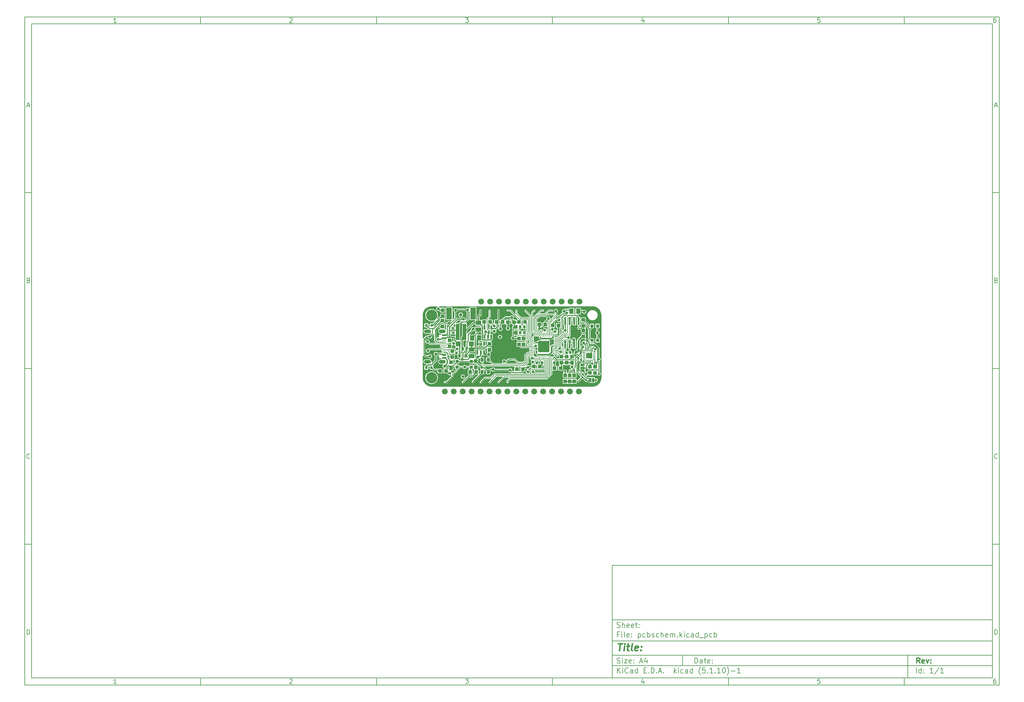
<source format=gbr>
%TF.GenerationSoftware,KiCad,Pcbnew,(5.1.10)-1*%
%TF.CreationDate,2021-10-04T17:28:04-07:00*%
%TF.ProjectId,pcbschem,70636273-6368-4656-9d2e-6b696361645f,rev?*%
%TF.SameCoordinates,Original*%
%TF.FileFunction,Copper,L1,Top*%
%TF.FilePolarity,Positive*%
%FSLAX46Y46*%
G04 Gerber Fmt 4.6, Leading zero omitted, Abs format (unit mm)*
G04 Created by KiCad (PCBNEW (5.1.10)-1) date 2021-10-04 17:28:04*
%MOMM*%
%LPD*%
G01*
G04 APERTURE LIST*
%ADD10C,0.100000*%
%ADD11C,0.150000*%
%ADD12C,0.300000*%
%ADD13C,0.400000*%
%TA.AperFunction,ComponentPad*%
%ADD14C,1.676400*%
%TD*%
%TA.AperFunction,SMDPad,CuDef*%
%ADD15R,1.000000X1.100000*%
%TD*%
%TA.AperFunction,SMDPad,CuDef*%
%ADD16R,0.250000X0.500000*%
%TD*%
%TA.AperFunction,SMDPad,CuDef*%
%ADD17C,0.100000*%
%TD*%
%TA.AperFunction,SMDPad,CuDef*%
%ADD18R,0.250000X0.250000*%
%TD*%
%TA.AperFunction,SMDPad,CuDef*%
%ADD19R,0.500000X1.590000*%
%TD*%
%TA.AperFunction,SMDPad,CuDef*%
%ADD20R,0.400000X0.400000*%
%TD*%
%TA.AperFunction,SMDPad,CuDef*%
%ADD21R,0.500000X0.250000*%
%TD*%
%TA.AperFunction,SMDPad,CuDef*%
%ADD22R,0.050000X0.050000*%
%TD*%
%TA.AperFunction,SMDPad,CuDef*%
%ADD23R,0.080000X0.130000*%
%TD*%
%TA.AperFunction,SMDPad,CuDef*%
%ADD24R,0.130000X0.080000*%
%TD*%
%TA.AperFunction,SMDPad,CuDef*%
%ADD25R,0.635000X1.270000*%
%TD*%
%TA.AperFunction,SMDPad,CuDef*%
%ADD26R,1.270000X0.635000*%
%TD*%
%TA.AperFunction,SMDPad,CuDef*%
%ADD27R,1.000000X1.075000*%
%TD*%
%TA.AperFunction,SMDPad,CuDef*%
%ADD28R,1.075000X1.000000*%
%TD*%
%TA.AperFunction,SMDPad,CuDef*%
%ADD29R,0.900000X0.900000*%
%TD*%
%TA.AperFunction,SMDPad,CuDef*%
%ADD30R,0.200000X0.875000*%
%TD*%
%TA.AperFunction,SMDPad,CuDef*%
%ADD31R,0.875000X0.200000*%
%TD*%
%TA.AperFunction,SMDPad,CuDef*%
%ADD32R,0.750000X0.900000*%
%TD*%
%TA.AperFunction,SMDPad,CuDef*%
%ADD33R,1.150000X0.575000*%
%TD*%
%TA.AperFunction,SMDPad,CuDef*%
%ADD34R,1.150000X0.275000*%
%TD*%
%TA.AperFunction,ComponentPad*%
%ADD35O,2.000000X1.000000*%
%TD*%
%TA.AperFunction,SMDPad,CuDef*%
%ADD36R,0.635000X1.016000*%
%TD*%
%TA.AperFunction,SMDPad,CuDef*%
%ADD37R,0.800000X0.800000*%
%TD*%
%TA.AperFunction,SMDPad,CuDef*%
%ADD38R,1.400000X1.400000*%
%TD*%
%TA.AperFunction,SMDPad,CuDef*%
%ADD39R,0.850000X1.000000*%
%TD*%
%TA.AperFunction,SMDPad,CuDef*%
%ADD40R,1.240000X1.500000*%
%TD*%
%TA.AperFunction,SMDPad,CuDef*%
%ADD41R,0.600000X2.200000*%
%TD*%
%TA.AperFunction,SMDPad,CuDef*%
%ADD42R,1.500000X1.240000*%
%TD*%
%TA.AperFunction,SMDPad,CuDef*%
%ADD43R,0.550000X1.200000*%
%TD*%
%TA.AperFunction,ComponentPad*%
%ADD44C,3.200000*%
%TD*%
%TA.AperFunction,SMDPad,CuDef*%
%ADD45R,1.000000X4.600000*%
%TD*%
%TA.AperFunction,SMDPad,CuDef*%
%ADD46R,1.600000X3.400000*%
%TD*%
%TA.AperFunction,ViaPad*%
%ADD47C,0.806400*%
%TD*%
%TA.AperFunction,ViaPad*%
%ADD48C,0.800100*%
%TD*%
%TA.AperFunction,ViaPad*%
%ADD49C,0.635000*%
%TD*%
%TA.AperFunction,ViaPad*%
%ADD50C,0.800000*%
%TD*%
%TA.AperFunction,Conductor*%
%ADD51C,0.304800*%
%TD*%
%TA.AperFunction,Conductor*%
%ADD52C,0.177800*%
%TD*%
%TA.AperFunction,Conductor*%
%ADD53C,0.406400*%
%TD*%
%TA.AperFunction,Conductor*%
%ADD54C,0.203200*%
%TD*%
%TA.AperFunction,Conductor*%
%ADD55C,0.254000*%
%TD*%
%TA.AperFunction,Conductor*%
%ADD56C,0.250000*%
%TD*%
%TA.AperFunction,NonConductor*%
%ADD57C,0.127000*%
%TD*%
%TA.AperFunction,NonConductor*%
%ADD58C,0.100000*%
%TD*%
G04 APERTURE END LIST*
D10*
D11*
X177002200Y-166007200D02*
X177002200Y-198007200D01*
X285002200Y-198007200D01*
X285002200Y-166007200D01*
X177002200Y-166007200D01*
D10*
D11*
X10000000Y-10000000D02*
X10000000Y-200007200D01*
X287002200Y-200007200D01*
X287002200Y-10000000D01*
X10000000Y-10000000D01*
D10*
D11*
X12000000Y-12000000D02*
X12000000Y-198007200D01*
X285002200Y-198007200D01*
X285002200Y-12000000D01*
X12000000Y-12000000D01*
D10*
D11*
X60000000Y-12000000D02*
X60000000Y-10000000D01*
D10*
D11*
X110000000Y-12000000D02*
X110000000Y-10000000D01*
D10*
D11*
X160000000Y-12000000D02*
X160000000Y-10000000D01*
D10*
D11*
X210000000Y-12000000D02*
X210000000Y-10000000D01*
D10*
D11*
X260000000Y-12000000D02*
X260000000Y-10000000D01*
D10*
D11*
X36065476Y-11588095D02*
X35322619Y-11588095D01*
X35694047Y-11588095D02*
X35694047Y-10288095D01*
X35570238Y-10473809D01*
X35446428Y-10597619D01*
X35322619Y-10659523D01*
D10*
D11*
X85322619Y-10411904D02*
X85384523Y-10350000D01*
X85508333Y-10288095D01*
X85817857Y-10288095D01*
X85941666Y-10350000D01*
X86003571Y-10411904D01*
X86065476Y-10535714D01*
X86065476Y-10659523D01*
X86003571Y-10845238D01*
X85260714Y-11588095D01*
X86065476Y-11588095D01*
D10*
D11*
X135260714Y-10288095D02*
X136065476Y-10288095D01*
X135632142Y-10783333D01*
X135817857Y-10783333D01*
X135941666Y-10845238D01*
X136003571Y-10907142D01*
X136065476Y-11030952D01*
X136065476Y-11340476D01*
X136003571Y-11464285D01*
X135941666Y-11526190D01*
X135817857Y-11588095D01*
X135446428Y-11588095D01*
X135322619Y-11526190D01*
X135260714Y-11464285D01*
D10*
D11*
X185941666Y-10721428D02*
X185941666Y-11588095D01*
X185632142Y-10226190D02*
X185322619Y-11154761D01*
X186127380Y-11154761D01*
D10*
D11*
X236003571Y-10288095D02*
X235384523Y-10288095D01*
X235322619Y-10907142D01*
X235384523Y-10845238D01*
X235508333Y-10783333D01*
X235817857Y-10783333D01*
X235941666Y-10845238D01*
X236003571Y-10907142D01*
X236065476Y-11030952D01*
X236065476Y-11340476D01*
X236003571Y-11464285D01*
X235941666Y-11526190D01*
X235817857Y-11588095D01*
X235508333Y-11588095D01*
X235384523Y-11526190D01*
X235322619Y-11464285D01*
D10*
D11*
X285941666Y-10288095D02*
X285694047Y-10288095D01*
X285570238Y-10350000D01*
X285508333Y-10411904D01*
X285384523Y-10597619D01*
X285322619Y-10845238D01*
X285322619Y-11340476D01*
X285384523Y-11464285D01*
X285446428Y-11526190D01*
X285570238Y-11588095D01*
X285817857Y-11588095D01*
X285941666Y-11526190D01*
X286003571Y-11464285D01*
X286065476Y-11340476D01*
X286065476Y-11030952D01*
X286003571Y-10907142D01*
X285941666Y-10845238D01*
X285817857Y-10783333D01*
X285570238Y-10783333D01*
X285446428Y-10845238D01*
X285384523Y-10907142D01*
X285322619Y-11030952D01*
D10*
D11*
X60000000Y-198007200D02*
X60000000Y-200007200D01*
D10*
D11*
X110000000Y-198007200D02*
X110000000Y-200007200D01*
D10*
D11*
X160000000Y-198007200D02*
X160000000Y-200007200D01*
D10*
D11*
X210000000Y-198007200D02*
X210000000Y-200007200D01*
D10*
D11*
X260000000Y-198007200D02*
X260000000Y-200007200D01*
D10*
D11*
X36065476Y-199595295D02*
X35322619Y-199595295D01*
X35694047Y-199595295D02*
X35694047Y-198295295D01*
X35570238Y-198481009D01*
X35446428Y-198604819D01*
X35322619Y-198666723D01*
D10*
D11*
X85322619Y-198419104D02*
X85384523Y-198357200D01*
X85508333Y-198295295D01*
X85817857Y-198295295D01*
X85941666Y-198357200D01*
X86003571Y-198419104D01*
X86065476Y-198542914D01*
X86065476Y-198666723D01*
X86003571Y-198852438D01*
X85260714Y-199595295D01*
X86065476Y-199595295D01*
D10*
D11*
X135260714Y-198295295D02*
X136065476Y-198295295D01*
X135632142Y-198790533D01*
X135817857Y-198790533D01*
X135941666Y-198852438D01*
X136003571Y-198914342D01*
X136065476Y-199038152D01*
X136065476Y-199347676D01*
X136003571Y-199471485D01*
X135941666Y-199533390D01*
X135817857Y-199595295D01*
X135446428Y-199595295D01*
X135322619Y-199533390D01*
X135260714Y-199471485D01*
D10*
D11*
X185941666Y-198728628D02*
X185941666Y-199595295D01*
X185632142Y-198233390D02*
X185322619Y-199161961D01*
X186127380Y-199161961D01*
D10*
D11*
X236003571Y-198295295D02*
X235384523Y-198295295D01*
X235322619Y-198914342D01*
X235384523Y-198852438D01*
X235508333Y-198790533D01*
X235817857Y-198790533D01*
X235941666Y-198852438D01*
X236003571Y-198914342D01*
X236065476Y-199038152D01*
X236065476Y-199347676D01*
X236003571Y-199471485D01*
X235941666Y-199533390D01*
X235817857Y-199595295D01*
X235508333Y-199595295D01*
X235384523Y-199533390D01*
X235322619Y-199471485D01*
D10*
D11*
X285941666Y-198295295D02*
X285694047Y-198295295D01*
X285570238Y-198357200D01*
X285508333Y-198419104D01*
X285384523Y-198604819D01*
X285322619Y-198852438D01*
X285322619Y-199347676D01*
X285384523Y-199471485D01*
X285446428Y-199533390D01*
X285570238Y-199595295D01*
X285817857Y-199595295D01*
X285941666Y-199533390D01*
X286003571Y-199471485D01*
X286065476Y-199347676D01*
X286065476Y-199038152D01*
X286003571Y-198914342D01*
X285941666Y-198852438D01*
X285817857Y-198790533D01*
X285570238Y-198790533D01*
X285446428Y-198852438D01*
X285384523Y-198914342D01*
X285322619Y-199038152D01*
D10*
D11*
X10000000Y-60000000D02*
X12000000Y-60000000D01*
D10*
D11*
X10000000Y-110000000D02*
X12000000Y-110000000D01*
D10*
D11*
X10000000Y-160000000D02*
X12000000Y-160000000D01*
D10*
D11*
X10690476Y-35216666D02*
X11309523Y-35216666D01*
X10566666Y-35588095D02*
X11000000Y-34288095D01*
X11433333Y-35588095D01*
D10*
D11*
X11092857Y-84907142D02*
X11278571Y-84969047D01*
X11340476Y-85030952D01*
X11402380Y-85154761D01*
X11402380Y-85340476D01*
X11340476Y-85464285D01*
X11278571Y-85526190D01*
X11154761Y-85588095D01*
X10659523Y-85588095D01*
X10659523Y-84288095D01*
X11092857Y-84288095D01*
X11216666Y-84350000D01*
X11278571Y-84411904D01*
X11340476Y-84535714D01*
X11340476Y-84659523D01*
X11278571Y-84783333D01*
X11216666Y-84845238D01*
X11092857Y-84907142D01*
X10659523Y-84907142D01*
D10*
D11*
X11402380Y-135464285D02*
X11340476Y-135526190D01*
X11154761Y-135588095D01*
X11030952Y-135588095D01*
X10845238Y-135526190D01*
X10721428Y-135402380D01*
X10659523Y-135278571D01*
X10597619Y-135030952D01*
X10597619Y-134845238D01*
X10659523Y-134597619D01*
X10721428Y-134473809D01*
X10845238Y-134350000D01*
X11030952Y-134288095D01*
X11154761Y-134288095D01*
X11340476Y-134350000D01*
X11402380Y-134411904D01*
D10*
D11*
X10659523Y-185588095D02*
X10659523Y-184288095D01*
X10969047Y-184288095D01*
X11154761Y-184350000D01*
X11278571Y-184473809D01*
X11340476Y-184597619D01*
X11402380Y-184845238D01*
X11402380Y-185030952D01*
X11340476Y-185278571D01*
X11278571Y-185402380D01*
X11154761Y-185526190D01*
X10969047Y-185588095D01*
X10659523Y-185588095D01*
D10*
D11*
X287002200Y-60000000D02*
X285002200Y-60000000D01*
D10*
D11*
X287002200Y-110000000D02*
X285002200Y-110000000D01*
D10*
D11*
X287002200Y-160000000D02*
X285002200Y-160000000D01*
D10*
D11*
X285692676Y-35216666D02*
X286311723Y-35216666D01*
X285568866Y-35588095D02*
X286002200Y-34288095D01*
X286435533Y-35588095D01*
D10*
D11*
X286095057Y-84907142D02*
X286280771Y-84969047D01*
X286342676Y-85030952D01*
X286404580Y-85154761D01*
X286404580Y-85340476D01*
X286342676Y-85464285D01*
X286280771Y-85526190D01*
X286156961Y-85588095D01*
X285661723Y-85588095D01*
X285661723Y-84288095D01*
X286095057Y-84288095D01*
X286218866Y-84350000D01*
X286280771Y-84411904D01*
X286342676Y-84535714D01*
X286342676Y-84659523D01*
X286280771Y-84783333D01*
X286218866Y-84845238D01*
X286095057Y-84907142D01*
X285661723Y-84907142D01*
D10*
D11*
X286404580Y-135464285D02*
X286342676Y-135526190D01*
X286156961Y-135588095D01*
X286033152Y-135588095D01*
X285847438Y-135526190D01*
X285723628Y-135402380D01*
X285661723Y-135278571D01*
X285599819Y-135030952D01*
X285599819Y-134845238D01*
X285661723Y-134597619D01*
X285723628Y-134473809D01*
X285847438Y-134350000D01*
X286033152Y-134288095D01*
X286156961Y-134288095D01*
X286342676Y-134350000D01*
X286404580Y-134411904D01*
D10*
D11*
X285661723Y-185588095D02*
X285661723Y-184288095D01*
X285971247Y-184288095D01*
X286156961Y-184350000D01*
X286280771Y-184473809D01*
X286342676Y-184597619D01*
X286404580Y-184845238D01*
X286404580Y-185030952D01*
X286342676Y-185278571D01*
X286280771Y-185402380D01*
X286156961Y-185526190D01*
X285971247Y-185588095D01*
X285661723Y-185588095D01*
D10*
D11*
X200434342Y-193785771D02*
X200434342Y-192285771D01*
X200791485Y-192285771D01*
X201005771Y-192357200D01*
X201148628Y-192500057D01*
X201220057Y-192642914D01*
X201291485Y-192928628D01*
X201291485Y-193142914D01*
X201220057Y-193428628D01*
X201148628Y-193571485D01*
X201005771Y-193714342D01*
X200791485Y-193785771D01*
X200434342Y-193785771D01*
X202577200Y-193785771D02*
X202577200Y-193000057D01*
X202505771Y-192857200D01*
X202362914Y-192785771D01*
X202077200Y-192785771D01*
X201934342Y-192857200D01*
X202577200Y-193714342D02*
X202434342Y-193785771D01*
X202077200Y-193785771D01*
X201934342Y-193714342D01*
X201862914Y-193571485D01*
X201862914Y-193428628D01*
X201934342Y-193285771D01*
X202077200Y-193214342D01*
X202434342Y-193214342D01*
X202577200Y-193142914D01*
X203077200Y-192785771D02*
X203648628Y-192785771D01*
X203291485Y-192285771D02*
X203291485Y-193571485D01*
X203362914Y-193714342D01*
X203505771Y-193785771D01*
X203648628Y-193785771D01*
X204720057Y-193714342D02*
X204577200Y-193785771D01*
X204291485Y-193785771D01*
X204148628Y-193714342D01*
X204077200Y-193571485D01*
X204077200Y-193000057D01*
X204148628Y-192857200D01*
X204291485Y-192785771D01*
X204577200Y-192785771D01*
X204720057Y-192857200D01*
X204791485Y-193000057D01*
X204791485Y-193142914D01*
X204077200Y-193285771D01*
X205434342Y-193642914D02*
X205505771Y-193714342D01*
X205434342Y-193785771D01*
X205362914Y-193714342D01*
X205434342Y-193642914D01*
X205434342Y-193785771D01*
X205434342Y-192857200D02*
X205505771Y-192928628D01*
X205434342Y-193000057D01*
X205362914Y-192928628D01*
X205434342Y-192857200D01*
X205434342Y-193000057D01*
D10*
D11*
X177002200Y-194507200D02*
X285002200Y-194507200D01*
D10*
D11*
X178434342Y-196585771D02*
X178434342Y-195085771D01*
X179291485Y-196585771D02*
X178648628Y-195728628D01*
X179291485Y-195085771D02*
X178434342Y-195942914D01*
X179934342Y-196585771D02*
X179934342Y-195585771D01*
X179934342Y-195085771D02*
X179862914Y-195157200D01*
X179934342Y-195228628D01*
X180005771Y-195157200D01*
X179934342Y-195085771D01*
X179934342Y-195228628D01*
X181505771Y-196442914D02*
X181434342Y-196514342D01*
X181220057Y-196585771D01*
X181077200Y-196585771D01*
X180862914Y-196514342D01*
X180720057Y-196371485D01*
X180648628Y-196228628D01*
X180577200Y-195942914D01*
X180577200Y-195728628D01*
X180648628Y-195442914D01*
X180720057Y-195300057D01*
X180862914Y-195157200D01*
X181077200Y-195085771D01*
X181220057Y-195085771D01*
X181434342Y-195157200D01*
X181505771Y-195228628D01*
X182791485Y-196585771D02*
X182791485Y-195800057D01*
X182720057Y-195657200D01*
X182577200Y-195585771D01*
X182291485Y-195585771D01*
X182148628Y-195657200D01*
X182791485Y-196514342D02*
X182648628Y-196585771D01*
X182291485Y-196585771D01*
X182148628Y-196514342D01*
X182077200Y-196371485D01*
X182077200Y-196228628D01*
X182148628Y-196085771D01*
X182291485Y-196014342D01*
X182648628Y-196014342D01*
X182791485Y-195942914D01*
X184148628Y-196585771D02*
X184148628Y-195085771D01*
X184148628Y-196514342D02*
X184005771Y-196585771D01*
X183720057Y-196585771D01*
X183577200Y-196514342D01*
X183505771Y-196442914D01*
X183434342Y-196300057D01*
X183434342Y-195871485D01*
X183505771Y-195728628D01*
X183577200Y-195657200D01*
X183720057Y-195585771D01*
X184005771Y-195585771D01*
X184148628Y-195657200D01*
X186005771Y-195800057D02*
X186505771Y-195800057D01*
X186720057Y-196585771D02*
X186005771Y-196585771D01*
X186005771Y-195085771D01*
X186720057Y-195085771D01*
X187362914Y-196442914D02*
X187434342Y-196514342D01*
X187362914Y-196585771D01*
X187291485Y-196514342D01*
X187362914Y-196442914D01*
X187362914Y-196585771D01*
X188077200Y-196585771D02*
X188077200Y-195085771D01*
X188434342Y-195085771D01*
X188648628Y-195157200D01*
X188791485Y-195300057D01*
X188862914Y-195442914D01*
X188934342Y-195728628D01*
X188934342Y-195942914D01*
X188862914Y-196228628D01*
X188791485Y-196371485D01*
X188648628Y-196514342D01*
X188434342Y-196585771D01*
X188077200Y-196585771D01*
X189577200Y-196442914D02*
X189648628Y-196514342D01*
X189577200Y-196585771D01*
X189505771Y-196514342D01*
X189577200Y-196442914D01*
X189577200Y-196585771D01*
X190220057Y-196157200D02*
X190934342Y-196157200D01*
X190077200Y-196585771D02*
X190577200Y-195085771D01*
X191077200Y-196585771D01*
X191577200Y-196442914D02*
X191648628Y-196514342D01*
X191577200Y-196585771D01*
X191505771Y-196514342D01*
X191577200Y-196442914D01*
X191577200Y-196585771D01*
X194577200Y-196585771D02*
X194577200Y-195085771D01*
X194720057Y-196014342D02*
X195148628Y-196585771D01*
X195148628Y-195585771D02*
X194577200Y-196157200D01*
X195791485Y-196585771D02*
X195791485Y-195585771D01*
X195791485Y-195085771D02*
X195720057Y-195157200D01*
X195791485Y-195228628D01*
X195862914Y-195157200D01*
X195791485Y-195085771D01*
X195791485Y-195228628D01*
X197148628Y-196514342D02*
X197005771Y-196585771D01*
X196720057Y-196585771D01*
X196577200Y-196514342D01*
X196505771Y-196442914D01*
X196434342Y-196300057D01*
X196434342Y-195871485D01*
X196505771Y-195728628D01*
X196577200Y-195657200D01*
X196720057Y-195585771D01*
X197005771Y-195585771D01*
X197148628Y-195657200D01*
X198434342Y-196585771D02*
X198434342Y-195800057D01*
X198362914Y-195657200D01*
X198220057Y-195585771D01*
X197934342Y-195585771D01*
X197791485Y-195657200D01*
X198434342Y-196514342D02*
X198291485Y-196585771D01*
X197934342Y-196585771D01*
X197791485Y-196514342D01*
X197720057Y-196371485D01*
X197720057Y-196228628D01*
X197791485Y-196085771D01*
X197934342Y-196014342D01*
X198291485Y-196014342D01*
X198434342Y-195942914D01*
X199791485Y-196585771D02*
X199791485Y-195085771D01*
X199791485Y-196514342D02*
X199648628Y-196585771D01*
X199362914Y-196585771D01*
X199220057Y-196514342D01*
X199148628Y-196442914D01*
X199077200Y-196300057D01*
X199077200Y-195871485D01*
X199148628Y-195728628D01*
X199220057Y-195657200D01*
X199362914Y-195585771D01*
X199648628Y-195585771D01*
X199791485Y-195657200D01*
X202077200Y-197157200D02*
X202005771Y-197085771D01*
X201862914Y-196871485D01*
X201791485Y-196728628D01*
X201720057Y-196514342D01*
X201648628Y-196157200D01*
X201648628Y-195871485D01*
X201720057Y-195514342D01*
X201791485Y-195300057D01*
X201862914Y-195157200D01*
X202005771Y-194942914D01*
X202077200Y-194871485D01*
X203362914Y-195085771D02*
X202648628Y-195085771D01*
X202577200Y-195800057D01*
X202648628Y-195728628D01*
X202791485Y-195657200D01*
X203148628Y-195657200D01*
X203291485Y-195728628D01*
X203362914Y-195800057D01*
X203434342Y-195942914D01*
X203434342Y-196300057D01*
X203362914Y-196442914D01*
X203291485Y-196514342D01*
X203148628Y-196585771D01*
X202791485Y-196585771D01*
X202648628Y-196514342D01*
X202577200Y-196442914D01*
X204077200Y-196442914D02*
X204148628Y-196514342D01*
X204077200Y-196585771D01*
X204005771Y-196514342D01*
X204077200Y-196442914D01*
X204077200Y-196585771D01*
X205577200Y-196585771D02*
X204720057Y-196585771D01*
X205148628Y-196585771D02*
X205148628Y-195085771D01*
X205005771Y-195300057D01*
X204862914Y-195442914D01*
X204720057Y-195514342D01*
X206220057Y-196442914D02*
X206291485Y-196514342D01*
X206220057Y-196585771D01*
X206148628Y-196514342D01*
X206220057Y-196442914D01*
X206220057Y-196585771D01*
X207720057Y-196585771D02*
X206862914Y-196585771D01*
X207291485Y-196585771D02*
X207291485Y-195085771D01*
X207148628Y-195300057D01*
X207005771Y-195442914D01*
X206862914Y-195514342D01*
X208648628Y-195085771D02*
X208791485Y-195085771D01*
X208934342Y-195157200D01*
X209005771Y-195228628D01*
X209077200Y-195371485D01*
X209148628Y-195657200D01*
X209148628Y-196014342D01*
X209077200Y-196300057D01*
X209005771Y-196442914D01*
X208934342Y-196514342D01*
X208791485Y-196585771D01*
X208648628Y-196585771D01*
X208505771Y-196514342D01*
X208434342Y-196442914D01*
X208362914Y-196300057D01*
X208291485Y-196014342D01*
X208291485Y-195657200D01*
X208362914Y-195371485D01*
X208434342Y-195228628D01*
X208505771Y-195157200D01*
X208648628Y-195085771D01*
X209648628Y-197157200D02*
X209720057Y-197085771D01*
X209862914Y-196871485D01*
X209934342Y-196728628D01*
X210005771Y-196514342D01*
X210077200Y-196157200D01*
X210077200Y-195871485D01*
X210005771Y-195514342D01*
X209934342Y-195300057D01*
X209862914Y-195157200D01*
X209720057Y-194942914D01*
X209648628Y-194871485D01*
X210791485Y-196014342D02*
X211934342Y-196014342D01*
X213434342Y-196585771D02*
X212577200Y-196585771D01*
X213005771Y-196585771D02*
X213005771Y-195085771D01*
X212862914Y-195300057D01*
X212720057Y-195442914D01*
X212577200Y-195514342D01*
D10*
D11*
X177002200Y-191507200D02*
X285002200Y-191507200D01*
D10*
D12*
X264411485Y-193785771D02*
X263911485Y-193071485D01*
X263554342Y-193785771D02*
X263554342Y-192285771D01*
X264125771Y-192285771D01*
X264268628Y-192357200D01*
X264340057Y-192428628D01*
X264411485Y-192571485D01*
X264411485Y-192785771D01*
X264340057Y-192928628D01*
X264268628Y-193000057D01*
X264125771Y-193071485D01*
X263554342Y-193071485D01*
X265625771Y-193714342D02*
X265482914Y-193785771D01*
X265197200Y-193785771D01*
X265054342Y-193714342D01*
X264982914Y-193571485D01*
X264982914Y-193000057D01*
X265054342Y-192857200D01*
X265197200Y-192785771D01*
X265482914Y-192785771D01*
X265625771Y-192857200D01*
X265697200Y-193000057D01*
X265697200Y-193142914D01*
X264982914Y-193285771D01*
X266197200Y-192785771D02*
X266554342Y-193785771D01*
X266911485Y-192785771D01*
X267482914Y-193642914D02*
X267554342Y-193714342D01*
X267482914Y-193785771D01*
X267411485Y-193714342D01*
X267482914Y-193642914D01*
X267482914Y-193785771D01*
X267482914Y-192857200D02*
X267554342Y-192928628D01*
X267482914Y-193000057D01*
X267411485Y-192928628D01*
X267482914Y-192857200D01*
X267482914Y-193000057D01*
D10*
D11*
X178362914Y-193714342D02*
X178577200Y-193785771D01*
X178934342Y-193785771D01*
X179077200Y-193714342D01*
X179148628Y-193642914D01*
X179220057Y-193500057D01*
X179220057Y-193357200D01*
X179148628Y-193214342D01*
X179077200Y-193142914D01*
X178934342Y-193071485D01*
X178648628Y-193000057D01*
X178505771Y-192928628D01*
X178434342Y-192857200D01*
X178362914Y-192714342D01*
X178362914Y-192571485D01*
X178434342Y-192428628D01*
X178505771Y-192357200D01*
X178648628Y-192285771D01*
X179005771Y-192285771D01*
X179220057Y-192357200D01*
X179862914Y-193785771D02*
X179862914Y-192785771D01*
X179862914Y-192285771D02*
X179791485Y-192357200D01*
X179862914Y-192428628D01*
X179934342Y-192357200D01*
X179862914Y-192285771D01*
X179862914Y-192428628D01*
X180434342Y-192785771D02*
X181220057Y-192785771D01*
X180434342Y-193785771D01*
X181220057Y-193785771D01*
X182362914Y-193714342D02*
X182220057Y-193785771D01*
X181934342Y-193785771D01*
X181791485Y-193714342D01*
X181720057Y-193571485D01*
X181720057Y-193000057D01*
X181791485Y-192857200D01*
X181934342Y-192785771D01*
X182220057Y-192785771D01*
X182362914Y-192857200D01*
X182434342Y-193000057D01*
X182434342Y-193142914D01*
X181720057Y-193285771D01*
X183077200Y-193642914D02*
X183148628Y-193714342D01*
X183077200Y-193785771D01*
X183005771Y-193714342D01*
X183077200Y-193642914D01*
X183077200Y-193785771D01*
X183077200Y-192857200D02*
X183148628Y-192928628D01*
X183077200Y-193000057D01*
X183005771Y-192928628D01*
X183077200Y-192857200D01*
X183077200Y-193000057D01*
X184862914Y-193357200D02*
X185577200Y-193357200D01*
X184720057Y-193785771D02*
X185220057Y-192285771D01*
X185720057Y-193785771D01*
X186862914Y-192785771D02*
X186862914Y-193785771D01*
X186505771Y-192214342D02*
X186148628Y-193285771D01*
X187077200Y-193285771D01*
D10*
D11*
X263434342Y-196585771D02*
X263434342Y-195085771D01*
X264791485Y-196585771D02*
X264791485Y-195085771D01*
X264791485Y-196514342D02*
X264648628Y-196585771D01*
X264362914Y-196585771D01*
X264220057Y-196514342D01*
X264148628Y-196442914D01*
X264077200Y-196300057D01*
X264077200Y-195871485D01*
X264148628Y-195728628D01*
X264220057Y-195657200D01*
X264362914Y-195585771D01*
X264648628Y-195585771D01*
X264791485Y-195657200D01*
X265505771Y-196442914D02*
X265577200Y-196514342D01*
X265505771Y-196585771D01*
X265434342Y-196514342D01*
X265505771Y-196442914D01*
X265505771Y-196585771D01*
X265505771Y-195657200D02*
X265577200Y-195728628D01*
X265505771Y-195800057D01*
X265434342Y-195728628D01*
X265505771Y-195657200D01*
X265505771Y-195800057D01*
X268148628Y-196585771D02*
X267291485Y-196585771D01*
X267720057Y-196585771D02*
X267720057Y-195085771D01*
X267577200Y-195300057D01*
X267434342Y-195442914D01*
X267291485Y-195514342D01*
X269862914Y-195014342D02*
X268577200Y-196942914D01*
X271148628Y-196585771D02*
X270291485Y-196585771D01*
X270720057Y-196585771D02*
X270720057Y-195085771D01*
X270577200Y-195300057D01*
X270434342Y-195442914D01*
X270291485Y-195514342D01*
D10*
D11*
X177002200Y-187507200D02*
X285002200Y-187507200D01*
D10*
D13*
X178714580Y-188211961D02*
X179857438Y-188211961D01*
X179036009Y-190211961D02*
X179286009Y-188211961D01*
X180274104Y-190211961D02*
X180440771Y-188878628D01*
X180524104Y-188211961D02*
X180416961Y-188307200D01*
X180500295Y-188402438D01*
X180607438Y-188307200D01*
X180524104Y-188211961D01*
X180500295Y-188402438D01*
X181107438Y-188878628D02*
X181869342Y-188878628D01*
X181476485Y-188211961D02*
X181262200Y-189926247D01*
X181333628Y-190116723D01*
X181512200Y-190211961D01*
X181702676Y-190211961D01*
X182655057Y-190211961D02*
X182476485Y-190116723D01*
X182405057Y-189926247D01*
X182619342Y-188211961D01*
X184190771Y-190116723D02*
X183988390Y-190211961D01*
X183607438Y-190211961D01*
X183428866Y-190116723D01*
X183357438Y-189926247D01*
X183452676Y-189164342D01*
X183571723Y-188973866D01*
X183774104Y-188878628D01*
X184155057Y-188878628D01*
X184333628Y-188973866D01*
X184405057Y-189164342D01*
X184381247Y-189354819D01*
X183405057Y-189545295D01*
X185155057Y-190021485D02*
X185238390Y-190116723D01*
X185131247Y-190211961D01*
X185047914Y-190116723D01*
X185155057Y-190021485D01*
X185131247Y-190211961D01*
X185286009Y-188973866D02*
X185369342Y-189069104D01*
X185262200Y-189164342D01*
X185178866Y-189069104D01*
X185286009Y-188973866D01*
X185262200Y-189164342D01*
D10*
D11*
X178934342Y-185600057D02*
X178434342Y-185600057D01*
X178434342Y-186385771D02*
X178434342Y-184885771D01*
X179148628Y-184885771D01*
X179720057Y-186385771D02*
X179720057Y-185385771D01*
X179720057Y-184885771D02*
X179648628Y-184957200D01*
X179720057Y-185028628D01*
X179791485Y-184957200D01*
X179720057Y-184885771D01*
X179720057Y-185028628D01*
X180648628Y-186385771D02*
X180505771Y-186314342D01*
X180434342Y-186171485D01*
X180434342Y-184885771D01*
X181791485Y-186314342D02*
X181648628Y-186385771D01*
X181362914Y-186385771D01*
X181220057Y-186314342D01*
X181148628Y-186171485D01*
X181148628Y-185600057D01*
X181220057Y-185457200D01*
X181362914Y-185385771D01*
X181648628Y-185385771D01*
X181791485Y-185457200D01*
X181862914Y-185600057D01*
X181862914Y-185742914D01*
X181148628Y-185885771D01*
X182505771Y-186242914D02*
X182577200Y-186314342D01*
X182505771Y-186385771D01*
X182434342Y-186314342D01*
X182505771Y-186242914D01*
X182505771Y-186385771D01*
X182505771Y-185457200D02*
X182577200Y-185528628D01*
X182505771Y-185600057D01*
X182434342Y-185528628D01*
X182505771Y-185457200D01*
X182505771Y-185600057D01*
X184362914Y-185385771D02*
X184362914Y-186885771D01*
X184362914Y-185457200D02*
X184505771Y-185385771D01*
X184791485Y-185385771D01*
X184934342Y-185457200D01*
X185005771Y-185528628D01*
X185077200Y-185671485D01*
X185077200Y-186100057D01*
X185005771Y-186242914D01*
X184934342Y-186314342D01*
X184791485Y-186385771D01*
X184505771Y-186385771D01*
X184362914Y-186314342D01*
X186362914Y-186314342D02*
X186220057Y-186385771D01*
X185934342Y-186385771D01*
X185791485Y-186314342D01*
X185720057Y-186242914D01*
X185648628Y-186100057D01*
X185648628Y-185671485D01*
X185720057Y-185528628D01*
X185791485Y-185457200D01*
X185934342Y-185385771D01*
X186220057Y-185385771D01*
X186362914Y-185457200D01*
X187005771Y-186385771D02*
X187005771Y-184885771D01*
X187005771Y-185457200D02*
X187148628Y-185385771D01*
X187434342Y-185385771D01*
X187577200Y-185457200D01*
X187648628Y-185528628D01*
X187720057Y-185671485D01*
X187720057Y-186100057D01*
X187648628Y-186242914D01*
X187577200Y-186314342D01*
X187434342Y-186385771D01*
X187148628Y-186385771D01*
X187005771Y-186314342D01*
X188291485Y-186314342D02*
X188434342Y-186385771D01*
X188720057Y-186385771D01*
X188862914Y-186314342D01*
X188934342Y-186171485D01*
X188934342Y-186100057D01*
X188862914Y-185957200D01*
X188720057Y-185885771D01*
X188505771Y-185885771D01*
X188362914Y-185814342D01*
X188291485Y-185671485D01*
X188291485Y-185600057D01*
X188362914Y-185457200D01*
X188505771Y-185385771D01*
X188720057Y-185385771D01*
X188862914Y-185457200D01*
X190220057Y-186314342D02*
X190077200Y-186385771D01*
X189791485Y-186385771D01*
X189648628Y-186314342D01*
X189577200Y-186242914D01*
X189505771Y-186100057D01*
X189505771Y-185671485D01*
X189577200Y-185528628D01*
X189648628Y-185457200D01*
X189791485Y-185385771D01*
X190077200Y-185385771D01*
X190220057Y-185457200D01*
X190862914Y-186385771D02*
X190862914Y-184885771D01*
X191505771Y-186385771D02*
X191505771Y-185600057D01*
X191434342Y-185457200D01*
X191291485Y-185385771D01*
X191077200Y-185385771D01*
X190934342Y-185457200D01*
X190862914Y-185528628D01*
X192791485Y-186314342D02*
X192648628Y-186385771D01*
X192362914Y-186385771D01*
X192220057Y-186314342D01*
X192148628Y-186171485D01*
X192148628Y-185600057D01*
X192220057Y-185457200D01*
X192362914Y-185385771D01*
X192648628Y-185385771D01*
X192791485Y-185457200D01*
X192862914Y-185600057D01*
X192862914Y-185742914D01*
X192148628Y-185885771D01*
X193505771Y-186385771D02*
X193505771Y-185385771D01*
X193505771Y-185528628D02*
X193577200Y-185457200D01*
X193720057Y-185385771D01*
X193934342Y-185385771D01*
X194077200Y-185457200D01*
X194148628Y-185600057D01*
X194148628Y-186385771D01*
X194148628Y-185600057D02*
X194220057Y-185457200D01*
X194362914Y-185385771D01*
X194577200Y-185385771D01*
X194720057Y-185457200D01*
X194791485Y-185600057D01*
X194791485Y-186385771D01*
X195505771Y-186242914D02*
X195577200Y-186314342D01*
X195505771Y-186385771D01*
X195434342Y-186314342D01*
X195505771Y-186242914D01*
X195505771Y-186385771D01*
X196220057Y-186385771D02*
X196220057Y-184885771D01*
X196362914Y-185814342D02*
X196791485Y-186385771D01*
X196791485Y-185385771D02*
X196220057Y-185957200D01*
X197434342Y-186385771D02*
X197434342Y-185385771D01*
X197434342Y-184885771D02*
X197362914Y-184957200D01*
X197434342Y-185028628D01*
X197505771Y-184957200D01*
X197434342Y-184885771D01*
X197434342Y-185028628D01*
X198791485Y-186314342D02*
X198648628Y-186385771D01*
X198362914Y-186385771D01*
X198220057Y-186314342D01*
X198148628Y-186242914D01*
X198077200Y-186100057D01*
X198077200Y-185671485D01*
X198148628Y-185528628D01*
X198220057Y-185457200D01*
X198362914Y-185385771D01*
X198648628Y-185385771D01*
X198791485Y-185457200D01*
X200077200Y-186385771D02*
X200077200Y-185600057D01*
X200005771Y-185457200D01*
X199862914Y-185385771D01*
X199577200Y-185385771D01*
X199434342Y-185457200D01*
X200077200Y-186314342D02*
X199934342Y-186385771D01*
X199577200Y-186385771D01*
X199434342Y-186314342D01*
X199362914Y-186171485D01*
X199362914Y-186028628D01*
X199434342Y-185885771D01*
X199577200Y-185814342D01*
X199934342Y-185814342D01*
X200077200Y-185742914D01*
X201434342Y-186385771D02*
X201434342Y-184885771D01*
X201434342Y-186314342D02*
X201291485Y-186385771D01*
X201005771Y-186385771D01*
X200862914Y-186314342D01*
X200791485Y-186242914D01*
X200720057Y-186100057D01*
X200720057Y-185671485D01*
X200791485Y-185528628D01*
X200862914Y-185457200D01*
X201005771Y-185385771D01*
X201291485Y-185385771D01*
X201434342Y-185457200D01*
X201791485Y-186528628D02*
X202934342Y-186528628D01*
X203291485Y-185385771D02*
X203291485Y-186885771D01*
X203291485Y-185457200D02*
X203434342Y-185385771D01*
X203720057Y-185385771D01*
X203862914Y-185457200D01*
X203934342Y-185528628D01*
X204005771Y-185671485D01*
X204005771Y-186100057D01*
X203934342Y-186242914D01*
X203862914Y-186314342D01*
X203720057Y-186385771D01*
X203434342Y-186385771D01*
X203291485Y-186314342D01*
X205291485Y-186314342D02*
X205148628Y-186385771D01*
X204862914Y-186385771D01*
X204720057Y-186314342D01*
X204648628Y-186242914D01*
X204577200Y-186100057D01*
X204577200Y-185671485D01*
X204648628Y-185528628D01*
X204720057Y-185457200D01*
X204862914Y-185385771D01*
X205148628Y-185385771D01*
X205291485Y-185457200D01*
X205934342Y-186385771D02*
X205934342Y-184885771D01*
X205934342Y-185457200D02*
X206077200Y-185385771D01*
X206362914Y-185385771D01*
X206505771Y-185457200D01*
X206577200Y-185528628D01*
X206648628Y-185671485D01*
X206648628Y-186100057D01*
X206577200Y-186242914D01*
X206505771Y-186314342D01*
X206362914Y-186385771D01*
X206077200Y-186385771D01*
X205934342Y-186314342D01*
D10*
D11*
X177002200Y-181507200D02*
X285002200Y-181507200D01*
D10*
D11*
X178362914Y-183614342D02*
X178577200Y-183685771D01*
X178934342Y-183685771D01*
X179077200Y-183614342D01*
X179148628Y-183542914D01*
X179220057Y-183400057D01*
X179220057Y-183257200D01*
X179148628Y-183114342D01*
X179077200Y-183042914D01*
X178934342Y-182971485D01*
X178648628Y-182900057D01*
X178505771Y-182828628D01*
X178434342Y-182757200D01*
X178362914Y-182614342D01*
X178362914Y-182471485D01*
X178434342Y-182328628D01*
X178505771Y-182257200D01*
X178648628Y-182185771D01*
X179005771Y-182185771D01*
X179220057Y-182257200D01*
X179862914Y-183685771D02*
X179862914Y-182185771D01*
X180505771Y-183685771D02*
X180505771Y-182900057D01*
X180434342Y-182757200D01*
X180291485Y-182685771D01*
X180077200Y-182685771D01*
X179934342Y-182757200D01*
X179862914Y-182828628D01*
X181791485Y-183614342D02*
X181648628Y-183685771D01*
X181362914Y-183685771D01*
X181220057Y-183614342D01*
X181148628Y-183471485D01*
X181148628Y-182900057D01*
X181220057Y-182757200D01*
X181362914Y-182685771D01*
X181648628Y-182685771D01*
X181791485Y-182757200D01*
X181862914Y-182900057D01*
X181862914Y-183042914D01*
X181148628Y-183185771D01*
X183077200Y-183614342D02*
X182934342Y-183685771D01*
X182648628Y-183685771D01*
X182505771Y-183614342D01*
X182434342Y-183471485D01*
X182434342Y-182900057D01*
X182505771Y-182757200D01*
X182648628Y-182685771D01*
X182934342Y-182685771D01*
X183077200Y-182757200D01*
X183148628Y-182900057D01*
X183148628Y-183042914D01*
X182434342Y-183185771D01*
X183577200Y-182685771D02*
X184148628Y-182685771D01*
X183791485Y-182185771D02*
X183791485Y-183471485D01*
X183862914Y-183614342D01*
X184005771Y-183685771D01*
X184148628Y-183685771D01*
X184648628Y-183542914D02*
X184720057Y-183614342D01*
X184648628Y-183685771D01*
X184577200Y-183614342D01*
X184648628Y-183542914D01*
X184648628Y-183685771D01*
X184648628Y-182757200D02*
X184720057Y-182828628D01*
X184648628Y-182900057D01*
X184577200Y-182828628D01*
X184648628Y-182757200D01*
X184648628Y-182900057D01*
D10*
D11*
X197002200Y-191507200D02*
X197002200Y-194507200D01*
D10*
D11*
X261002200Y-191507200D02*
X261002200Y-198007200D01*
D14*
%TO.P,JP1,1*%
%TO.N,N/C*%
X167540000Y-116510000D03*
%TO.P,JP1,2*%
X165000000Y-116510000D03*
%TO.P,JP1,3*%
X162460000Y-116510000D03*
%TO.P,JP1,4*%
X159920000Y-116510000D03*
%TO.P,JP1,5*%
X157380000Y-116510000D03*
%TO.P,JP1,6*%
X154840000Y-116510000D03*
%TO.P,JP1,7*%
X152300000Y-116510000D03*
%TO.P,JP1,8*%
X149760000Y-116510000D03*
%TO.P,JP1,9*%
X147220000Y-116510000D03*
%TO.P,JP1,10*%
X144680000Y-116510000D03*
%TO.P,JP1,11*%
X142140000Y-116510000D03*
%TO.P,JP1,12*%
X139600000Y-116510000D03*
%TO.P,JP1,13*%
X137060000Y-116510000D03*
%TO.P,JP1,14*%
X134520000Y-116510000D03*
%TO.P,JP1,15*%
X131980000Y-116510000D03*
%TO.P,JP1,16*%
X129440000Y-116510000D03*
%TD*%
D15*
%TO.P,C2,2*%
%TO.N,N/C*%
X172080100Y-111240000D03*
%TO.P,C2,1*%
X172080100Y-109540000D03*
%TD*%
%TO.P,R3,1*%
%TO.N,N/C*%
X163624600Y-111922500D03*
%TO.P,R3,2*%
X163624600Y-113622500D03*
%TD*%
%TO.P,R2,1*%
%TO.N,N/C*%
X164894600Y-111922500D03*
%TO.P,R2,2*%
X164894600Y-113622500D03*
%TD*%
%TO.P,R1,1*%
%TO.N,N/C*%
X166164600Y-111922500D03*
%TO.P,R1,2*%
X166164600Y-113622500D03*
%TD*%
%TO.P,U1,P$1*%
%TO.N,N/C*%
%TA.AperFunction,SMDPad,CuDef*%
G36*
G01*
X170078700Y-105059850D02*
X170078700Y-104947350D01*
G75*
G02*
X170172450Y-104853600I93750J0D01*
G01*
X170234950Y-104853600D01*
G75*
G02*
X170328700Y-104947350I0J-93750D01*
G01*
X170328700Y-105059850D01*
G75*
G02*
X170234950Y-105153600I-93750J0D01*
G01*
X170172450Y-105153600D01*
G75*
G02*
X170078700Y-105059850I0J93750D01*
G01*
G37*
%TD.AperFunction*%
D16*
%TO.P,U1,22*%
X170203700Y-104753600D03*
%TO.P,U1,P$3*%
%TA.AperFunction,SMDPad,CuDef*%
G36*
G01*
X170478700Y-105059850D02*
X170478700Y-104947350D01*
G75*
G02*
X170572450Y-104853600I93750J0D01*
G01*
X170634950Y-104853600D01*
G75*
G02*
X170728700Y-104947350I0J-93750D01*
G01*
X170728700Y-105059850D01*
G75*
G02*
X170634950Y-105153600I-93750J0D01*
G01*
X170572450Y-105153600D01*
G75*
G02*
X170478700Y-105059850I0J93750D01*
G01*
G37*
%TD.AperFunction*%
%TO.P,U1,21*%
X170603700Y-104753600D03*
%TO.P,U1,P$5*%
%TA.AperFunction,SMDPad,CuDef*%
G36*
G01*
X170878700Y-105059850D02*
X170878700Y-104947350D01*
G75*
G02*
X170972450Y-104853600I93750J0D01*
G01*
X171034950Y-104853600D01*
G75*
G02*
X171128700Y-104947350I0J-93750D01*
G01*
X171128700Y-105059850D01*
G75*
G02*
X171034950Y-105153600I-93750J0D01*
G01*
X170972450Y-105153600D01*
G75*
G02*
X170878700Y-105059850I0J93750D01*
G01*
G37*
%TD.AperFunction*%
%TO.P,U1,20*%
X171003700Y-104753600D03*
%TO.P,U1,19*%
X171403700Y-104753600D03*
%TO.P,U1,24*%
X169403700Y-104753600D03*
%TO.P,U1,P$11*%
%TA.AperFunction,SMDPad,CuDef*%
G36*
G01*
X169678700Y-105059850D02*
X169678700Y-104947350D01*
G75*
G02*
X169772450Y-104853600I93750J0D01*
G01*
X169834950Y-104853600D01*
G75*
G02*
X169928700Y-104947350I0J-93750D01*
G01*
X169928700Y-105059850D01*
G75*
G02*
X169834950Y-105153600I-93750J0D01*
G01*
X169772450Y-105153600D01*
G75*
G02*
X169678700Y-105059850I0J93750D01*
G01*
G37*
%TD.AperFunction*%
%TO.P,U1,23*%
X169803700Y-104753600D03*
%TO.P,U1,P$13*%
%TA.AperFunction,SMDPad,CuDef*%
G36*
G01*
X170178700Y-106944600D02*
X170178700Y-105662600D01*
G75*
G02*
X170332700Y-105508600I154000J0D01*
G01*
X171124700Y-105508600D01*
G75*
G02*
X171278700Y-105662600I0J-154000D01*
G01*
X171278700Y-106944600D01*
G75*
G02*
X171124700Y-107098600I-154000J0D01*
G01*
X170332700Y-107098600D01*
G75*
G02*
X170178700Y-106944600I0J154000D01*
G01*
G37*
%TD.AperFunction*%
%TA.AperFunction,SMDPad,CuDef*%
D17*
%TO.P,U1,P$14*%
G36*
X169528857Y-105862311D02*
G01*
X169882411Y-105508757D01*
X170094543Y-105720889D01*
X169740989Y-106074443D01*
X169528857Y-105862311D01*
G37*
%TD.AperFunction*%
D18*
%TO.P,U1,CENTER*%
X170403700Y-106303600D03*
D19*
%TO.P,U1,P$15*%
X170133700Y-106303600D03*
D20*
%TO.P,U1,DBBADFE*%
X169728700Y-106063600D03*
%TO.P,U1,DBBADFE1*%
%TA.AperFunction,SMDPad,CuDef*%
G36*
G01*
X169528700Y-106948600D02*
X169528700Y-106048600D01*
G75*
G02*
X169678700Y-105898600I150000J0D01*
G01*
X169978700Y-105898600D01*
G75*
G02*
X170128700Y-106048600I0J-150000D01*
G01*
X170128700Y-106948600D01*
G75*
G02*
X169978700Y-107098600I-150000J0D01*
G01*
X169678700Y-107098600D01*
G75*
G02*
X169528700Y-106948600I0J150000D01*
G01*
G37*
%TD.AperFunction*%
%TO.P,U1,P$16*%
%TA.AperFunction,SMDPad,CuDef*%
G36*
G01*
X170728700Y-107547350D02*
X170728700Y-107659850D01*
G75*
G02*
X170634950Y-107753600I-93750J0D01*
G01*
X170572450Y-107753600D01*
G75*
G02*
X170478700Y-107659850I0J93750D01*
G01*
X170478700Y-107547350D01*
G75*
G02*
X170572450Y-107453600I93750J0D01*
G01*
X170634950Y-107453600D01*
G75*
G02*
X170728700Y-107547350I0J-93750D01*
G01*
G37*
%TD.AperFunction*%
D16*
%TO.P,U1,10*%
X170603700Y-107853600D03*
%TO.P,U1,P$18*%
%TA.AperFunction,SMDPad,CuDef*%
G36*
G01*
X170328700Y-107547350D02*
X170328700Y-107659850D01*
G75*
G02*
X170234950Y-107753600I-93750J0D01*
G01*
X170172450Y-107753600D01*
G75*
G02*
X170078700Y-107659850I0J93750D01*
G01*
X170078700Y-107547350D01*
G75*
G02*
X170172450Y-107453600I93750J0D01*
G01*
X170234950Y-107453600D01*
G75*
G02*
X170328700Y-107547350I0J-93750D01*
G01*
G37*
%TD.AperFunction*%
%TO.P,U1,9*%
X170203700Y-107853600D03*
%TO.P,U1,P$20*%
%TA.AperFunction,SMDPad,CuDef*%
G36*
G01*
X169928700Y-107547350D02*
X169928700Y-107659850D01*
G75*
G02*
X169834950Y-107753600I-93750J0D01*
G01*
X169772450Y-107753600D01*
G75*
G02*
X169678700Y-107659850I0J93750D01*
G01*
X169678700Y-107547350D01*
G75*
G02*
X169772450Y-107453600I93750J0D01*
G01*
X169834950Y-107453600D01*
G75*
G02*
X169928700Y-107547350I0J-93750D01*
G01*
G37*
%TD.AperFunction*%
%TO.P,U1,8*%
X169803700Y-107853600D03*
%TO.P,U1,7*%
X169403700Y-107853600D03*
%TO.P,U1,12*%
X171403700Y-107853600D03*
%TO.P,U1,P$26*%
%TA.AperFunction,SMDPad,CuDef*%
G36*
G01*
X171128700Y-107547350D02*
X171128700Y-107659850D01*
G75*
G02*
X171034950Y-107753600I-93750J0D01*
G01*
X170972450Y-107753600D01*
G75*
G02*
X170878700Y-107659850I0J93750D01*
G01*
X170878700Y-107547350D01*
G75*
G02*
X170972450Y-107453600I93750J0D01*
G01*
X171034950Y-107453600D01*
G75*
G02*
X171128700Y-107547350I0J-93750D01*
G01*
G37*
%TD.AperFunction*%
%TO.P,U1,11*%
X171003700Y-107853600D03*
%TO.P,U1,P$28*%
%TA.AperFunction,SMDPad,CuDef*%
G36*
G01*
X169159950Y-106628600D02*
X169047450Y-106628600D01*
G75*
G02*
X168953700Y-106534850I0J93750D01*
G01*
X168953700Y-106472350D01*
G75*
G02*
X169047450Y-106378600I93750J0D01*
G01*
X169159950Y-106378600D01*
G75*
G02*
X169253700Y-106472350I0J-93750D01*
G01*
X169253700Y-106534850D01*
G75*
G02*
X169159950Y-106628600I-93750J0D01*
G01*
G37*
%TD.AperFunction*%
D21*
%TO.P,U1,4*%
X168853700Y-106503600D03*
%TO.P,U1,3*%
X168853700Y-106103600D03*
%TO.P,U1,2*%
X168853700Y-105703600D03*
%TO.P,U1,1*%
X168853700Y-105303600D03*
%TO.P,U1,6*%
X168853700Y-107303600D03*
%TO.P,U1,P$38*%
%TA.AperFunction,SMDPad,CuDef*%
G36*
G01*
X169159950Y-107028600D02*
X169047450Y-107028600D01*
G75*
G02*
X168953700Y-106934850I0J93750D01*
G01*
X168953700Y-106872350D01*
G75*
G02*
X169047450Y-106778600I93750J0D01*
G01*
X169159950Y-106778600D01*
G75*
G02*
X169253700Y-106872350I0J-93750D01*
G01*
X169253700Y-106934850D01*
G75*
G02*
X169159950Y-107028600I-93750J0D01*
G01*
G37*
%TD.AperFunction*%
%TO.P,U1,5*%
X168853700Y-106903600D03*
%TO.P,U1,P$40*%
%TA.AperFunction,SMDPad,CuDef*%
G36*
G01*
X171647450Y-105978600D02*
X171759950Y-105978600D01*
G75*
G02*
X171853700Y-106072350I0J-93750D01*
G01*
X171853700Y-106134850D01*
G75*
G02*
X171759950Y-106228600I-93750J0D01*
G01*
X171647450Y-106228600D01*
G75*
G02*
X171553700Y-106134850I0J93750D01*
G01*
X171553700Y-106072350D01*
G75*
G02*
X171647450Y-105978600I93750J0D01*
G01*
G37*
%TD.AperFunction*%
%TO.P,U1,16*%
X171953700Y-106103600D03*
%TO.P,U1,P$42*%
%TA.AperFunction,SMDPad,CuDef*%
G36*
G01*
X171647450Y-106378600D02*
X171759950Y-106378600D01*
G75*
G02*
X171853700Y-106472350I0J-93750D01*
G01*
X171853700Y-106534850D01*
G75*
G02*
X171759950Y-106628600I-93750J0D01*
G01*
X171647450Y-106628600D01*
G75*
G02*
X171553700Y-106534850I0J93750D01*
G01*
X171553700Y-106472350D01*
G75*
G02*
X171647450Y-106378600I93750J0D01*
G01*
G37*
%TD.AperFunction*%
%TO.P,U1,15*%
X171953700Y-106503600D03*
%TO.P,U1,P$44*%
%TA.AperFunction,SMDPad,CuDef*%
G36*
G01*
X171647450Y-106778600D02*
X171759950Y-106778600D01*
G75*
G02*
X171853700Y-106872350I0J-93750D01*
G01*
X171853700Y-106934850D01*
G75*
G02*
X171759950Y-107028600I-93750J0D01*
G01*
X171647450Y-107028600D01*
G75*
G02*
X171553700Y-106934850I0J93750D01*
G01*
X171553700Y-106872350D01*
G75*
G02*
X171647450Y-106778600I93750J0D01*
G01*
G37*
%TD.AperFunction*%
%TO.P,U1,14*%
X171953700Y-106903600D03*
%TO.P,U1,13*%
X171953700Y-107303600D03*
%TO.P,U1,18*%
X171953700Y-105303600D03*
%TO.P,U1,P$50*%
%TA.AperFunction,SMDPad,CuDef*%
G36*
G01*
X171647450Y-105578600D02*
X171759950Y-105578600D01*
G75*
G02*
X171853700Y-105672350I0J-93750D01*
G01*
X171853700Y-105734850D01*
G75*
G02*
X171759950Y-105828600I-93750J0D01*
G01*
X171647450Y-105828600D01*
G75*
G02*
X171553700Y-105734850I0J93750D01*
G01*
X171553700Y-105672350D01*
G75*
G02*
X171647450Y-105578600I93750J0D01*
G01*
G37*
%TD.AperFunction*%
%TO.P,U1,17*%
X171953700Y-105703600D03*
%TA.AperFunction,SMDPad,CuDef*%
D17*
%TO.P,U1,1$2*%
G36*
X169183752Y-105380863D02*
G01*
X169052937Y-105250048D01*
X169123648Y-105179337D01*
X169254463Y-105310152D01*
X169183752Y-105380863D01*
G37*
%TD.AperFunction*%
%TO.P,U1,1$4*%
%TA.AperFunction,SMDPad,CuDef*%
G36*
G01*
X169113700Y-105358600D02*
X169113700Y-105358600D01*
G75*
G02*
X169183700Y-105288600I70000J0D01*
G01*
X169183700Y-105288600D01*
G75*
G02*
X169253700Y-105358600I0J-70000D01*
G01*
X169253700Y-105358600D01*
G75*
G02*
X169183700Y-105428600I-70000J0D01*
G01*
X169183700Y-105428600D01*
G75*
G02*
X169113700Y-105358600I0J70000D01*
G01*
G37*
%TD.AperFunction*%
D22*
%TO.P,U1,1$5*%
X169228700Y-105333600D03*
D23*
%TO.P,U1,1$3*%
X169143700Y-105363600D03*
%TO.P,U1,1$1*%
X169083700Y-105243600D03*
%TA.AperFunction,SMDPad,CuDef*%
D17*
%TO.P,U1,P$22*%
G36*
X169480963Y-107523548D02*
G01*
X169350148Y-107654363D01*
X169279437Y-107583652D01*
X169410252Y-107452837D01*
X169480963Y-107523548D01*
G37*
%TD.AperFunction*%
%TO.P,U1,P$23*%
%TA.AperFunction,SMDPad,CuDef*%
G36*
G01*
X169458700Y-107593600D02*
X169458700Y-107593600D01*
G75*
G02*
X169388700Y-107523600I0J70000D01*
G01*
X169388700Y-107523600D01*
G75*
G02*
X169458700Y-107453600I70000J0D01*
G01*
X169458700Y-107453600D01*
G75*
G02*
X169528700Y-107523600I0J-70000D01*
G01*
X169528700Y-107523600D01*
G75*
G02*
X169458700Y-107593600I-70000J0D01*
G01*
G37*
%TD.AperFunction*%
D22*
%TO.P,U1,P$25*%
X169433700Y-107478600D03*
D24*
%TO.P,U1,P$27*%
X169463700Y-107563600D03*
%TO.P,U1,P$29*%
X169343700Y-107623600D03*
%TA.AperFunction,SMDPad,CuDef*%
D17*
%TO.P,U1,P$7*%
G36*
X171623648Y-107226337D02*
G01*
X171754463Y-107357152D01*
X171683752Y-107427863D01*
X171552937Y-107297048D01*
X171623648Y-107226337D01*
G37*
%TD.AperFunction*%
%TO.P,U1,P$24*%
%TA.AperFunction,SMDPad,CuDef*%
G36*
G01*
X171693700Y-107248600D02*
X171693700Y-107248600D01*
G75*
G02*
X171623700Y-107318600I-70000J0D01*
G01*
X171623700Y-107318600D01*
G75*
G02*
X171553700Y-107248600I0J70000D01*
G01*
X171553700Y-107248600D01*
G75*
G02*
X171623700Y-107178600I70000J0D01*
G01*
X171623700Y-107178600D01*
G75*
G02*
X171693700Y-107248600I0J-70000D01*
G01*
G37*
%TD.AperFunction*%
D22*
%TO.P,U1,P$31*%
X171578700Y-107273600D03*
D23*
%TO.P,U1,P$33*%
X171663700Y-107243600D03*
%TO.P,U1,P$34*%
X171723700Y-107363600D03*
%TA.AperFunction,SMDPad,CuDef*%
D17*
%TO.P,U1,P$35*%
G36*
X171326437Y-105083652D02*
G01*
X171457252Y-104952837D01*
X171527963Y-105023548D01*
X171397148Y-105154363D01*
X171326437Y-105083652D01*
G37*
%TD.AperFunction*%
%TO.P,U1,P$36*%
%TA.AperFunction,SMDPad,CuDef*%
G36*
G01*
X171348700Y-105013600D02*
X171348700Y-105013600D01*
G75*
G02*
X171418700Y-105083600I0J-70000D01*
G01*
X171418700Y-105083600D01*
G75*
G02*
X171348700Y-105153600I-70000J0D01*
G01*
X171348700Y-105153600D01*
G75*
G02*
X171278700Y-105083600I0J70000D01*
G01*
X171278700Y-105083600D01*
G75*
G02*
X171348700Y-105013600I70000J0D01*
G01*
G37*
%TD.AperFunction*%
D22*
%TO.P,U1,P$37*%
X171373700Y-105128600D03*
D24*
%TO.P,U1,P$39*%
X171343700Y-105043600D03*
%TO.P,U1,P$41*%
X171463700Y-104983600D03*
%TA.AperFunction,SMDPad,CuDef*%
D17*
%TO.P,U1,P$49*%
G36*
X171457252Y-107654363D02*
G01*
X171326437Y-107523548D01*
X171397148Y-107452837D01*
X171527963Y-107583652D01*
X171457252Y-107654363D01*
G37*
%TD.AperFunction*%
%TO.P,U1,P$51*%
%TA.AperFunction,SMDPad,CuDef*%
G36*
G01*
X171348700Y-107593600D02*
X171348700Y-107593600D01*
G75*
G02*
X171278700Y-107523600I0J70000D01*
G01*
X171278700Y-107523600D01*
G75*
G02*
X171348700Y-107453600I70000J0D01*
G01*
X171348700Y-107453600D01*
G75*
G02*
X171418700Y-107523600I0J-70000D01*
G01*
X171418700Y-107523600D01*
G75*
G02*
X171348700Y-107593600I-70000J0D01*
G01*
G37*
%TD.AperFunction*%
D22*
%TO.P,U1,P$52*%
X171373700Y-107478600D03*
D24*
%TO.P,U1,P$53*%
X171343700Y-107563600D03*
%TO.P,U1,P$54*%
X171463700Y-107623600D03*
%TA.AperFunction,SMDPad,CuDef*%
D17*
%TO.P,U1,P$55*%
G36*
X171754463Y-105250048D02*
G01*
X171623648Y-105380863D01*
X171552937Y-105310152D01*
X171683752Y-105179337D01*
X171754463Y-105250048D01*
G37*
%TD.AperFunction*%
%TO.P,U1,P$56*%
%TA.AperFunction,SMDPad,CuDef*%
G36*
G01*
X171693700Y-105358600D02*
X171693700Y-105358600D01*
G75*
G02*
X171623700Y-105428600I-70000J0D01*
G01*
X171623700Y-105428600D01*
G75*
G02*
X171553700Y-105358600I0J70000D01*
G01*
X171553700Y-105358600D01*
G75*
G02*
X171623700Y-105288600I70000J0D01*
G01*
X171623700Y-105288600D01*
G75*
G02*
X171693700Y-105358600I0J-70000D01*
G01*
G37*
%TD.AperFunction*%
D22*
%TO.P,U1,P$57*%
X171578700Y-105333600D03*
D23*
%TO.P,U1,P$58*%
X171663700Y-105363600D03*
%TO.P,U1,P$59*%
X171723700Y-105243600D03*
%TA.AperFunction,SMDPad,CuDef*%
D17*
%TO.P,U1,P$60*%
G36*
X169350148Y-104952837D02*
G01*
X169480963Y-105083652D01*
X169410252Y-105154363D01*
X169279437Y-105023548D01*
X169350148Y-104952837D01*
G37*
%TD.AperFunction*%
%TO.P,U1,P$61*%
%TA.AperFunction,SMDPad,CuDef*%
G36*
G01*
X169458700Y-105013600D02*
X169458700Y-105013600D01*
G75*
G02*
X169528700Y-105083600I0J-70000D01*
G01*
X169528700Y-105083600D01*
G75*
G02*
X169458700Y-105153600I-70000J0D01*
G01*
X169458700Y-105153600D01*
G75*
G02*
X169388700Y-105083600I0J70000D01*
G01*
X169388700Y-105083600D01*
G75*
G02*
X169458700Y-105013600I70000J0D01*
G01*
G37*
%TD.AperFunction*%
D22*
%TO.P,U1,P$62*%
X169433700Y-105128600D03*
D24*
%TO.P,U1,P$63*%
X169463700Y-105043600D03*
%TO.P,U1,P$64*%
X169343700Y-104983600D03*
%TA.AperFunction,SMDPad,CuDef*%
D17*
%TO.P,U1,P$65*%
G36*
X169052937Y-107357152D02*
G01*
X169183752Y-107226337D01*
X169254463Y-107297048D01*
X169123648Y-107427863D01*
X169052937Y-107357152D01*
G37*
%TD.AperFunction*%
%TO.P,U1,P$66*%
%TA.AperFunction,SMDPad,CuDef*%
G36*
G01*
X169113700Y-107248600D02*
X169113700Y-107248600D01*
G75*
G02*
X169183700Y-107178600I70000J0D01*
G01*
X169183700Y-107178600D01*
G75*
G02*
X169253700Y-107248600I0J-70000D01*
G01*
X169253700Y-107248600D01*
G75*
G02*
X169183700Y-107318600I-70000J0D01*
G01*
X169183700Y-107318600D01*
G75*
G02*
X169113700Y-107248600I0J70000D01*
G01*
G37*
%TD.AperFunction*%
D22*
%TO.P,U1,P$67*%
X169228700Y-107273600D03*
D23*
%TO.P,U1,P$68*%
X169143700Y-107243600D03*
%TO.P,U1,P$69*%
X169083700Y-107363600D03*
%TO.P,U1,P$2*%
%TA.AperFunction,SMDPad,CuDef*%
G36*
G01*
X169159950Y-106228600D02*
X169047450Y-106228600D01*
G75*
G02*
X168953700Y-106134850I0J93750D01*
G01*
X168953700Y-106072350D01*
G75*
G02*
X169047450Y-105978600I93750J0D01*
G01*
X169159950Y-105978600D01*
G75*
G02*
X169253700Y-106072350I0J-93750D01*
G01*
X169253700Y-106134850D01*
G75*
G02*
X169159950Y-106228600I-93750J0D01*
G01*
G37*
%TD.AperFunction*%
%TO.P,U1,P$4*%
%TA.AperFunction,SMDPad,CuDef*%
G36*
G01*
X169159950Y-105828600D02*
X169047450Y-105828600D01*
G75*
G02*
X168953700Y-105734850I0J93750D01*
G01*
X168953700Y-105672350D01*
G75*
G02*
X169047450Y-105578600I93750J0D01*
G01*
X169159950Y-105578600D01*
G75*
G02*
X169253700Y-105672350I0J-93750D01*
G01*
X169253700Y-105734850D01*
G75*
G02*
X169159950Y-105828600I-93750J0D01*
G01*
G37*
%TD.AperFunction*%
%TD*%
D15*
%TO.P,C1,1*%
%TO.N,N/C*%
X170606900Y-109517600D03*
%TO.P,C1,2*%
X170606900Y-111217600D03*
%TD*%
D25*
%TO.P,SJ1,1*%
%TO.N,N/C*%
X171581900Y-113290000D03*
%TO.P,SJ1,2*%
X170758100Y-113290000D03*
%TD*%
D26*
%TO.P,SJ2,1*%
%TO.N,N/C*%
X168520000Y-110615600D03*
%TO.P,SJ2,2*%
X168520000Y-109802800D03*
%TO.P,SJ2,3*%
X168520000Y-108990000D03*
%TD*%
D27*
%TO.P,R11,1*%
%TO.N,N/C*%
X168797600Y-97847600D03*
%TO.P,R11,2*%
X168797600Y-96147600D03*
%TD*%
%TO.P,R10,1*%
%TO.N,N/C*%
X131483100Y-106742600D03*
%TO.P,R10,2*%
X131483100Y-105042600D03*
%TD*%
D28*
%TO.P,C17,1*%
%TO.N,N/C*%
X149873600Y-110147100D03*
%TO.P,C17,2*%
X151573600Y-110147100D03*
%TD*%
D27*
%TO.P,R6,1*%
%TO.N,N/C*%
X151739600Y-101423100D03*
%TO.P,R6,2*%
X151739600Y-103123100D03*
%TD*%
D28*
%TO.P,C2,1*%
%TO.N,N/C*%
X150508600Y-96748600D03*
%TO.P,C2,2*%
X152208600Y-96748600D03*
%TD*%
D29*
%TO.P,SW2,A*%
%TO.N,N/C*%
X171196100Y-97873600D03*
%TO.P,SW2,B*%
X172796100Y-97873600D03*
%TO.P,SW2,B'*%
X172796100Y-101973600D03*
%TO.P,SW2,A'*%
X171196100Y-101973600D03*
%TD*%
D27*
%TO.P,R9,1*%
%TO.N,N/C*%
X130784600Y-103694600D03*
%TO.P,R9,2*%
X130784600Y-101994600D03*
%TD*%
%TO.P,C3,1*%
%TO.N,N/C*%
X149580600Y-98184600D03*
%TO.P,C3,2*%
X149580600Y-99884600D03*
%TD*%
%TO.P,C8,1*%
%TO.N,N/C*%
X163995100Y-106630100D03*
%TO.P,C8,2*%
X163995100Y-108330100D03*
%TD*%
%TO.P,C7,1*%
%TO.N,N/C*%
X162471100Y-108330100D03*
%TO.P,C7,2*%
X162471100Y-106630100D03*
%TD*%
%TO.P,C11,1*%
%TO.N,N/C*%
X138214100Y-109600100D03*
%TO.P,C11,2*%
X138214100Y-107900100D03*
%TD*%
%TO.P,C12,1*%
%TO.N,N/C*%
X150469600Y-103123100D03*
%TO.P,C12,2*%
X150469600Y-101423100D03*
%TD*%
D28*
%TO.P,C13,1*%
%TO.N,N/C*%
X156399600Y-109448600D03*
%TO.P,C13,2*%
X154699600Y-109448600D03*
%TD*%
%TO.P,R4,1*%
%TO.N,N/C*%
X145795100Y-96748600D03*
%TO.P,R4,2*%
X144095100Y-96748600D03*
%TD*%
%TO.P,R1,1*%
%TO.N,N/C*%
X138302100Y-111036100D03*
%TO.P,R1,2*%
X136602100Y-111036100D03*
%TD*%
D27*
%TO.P,R12,1*%
%TO.N,N/C*%
X131165600Y-109917600D03*
%TO.P,R12,2*%
X131165600Y-108217600D03*
%TD*%
D30*
%TO.P,IC1,1*%
%TO.N,N/C*%
X160118100Y-100283600D03*
%TO.P,IC1,2*%
X159718100Y-100283600D03*
%TO.P,IC1,3*%
X159318100Y-100283600D03*
%TO.P,IC1,4*%
X158918100Y-100283600D03*
%TO.P,IC1,5*%
X158518100Y-100283600D03*
%TO.P,IC1,6*%
X158118100Y-100283600D03*
%TO.P,IC1,7*%
X157718100Y-100283600D03*
%TO.P,IC1,8*%
X157318100Y-100283600D03*
%TO.P,IC1,9*%
X156918100Y-100283600D03*
%TO.P,IC1,10*%
X156518100Y-100283600D03*
%TO.P,IC1,11*%
X156118100Y-100283600D03*
%TO.P,IC1,12*%
X155718100Y-100283600D03*
%TO.P,IC1,13*%
X155318100Y-100283600D03*
%TO.P,IC1,14*%
X154918100Y-100283600D03*
D31*
%TO.P,IC1,15*%
X154068100Y-101133600D03*
%TO.P,IC1,16*%
X154068100Y-101533600D03*
%TO.P,IC1,17*%
X154068100Y-101933600D03*
%TO.P,IC1,18*%
X154068100Y-102333600D03*
%TO.P,IC1,19*%
X154068100Y-102733600D03*
%TO.P,IC1,20*%
X154068100Y-103133600D03*
%TO.P,IC1,21*%
X154068100Y-103533600D03*
%TO.P,IC1,22*%
X154068100Y-103933600D03*
%TO.P,IC1,23*%
X154068100Y-104333600D03*
%TO.P,IC1,24*%
X154068100Y-104733600D03*
%TO.P,IC1,25*%
X154068100Y-105133600D03*
%TO.P,IC1,26*%
X154068100Y-105533600D03*
%TO.P,IC1,27*%
X154068100Y-105933600D03*
%TO.P,IC1,28*%
X154068100Y-106333600D03*
D30*
%TO.P,IC1,29*%
X154918100Y-107183600D03*
%TO.P,IC1,30*%
X155318100Y-107183600D03*
%TO.P,IC1,31*%
X155718100Y-107183600D03*
%TO.P,IC1,32*%
X156118100Y-107183600D03*
%TO.P,IC1,33*%
X156518100Y-107183600D03*
%TO.P,IC1,34*%
X156918100Y-107183600D03*
%TO.P,IC1,35*%
X157318100Y-107183600D03*
%TO.P,IC1,36*%
X157718100Y-107183600D03*
%TO.P,IC1,37*%
X158118100Y-107183600D03*
%TO.P,IC1,38*%
X158518100Y-107183600D03*
%TO.P,IC1,39*%
X158918100Y-107183600D03*
%TO.P,IC1,40*%
X159318100Y-107183600D03*
%TO.P,IC1,41*%
X159718100Y-107183600D03*
%TO.P,IC1,42*%
X160118100Y-107183600D03*
D31*
%TO.P,IC1,43*%
X160968100Y-106333600D03*
%TO.P,IC1,44*%
X160968100Y-105933600D03*
%TO.P,IC1,45*%
X160968100Y-105533600D03*
%TO.P,IC1,46*%
X160968100Y-105133600D03*
%TO.P,IC1,47*%
X160968100Y-104733600D03*
%TO.P,IC1,48*%
X160968100Y-104333600D03*
%TO.P,IC1,49*%
X160968100Y-103933600D03*
%TO.P,IC1,50*%
X160968100Y-103533600D03*
%TO.P,IC1,51*%
X160968100Y-103133600D03*
%TO.P,IC1,52*%
X160968100Y-102733600D03*
%TO.P,IC1,53*%
X160968100Y-102333600D03*
%TO.P,IC1,54*%
X160968100Y-101933600D03*
%TO.P,IC1,55*%
X160968100Y-101533600D03*
%TO.P,IC1,56*%
X160968100Y-101133600D03*
%TO.P,IC1,P$1*%
%TA.AperFunction,SMDPad,CuDef*%
G36*
G01*
X156078100Y-102133600D02*
X158958100Y-102133600D01*
G75*
G02*
X159118100Y-102293600I0J-160000D01*
G01*
X159118100Y-105173600D01*
G75*
G02*
X158958100Y-105333600I-160000J0D01*
G01*
X156078100Y-105333600D01*
G75*
G02*
X155918100Y-105173600I0J160000D01*
G01*
X155918100Y-102293600D01*
G75*
G02*
X156078100Y-102133600I160000J0D01*
G01*
G37*
%TD.AperFunction*%
%TD*%
D27*
%TO.P,R13,1*%
%TO.N,N/C*%
X128752600Y-96406600D03*
%TO.P,R13,2*%
X128752600Y-98106600D03*
%TD*%
D32*
%TO.P,Y1,1*%
%TO.N,N/C*%
X150797100Y-98146100D03*
%TO.P,Y1,2*%
X150797100Y-99796100D03*
%TO.P,Y1,3*%
X152047100Y-99796100D03*
%TO.P,Y1,4*%
X152047100Y-98146100D03*
%TD*%
D28*
%TO.P,C15,1*%
%TO.N,N/C*%
X161733600Y-97701100D03*
%TO.P,C15,2*%
X160033600Y-97701100D03*
%TD*%
D27*
%TO.P,C16,1*%
%TO.N,N/C*%
X165519100Y-106630100D03*
%TO.P,C16,2*%
X165519100Y-108330100D03*
%TD*%
D33*
%TO.P,X6,A1B12*%
%TO.N,N/C*%
X129249600Y-100533600D03*
%TO.P,X6,A4B9*%
X129249600Y-101333600D03*
D34*
%TO.P,X6,B8*%
X129249600Y-101983600D03*
%TO.P,X6,A5*%
X129249600Y-102483600D03*
%TO.P,X6,B7*%
X129249600Y-102983600D03*
%TO.P,X6,A6*%
X129249600Y-103483600D03*
%TO.P,X6,A7*%
X129249600Y-103983600D03*
%TO.P,X6,B6*%
X129249600Y-104483600D03*
%TO.P,X6,A8*%
X129249600Y-104983600D03*
%TO.P,X6,B5*%
X129249600Y-105483600D03*
D33*
%TO.P,X6,B4A9*%
X129249600Y-106133600D03*
%TO.P,X6,B1A12*%
X129249600Y-106933600D03*
D35*
%TO.P,X6,M3*%
X124494600Y-99413600D03*
%TO.P,X6,M4*%
X124494600Y-108053600D03*
%TO.P,X6,M2*%
X128674600Y-108053600D03*
%TO.P,X6,M1*%
X128674600Y-99413600D03*
%TD*%
D28*
%TO.P,C14,1*%
%TO.N,N/C*%
X156223600Y-97510600D03*
%TO.P,C14,2*%
X157923600Y-97510600D03*
%TD*%
D36*
%TO.P,Q3,3*%
%TO.N,N/C*%
X134467600Y-104384600D03*
%TO.P,Q3,2*%
X135417600Y-106384600D03*
%TO.P,Q3,1*%
X133517600Y-106384600D03*
%TD*%
D37*
%TO.P,CHG,C*%
%TO.N,N/C*%
X125629100Y-109766100D03*
%TO.P,CHG,A*%
X124129100Y-109766100D03*
%TD*%
D38*
%TO.P,D4,C*%
%TO.N,N/C*%
X136952600Y-102971600D03*
%TO.P,D4,A*%
X133252600Y-102971600D03*
%TD*%
D28*
%TO.P,R8,1*%
%TO.N,N/C*%
X140602600Y-96748600D03*
%TO.P,R8,2*%
X142302600Y-96748600D03*
%TD*%
%TO.P,R2,1*%
%TO.N,N/C*%
X128016900Y-110655100D03*
%TO.P,R2,2*%
X129716900Y-110655100D03*
%TD*%
%TO.P,C10,1*%
%TO.N,N/C*%
X160597393Y-109885397D03*
%TO.P,C10,2*%
X162297393Y-109885397D03*
%TD*%
%TO.P,C9,1*%
%TO.N,N/C*%
X147333600Y-96761300D03*
%TO.P,C9,2*%
X149033600Y-96761300D03*
%TD*%
D27*
%TO.P,R5,1*%
%TO.N,N/C*%
X168784900Y-99144800D03*
%TO.P,R5,2*%
X168784900Y-100844800D03*
%TD*%
D39*
%TO.P,LED1,1*%
%TO.N,N/C*%
X141730700Y-107431900D03*
%TO.P,LED1,4*%
X141730700Y-110931900D03*
%TO.P,LED1,2*%
X139980700Y-107431900D03*
%TO.P,LED1,3*%
X139980700Y-110931900D03*
%TD*%
D40*
%TO.P,C5,1*%
%TO.N,N/C*%
X165410000Y-93640000D03*
%TO.P,C5,2*%
X167310000Y-93640000D03*
%TD*%
D27*
%TO.P,R3,1*%
%TO.N,N/C*%
X142062200Y-104647100D03*
%TO.P,R3,2*%
X142062200Y-102947100D03*
%TD*%
D41*
%TO.P,U1,2*%
%TO.N,N/C*%
X166160000Y-96480000D03*
%TO.P,U1,7*%
X166160000Y-103110000D03*
%TO.P,U1,1*%
X167430000Y-96480000D03*
%TO.P,U1,3*%
X164890000Y-96480000D03*
%TO.P,U1,4*%
X163620000Y-96480000D03*
%TO.P,U1,8*%
X167430000Y-103110000D03*
%TO.P,U1,6*%
X164890000Y-103110000D03*
%TO.P,U1,5*%
X163620000Y-103110000D03*
%TD*%
D42*
%TO.P,C20,1*%
%TO.N,N/C*%
X138976100Y-97005100D03*
%TO.P,C20,2*%
X138976100Y-98905100D03*
%TD*%
D43*
%TO.P,U2,1*%
%TO.N,N/C*%
X138661100Y-105478200D03*
%TO.P,U2,2*%
X139611100Y-105478200D03*
%TO.P,U2,3*%
X140561100Y-105478200D03*
%TO.P,U2,4*%
X140561100Y-102878000D03*
%TO.P,U2,5*%
X138661100Y-102878000D03*
%TD*%
D44*
%TO.P,U$32,P$1*%
%TO.N,N/C*%
X125641100Y-112623600D03*
%TD*%
D29*
%TO.P,SW1,A*%
%TO.N,N/C*%
X132862100Y-109550100D03*
%TO.P,SW1,B*%
X132862100Y-107950100D03*
%TO.P,SW1,B'*%
X136962100Y-107950100D03*
%TO.P,SW1,A'*%
X136962100Y-109550100D03*
%TD*%
%TO.P,U$34,1*%
%TO.N,N/C*%
%TA.AperFunction,SMDPad,CuDef*%
G36*
G01*
X133896100Y-94216600D02*
X133896100Y-94216600D01*
G75*
G02*
X134396100Y-94716600I0J-500000D01*
G01*
X134396100Y-94716600D01*
G75*
G02*
X133896100Y-95216600I-500000J0D01*
G01*
X133896100Y-95216600D01*
G75*
G02*
X133396100Y-94716600I0J500000D01*
G01*
X133396100Y-94716600D01*
G75*
G02*
X133896100Y-94216600I500000J0D01*
G01*
G37*
%TD.AperFunction*%
%TD*%
D42*
%TO.P,C1,1*%
%TO.N,N/C*%
X137047600Y-104566600D03*
%TO.P,C1,2*%
X137047600Y-106466600D03*
%TD*%
D37*
%TO.P,L,C*%
%TO.N,N/C*%
X124170600Y-97741100D03*
%TO.P,L,A*%
X125670600Y-97741100D03*
%TD*%
D40*
%TO.P,C4,1*%
%TO.N,N/C*%
X139104100Y-101272100D03*
%TO.P,C4,2*%
X137204100Y-101272100D03*
%TD*%
D43*
%TO.P,U3,1*%
%TO.N,N/C*%
X140693100Y-100931600D03*
%TO.P,U3,2*%
X141643100Y-100931600D03*
%TO.P,U3,3*%
X142593100Y-100931600D03*
%TO.P,U3,4*%
X142593100Y-98331400D03*
%TO.P,U3,5*%
X140693100Y-98331400D03*
%TD*%
D14*
%TO.P,JP3,1*%
%TO.N,N/C*%
X139700000Y-90930000D03*
%TO.P,JP3,2*%
X142240000Y-90930000D03*
%TO.P,JP3,3*%
X144780000Y-90930000D03*
%TO.P,JP3,4*%
X147320000Y-90930000D03*
%TO.P,JP3,5*%
X149860000Y-90930000D03*
%TO.P,JP3,6*%
X152400000Y-90930000D03*
%TO.P,JP3,7*%
X154940000Y-90930000D03*
%TO.P,JP3,8*%
X157480000Y-90930000D03*
%TO.P,JP3,9*%
X160020000Y-90930000D03*
%TO.P,JP3,10*%
X162560000Y-90930000D03*
%TO.P,JP3,11*%
X165100000Y-90930000D03*
%TO.P,JP3,12*%
X167640000Y-90930000D03*
%TD*%
D27*
%TO.P,R7,1*%
%TO.N,N/C*%
X128790700Y-93409400D03*
%TO.P,R7,2*%
X128790700Y-95109400D03*
%TD*%
D45*
%TO.P,X1,1*%
%TO.N,N/C*%
X133023100Y-99559600D03*
%TO.P,X1,2*%
X135023100Y-99559600D03*
D46*
%TO.P,X1,NC1*%
X130623100Y-94359600D03*
%TO.P,X1,NC2*%
X137423100Y-94359600D03*
%TD*%
D44*
%TO.P,U$31,P$1*%
%TO.N,N/C*%
X125641100Y-94843600D03*
%TD*%
D47*
%TO.N,*%
X134340600Y-107353100D03*
X138747500Y-106692700D03*
X137452100Y-98780600D03*
X131673600Y-98463100D03*
X129324100Y-109321600D03*
X132435600Y-93446600D03*
X135864600Y-93319600D03*
X135674100Y-104241600D03*
X132689600Y-105575100D03*
X143103600Y-110274100D03*
X131775200Y-99809300D03*
X152996900Y-109651800D03*
X134531100Y-112306100D03*
X125196600Y-106527600D03*
X143484600Y-97891600D03*
X130657600Y-97066100D03*
X161823400Y-96189800D03*
X125196600Y-100939600D03*
X163601400Y-99174300D03*
X147980400Y-110413800D03*
X158838900Y-95808800D03*
X158648400Y-102603300D03*
X158711900Y-104889300D03*
X156362400Y-104889300D03*
X148424900Y-95427800D03*
X156362400Y-102666800D03*
X139890500Y-109677200D03*
X154399200Y-108116369D03*
X155549600Y-108432600D03*
X154181287Y-107054988D03*
X153009600Y-110909100D03*
X157010100Y-108305600D03*
X145072100Y-101003100D03*
X160439100Y-108432600D03*
X147358100Y-98590100D03*
X155253500Y-103543100D03*
X139611100Y-103035100D03*
X134721600Y-95986600D03*
X127446100Y-101700200D03*
X126847600Y-105829100D03*
X127546100Y-93002100D03*
X141008100Y-99529900D03*
X130848100Y-111353600D03*
X162090100Y-104241600D03*
X132881600Y-104429494D03*
X162344100Y-105257600D03*
X131961906Y-102873794D03*
X135039100Y-109575600D03*
X146278600Y-107988100D03*
X141897100Y-106019600D03*
X143484600Y-99415600D03*
D48*
X164503100Y-101193600D03*
X163995100Y-105511600D03*
X166058850Y-101765100D03*
X165074600Y-105448100D03*
X157772100Y-99098100D03*
D47*
X160722500Y-99479100D03*
X159931100Y-98844100D03*
X154470100Y-110909100D03*
X124561600Y-104940100D03*
X124498100Y-102336600D03*
D49*
X170403700Y-106303600D03*
X169420000Y-111715000D03*
X172156300Y-104525600D03*
X167355700Y-107065600D03*
X172470000Y-108440000D03*
X169570000Y-113290000D03*
X172360000Y-113290000D03*
X168645000Y-111590000D03*
X168120000Y-107520000D03*
X173190000Y-107390000D03*
X166185000Y-110630000D03*
D47*
X156311600Y-98653600D03*
D50*
X166630000Y-105390000D03*
X163240000Y-93740000D03*
D47*
X157121100Y-98604100D03*
D50*
X172770000Y-99850000D03*
X169000000Y-93870000D03*
X148810000Y-101340000D03*
X145240000Y-98730000D03*
X141850000Y-99740000D03*
D49*
X173190000Y-111510000D03*
X163610000Y-110810000D03*
D50*
X165540000Y-109550000D03*
X168620000Y-103950000D03*
X160940000Y-93660000D03*
X164070000Y-94180000D03*
X168860000Y-102690000D03*
X169770750Y-102089250D03*
%TD*%
D51*
%TO.N,*%
X139547600Y-105541700D02*
X139547600Y-106303700D01*
X132862100Y-107950100D02*
X132862100Y-108140600D01*
X132862100Y-108140600D02*
X131661300Y-109341400D01*
X139611100Y-105478200D02*
X139547600Y-105541700D01*
D52*
X154068100Y-102733600D02*
X155211100Y-102733600D01*
D51*
X139293600Y-106557700D02*
X138747500Y-106557700D01*
X138747500Y-106692700D02*
X138747500Y-106557700D01*
X131661300Y-109341400D02*
X129324100Y-109341400D01*
X139547600Y-106303700D02*
X139293600Y-106557700D01*
X157518100Y-103733600D02*
X157429200Y-103733600D01*
X155277900Y-102666800D02*
X156362400Y-102666800D01*
X157429200Y-103733600D02*
X156362400Y-102666800D01*
X129249600Y-106933600D02*
X129476100Y-106933600D01*
X130112800Y-107570300D02*
X130112800Y-108552700D01*
X155277900Y-102666800D02*
X155211100Y-102733600D01*
X130112800Y-108552700D02*
X129324100Y-109341400D01*
X129476100Y-106933600D02*
X130112800Y-107570300D01*
D52*
X155318100Y-107183600D02*
X155318100Y-107705469D01*
X155318100Y-107705469D02*
X154907200Y-108116369D01*
X154907200Y-108116369D02*
X154399200Y-108116369D01*
X155718100Y-107183600D02*
X155718100Y-108264100D01*
X155718100Y-108264100D02*
X155549600Y-108432600D01*
X154918100Y-107183600D02*
X154309900Y-107183600D01*
X154181287Y-107054988D02*
X154309900Y-107183600D01*
X157684800Y-107216900D02*
X157684800Y-110239200D01*
X154124000Y-110239200D02*
X153454103Y-110909097D01*
X157684800Y-110239200D02*
X154124000Y-110239200D01*
X157718100Y-107183600D02*
X157684800Y-107216900D01*
X153009600Y-110909100D02*
X153454103Y-110909097D01*
X159718100Y-107183600D02*
X159718100Y-111503100D01*
X147231100Y-113512600D02*
X147231100Y-113893600D01*
X147993100Y-112750600D02*
X147231100Y-113512600D01*
X159718100Y-111503100D02*
X158470600Y-112750600D01*
X158470600Y-112750600D02*
X147993100Y-112750600D01*
X146215100Y-112369600D02*
X144691100Y-113893600D01*
X159318100Y-107183600D02*
X159318100Y-111331600D01*
X158280100Y-112369600D02*
X146215100Y-112369600D01*
X159318100Y-111331600D02*
X158280100Y-112369600D01*
X158918100Y-111160100D02*
X158089600Y-111988600D01*
X158089600Y-111988600D02*
X144056100Y-111988600D01*
X144056100Y-111988600D02*
X142151100Y-113893600D01*
X158918100Y-107183600D02*
X158918100Y-111160100D01*
X153838300Y-100903800D02*
X154068100Y-101133600D01*
X152311100Y-93510100D02*
X153838300Y-95037300D01*
X153838300Y-95037300D02*
X153838300Y-100903800D01*
X153323800Y-101337282D02*
X153323800Y-99703725D01*
X153457300Y-99570225D02*
X153457300Y-95600900D01*
X154068100Y-101533600D02*
X153520118Y-101533600D01*
X149771100Y-93510100D02*
X149771100Y-94394400D01*
X149771100Y-94394400D02*
X150977600Y-95600900D01*
X150977600Y-95600900D02*
X153457300Y-95600900D01*
X153520118Y-101533600D02*
X153323800Y-101337282D01*
X153323800Y-99703725D02*
X153457300Y-99570225D01*
X156518100Y-100283600D02*
X156518100Y-101209600D01*
D53*
X156518100Y-101209600D02*
X156756100Y-101447600D01*
D52*
X160479600Y-106822100D02*
X160968100Y-106333600D01*
X155253500Y-103543100D02*
X155253500Y-103637200D01*
X160968100Y-105933600D02*
X160968100Y-106333600D01*
D51*
X138661100Y-102878000D02*
X138754700Y-102971600D01*
D53*
X139547606Y-102971600D02*
X138754700Y-102971600D01*
D52*
X155253500Y-103637200D02*
X154957100Y-103933600D01*
X154068100Y-103933600D02*
X154957100Y-103933600D01*
D54*
X160968100Y-104333600D02*
X160968100Y-103933600D01*
D53*
X159677100Y-101447600D02*
X160118100Y-101006600D01*
D52*
X157010100Y-108305600D02*
X156518100Y-107813600D01*
D53*
X156756100Y-101447600D02*
X159677100Y-101447600D01*
D51*
X139547606Y-102971600D02*
X139611100Y-103035100D01*
D52*
X156518100Y-107813600D02*
X156518100Y-107183600D01*
X160118100Y-101006600D02*
X160118100Y-100283600D01*
X160118100Y-107183600D02*
X160479600Y-106822100D01*
D55*
X160502600Y-108496100D02*
X160439100Y-108432600D01*
X161129900Y-107472400D02*
X164676800Y-107472400D01*
X160502600Y-108496100D02*
X160502600Y-109662691D01*
X160597393Y-109885397D02*
X160502600Y-109662691D01*
X160566100Y-108305600D02*
X160439100Y-108432600D01*
X164676800Y-107472400D02*
X165519100Y-106630100D01*
D53*
X161679481Y-98063525D02*
X161493581Y-97877622D01*
D55*
X161169350Y-107511850D02*
X161129900Y-107472400D01*
X161129900Y-107472400D02*
X160479600Y-106822100D01*
X161169350Y-107511850D02*
X160566100Y-108115100D01*
X160566100Y-108115100D02*
X160566100Y-108305600D01*
D53*
X138661100Y-102878000D02*
X138661100Y-101715100D01*
D52*
X161670100Y-97701100D02*
X161733600Y-97701100D01*
X161670100Y-97701100D02*
X161493581Y-97877622D01*
D53*
X161412593Y-100347100D02*
X161679481Y-100080213D01*
D52*
X154068100Y-103933600D02*
X151089600Y-103933600D01*
D55*
X134531100Y-113893600D02*
X136182100Y-112242600D01*
X136182100Y-112242600D02*
X137198100Y-112242600D01*
D52*
X160283600Y-104333600D02*
X160185100Y-104432100D01*
X160968100Y-104333600D02*
X160283600Y-104333600D01*
X150469600Y-103313600D02*
X150469600Y-103123100D01*
X160263900Y-105717400D02*
X160263900Y-105744069D01*
X161412593Y-100347100D02*
X160181600Y-100347100D01*
D55*
X138302100Y-111138600D02*
X138302100Y-111036100D01*
D51*
X138661100Y-101715100D02*
X139104100Y-101272100D01*
D52*
X160263900Y-105744069D02*
X160453431Y-105933600D01*
X151089600Y-103933600D02*
X150469600Y-103313600D01*
D55*
X138214100Y-109600100D02*
X138214100Y-110948100D01*
D51*
X147333600Y-98565600D02*
X147358100Y-98590100D01*
D53*
X147333600Y-96761300D02*
X147333600Y-98565600D01*
D52*
X160185100Y-104432100D02*
X160185100Y-105638600D01*
D55*
X137198100Y-112242600D02*
X138302100Y-111138600D01*
D52*
X160185100Y-105638600D02*
X160263900Y-105717400D01*
X160453431Y-105933600D02*
X160968100Y-105933600D01*
X160118100Y-100283600D02*
X160181600Y-100347100D01*
D53*
X168784900Y-100844800D02*
X168455900Y-100844800D01*
X157010100Y-108838100D02*
X156399600Y-109448600D01*
X157010100Y-108305600D02*
X157010100Y-108838100D01*
X161679481Y-100080213D02*
X161679481Y-98063525D01*
D55*
X138302100Y-111036100D02*
X138214100Y-110948100D01*
D51*
X132070550Y-101078338D02*
X132192900Y-101200688D01*
X132192900Y-101200688D02*
X132192900Y-101996375D01*
X133160400Y-102963875D02*
X133160400Y-102971600D01*
X128656625Y-106133600D02*
X129249600Y-106133600D01*
X134721600Y-95986600D02*
X133070600Y-95986600D01*
X144691100Y-93510100D02*
X144691100Y-96152600D01*
X124573600Y-109004100D02*
X124129100Y-109448600D01*
X130784600Y-98272600D02*
X130784600Y-101078338D01*
X132192900Y-101996375D02*
X133160400Y-102963875D01*
X124129100Y-109766100D02*
X124129100Y-109448600D01*
X126847600Y-105829100D02*
X128352125Y-105829100D01*
X144285600Y-98272600D02*
X143909300Y-98648900D01*
X143909300Y-98648900D02*
X142910600Y-98648900D01*
X128656625Y-101333600D02*
X128290025Y-101700200D01*
X128656625Y-106133600D02*
X128352125Y-105829100D01*
X133644600Y-106257600D02*
X133517600Y-106384600D01*
X133644600Y-103468600D02*
X133644600Y-106257600D01*
X129249600Y-101333600D02*
X128656625Y-101333600D01*
X128290025Y-101700200D02*
X127446100Y-101700200D01*
X133644600Y-103468600D02*
X133252600Y-103076600D01*
X133252600Y-102971600D02*
X133252600Y-103076600D01*
X125577600Y-109004100D02*
X124573600Y-109004100D01*
X126847600Y-107734100D02*
X125577600Y-109004100D01*
X133160400Y-102971600D02*
X133252600Y-102971600D01*
X133070600Y-95986600D02*
X130784600Y-98272600D01*
X144691100Y-96152600D02*
X144095100Y-96748600D01*
X126847600Y-107734100D02*
X126847600Y-105829100D01*
X144095100Y-96748600D02*
X144285600Y-96939100D01*
X144285600Y-96939100D02*
X144285600Y-98272600D01*
X142910600Y-98648900D02*
X142593100Y-98331400D01*
X129249600Y-101333600D02*
X129779075Y-101333600D01*
X129779075Y-101333600D02*
X130034337Y-101078338D01*
X130034337Y-101078338D02*
X130784600Y-101078338D01*
X130784600Y-101078338D02*
X132070550Y-101078338D01*
X140056300Y-99661875D02*
X140055600Y-99662575D01*
X142342075Y-101892100D02*
X142593100Y-101641075D01*
X140056300Y-98085300D02*
X140056300Y-99661875D01*
X134340600Y-101177600D02*
X134340600Y-104257600D01*
X134467600Y-104384600D02*
X134340600Y-104257600D01*
X139611100Y-94528600D02*
X138976100Y-95163600D01*
X138976100Y-97005100D02*
X140056300Y-98085300D01*
X140055600Y-101763075D02*
X140184625Y-101892100D01*
X137577600Y-97005100D02*
X138976100Y-97005100D01*
X140184625Y-101892100D02*
X142342075Y-101892100D01*
X139611100Y-93510100D02*
X139611100Y-94528600D01*
X138976100Y-95163600D02*
X138976100Y-97005100D01*
X135023100Y-99559600D02*
X137577600Y-97005100D01*
X135023100Y-99559600D02*
X135023100Y-100495100D01*
X142593100Y-101641075D02*
X142593100Y-100931600D01*
X140055600Y-99662575D02*
X140055600Y-101763075D01*
X135023100Y-100495100D02*
X134340600Y-101177600D01*
D55*
X125670600Y-97741100D02*
X125837762Y-97741100D01*
X128623500Y-95276600D02*
X128790700Y-95109400D01*
X128302262Y-95276600D02*
X128623500Y-95276600D01*
X128302262Y-95276600D02*
X125837762Y-97741100D01*
X127953400Y-93409400D02*
X127546100Y-93002100D01*
D52*
X152942800Y-101622100D02*
X153254300Y-101933600D01*
D55*
X128790700Y-93409400D02*
X127953400Y-93409400D01*
D52*
X153073100Y-99415600D02*
X153073100Y-95981900D01*
X148026087Y-93510100D02*
X147231100Y-93510100D01*
X153254300Y-101933600D02*
X154068100Y-101933600D01*
X153073100Y-95981900D02*
X150497887Y-95981900D01*
X153073100Y-99415600D02*
X152942800Y-99545900D01*
X150497887Y-95981900D02*
X148026087Y-93510100D01*
X152942800Y-99545900D02*
X152942800Y-101622100D01*
X157899100Y-111607600D02*
X143611600Y-111607600D01*
X142532100Y-112687100D02*
X140817600Y-112687100D01*
X158518100Y-110988600D02*
X157899100Y-111607600D01*
X158518100Y-107183600D02*
X158518100Y-110988600D01*
D55*
X140817600Y-112687100D02*
X139611100Y-113893600D01*
D52*
X143611600Y-111607600D02*
X142532100Y-112687100D01*
D55*
X127762900Y-110401100D02*
X128016900Y-110655100D01*
X127762900Y-110401100D02*
X126280625Y-110401100D01*
X125629100Y-109766100D02*
X125645631Y-109766100D01*
X126280625Y-110401100D02*
X125645631Y-109766100D01*
X141008100Y-99529900D02*
X141008100Y-100319719D01*
X130415400Y-111353600D02*
X129716900Y-110655100D01*
X130848100Y-111353600D02*
X130415400Y-111353600D01*
X141008100Y-100319719D02*
X140693100Y-100634719D01*
X140693100Y-100634719D02*
X140693100Y-100931600D01*
X140666100Y-96812100D02*
X140666100Y-98304400D01*
X140693100Y-98331400D02*
X140666100Y-98304400D01*
X140602600Y-96748600D02*
X140666100Y-96812100D01*
D52*
X158537100Y-100264600D02*
X158518100Y-100283600D01*
X158537100Y-98952475D02*
X158537100Y-100264600D01*
X158784900Y-98704675D02*
X158537100Y-98952475D01*
X158918100Y-100283600D02*
X158918100Y-99110294D01*
X158918100Y-99110294D02*
X159229400Y-98798994D01*
X156756100Y-93510100D02*
X157391100Y-93510100D01*
X156756100Y-93510100D02*
X154600300Y-95665900D01*
X155295600Y-99733100D02*
X155318100Y-99755600D01*
X154600300Y-99037800D02*
X155295600Y-99733100D01*
X155318100Y-99755600D02*
X155318100Y-100283600D01*
X154600300Y-95665900D02*
X154600300Y-99037800D01*
X143048900Y-108750100D02*
X141730700Y-107431900D01*
X153082918Y-105914600D02*
X154049100Y-105914600D01*
X154049100Y-105914600D02*
X154068100Y-105933600D01*
X153082918Y-105914600D02*
X152628600Y-106368919D01*
X152628600Y-108020782D02*
X151899281Y-108750100D01*
X151899281Y-108750100D02*
X143048900Y-108750100D01*
X152628600Y-106368919D02*
X152628600Y-108020782D01*
X158978600Y-93510100D02*
X157835600Y-94653100D01*
X156184600Y-94653100D02*
X157835600Y-94653100D01*
X158978600Y-93510100D02*
X159931100Y-93510100D01*
X154981300Y-98847300D02*
X155718100Y-99584100D01*
X155718100Y-99584100D02*
X155718100Y-100283600D01*
X154981300Y-95856400D02*
X154981300Y-98847300D01*
X156184600Y-94653100D02*
X154981300Y-95856400D01*
X156342418Y-95034100D02*
X155362300Y-96014219D01*
X158445200Y-94615000D02*
X160540700Y-94615000D01*
X156118100Y-99420463D02*
X156121100Y-99417463D01*
X155362300Y-96014219D02*
X155362300Y-98658663D01*
X158026100Y-95034100D02*
X158445200Y-94615000D01*
X156342418Y-95034100D02*
X158026100Y-95034100D01*
X156121100Y-99417463D02*
X155362300Y-98658663D01*
X156118100Y-100283600D02*
X156118100Y-99420463D01*
X154219300Y-99588675D02*
X154219300Y-94141900D01*
X154219300Y-99588675D02*
X154914225Y-100283600D01*
X154219300Y-94141900D02*
X154851100Y-93510100D01*
X154914225Y-100283600D02*
X154918100Y-100283600D01*
X132881600Y-104429494D02*
X131993706Y-104429494D01*
X162090100Y-104241600D02*
X161899603Y-104432097D01*
X131993706Y-104429494D02*
X131483100Y-104940100D01*
X131483100Y-105042600D02*
X131483100Y-104940100D01*
X160968100Y-104733600D02*
X161598093Y-104733600D01*
X161598093Y-104733600D02*
X161899596Y-104432097D01*
X161899603Y-104432097D02*
X161899596Y-104432097D01*
D54*
X131961906Y-102873794D02*
X131082712Y-101994600D01*
D52*
X162220100Y-105133600D02*
X162344100Y-105257600D01*
D54*
X131082712Y-101994600D02*
X130784600Y-101994600D01*
D52*
X160968100Y-105133600D02*
X162220100Y-105133600D01*
X153835100Y-105533600D02*
X152925100Y-105533600D01*
X149787000Y-107877000D02*
X149326600Y-107416600D01*
X149787000Y-107897288D02*
X149787000Y-107877000D01*
X154068100Y-105533600D02*
X154068096Y-105533600D01*
X150258812Y-108369100D02*
X149787000Y-107897288D01*
X151739600Y-108369100D02*
X150258812Y-108369100D01*
X149326600Y-107416600D02*
X148428600Y-107416600D01*
X154068096Y-105533600D02*
X153835100Y-105533600D01*
D55*
X147790296Y-107416600D02*
X148428600Y-107416600D01*
D52*
X135039100Y-109575600D02*
X135458100Y-109575600D01*
D55*
X136602100Y-109910100D02*
X136962100Y-109550100D01*
X147790296Y-107416600D02*
X147744606Y-107391200D01*
X129959100Y-113893600D02*
X131585600Y-112267100D01*
X131585600Y-111671100D02*
X131585600Y-112267100D01*
X146278600Y-107988100D02*
X146784190Y-107988100D01*
D52*
X135483600Y-109550100D02*
X136962100Y-109550100D01*
X135458100Y-109575600D02*
X135483600Y-109550100D01*
X132862100Y-110394600D02*
X131585600Y-111671100D01*
X152247600Y-106211100D02*
X152247600Y-107861100D01*
D55*
X136602100Y-111036100D02*
X136602100Y-109910100D01*
D52*
X132862100Y-109550100D02*
X132862100Y-110394600D01*
X152247600Y-107861100D02*
X151739600Y-108369100D01*
X132862100Y-109550100D02*
X135483600Y-109550100D01*
X152925100Y-105533600D02*
X152247600Y-106211100D01*
D55*
X129451100Y-113893600D02*
X129959100Y-113893600D01*
X147744606Y-107391200D02*
X146784190Y-107988100D01*
D52*
X141434900Y-98742869D02*
X141917131Y-99225100D01*
D55*
X140561100Y-105478200D02*
X141063500Y-105980600D01*
X141831100Y-105980600D02*
X141063500Y-105980600D01*
X140561100Y-105478200D02*
X140561100Y-106019600D01*
X140561100Y-106019600D02*
X141897100Y-106019600D01*
D52*
X142151100Y-93510100D02*
X142151100Y-95358432D01*
X143484600Y-99415600D02*
X143294100Y-99225100D01*
X142151100Y-95358432D02*
X141434900Y-96074632D01*
D55*
X141831100Y-104878200D02*
X142062200Y-104647100D01*
D52*
X143294100Y-99225100D02*
X141917131Y-99225100D01*
X141434900Y-96074632D02*
X141434900Y-98742869D01*
D55*
X141831100Y-104878200D02*
X141831100Y-105980600D01*
D51*
X137047600Y-104566600D02*
X137047600Y-103066600D01*
X137436100Y-104178100D02*
X137047600Y-104566600D01*
X137047600Y-104566600D02*
X136936600Y-104566600D01*
X142062200Y-102947100D02*
X141985100Y-102947100D01*
X137047600Y-103066600D02*
X136952600Y-102971600D01*
X136936600Y-104566600D02*
X135417600Y-106085600D01*
X141985100Y-102947100D02*
X140754100Y-104178100D01*
X138661100Y-105478200D02*
X138661100Y-104178100D01*
X138661100Y-104178100D02*
X140754100Y-104178100D01*
X138661100Y-104178100D02*
X137436100Y-104178100D01*
X135417600Y-106384600D02*
X135417600Y-106085600D01*
D52*
X163995100Y-105511600D02*
X163918600Y-105511600D01*
X163918600Y-105511600D02*
X163614100Y-105207100D01*
X163042600Y-101193600D02*
X164503100Y-101193600D01*
X161902600Y-102333600D02*
X163042600Y-101193600D01*
X160968100Y-102333600D02*
X161902600Y-102333600D01*
X163614100Y-103746600D02*
X163614100Y-105207100D01*
X164282400Y-95669100D02*
X165328600Y-95669100D01*
X165328600Y-95669100D02*
X166154100Y-96494600D01*
D54*
X166154100Y-96494600D02*
X166154100Y-97116600D01*
D52*
X164282400Y-98803100D02*
X164282400Y-98717100D01*
X164282400Y-98717100D02*
X164282400Y-95669100D01*
X163083018Y-100024900D02*
X164058600Y-100024900D01*
X161574318Y-101533600D02*
X163083018Y-100024900D01*
X164058600Y-100024900D02*
X164282400Y-99801100D01*
X164282400Y-99801100D02*
X164282400Y-98803100D01*
X160968100Y-101533600D02*
X161574318Y-101533600D01*
X160968100Y-102733600D02*
X162054265Y-102733600D01*
X165931850Y-101892100D02*
X162895768Y-101892100D01*
X165931850Y-101892100D02*
X166058850Y-101765100D01*
X165074600Y-105448100D02*
X164884100Y-105257600D01*
X164884100Y-103924100D02*
X164884100Y-105257600D01*
X162895768Y-101892100D02*
X162054265Y-102733600D01*
X164884100Y-103746600D02*
X164884100Y-103746607D01*
X164884100Y-103746607D02*
X164884100Y-103924100D01*
X162598100Y-99884604D02*
X162598100Y-96240600D01*
D55*
X168784900Y-97860300D02*
X168797600Y-97847600D01*
D52*
X167424100Y-97116600D02*
X167424100Y-96177100D01*
X162598100Y-99884604D02*
X161349103Y-101133600D01*
X160968100Y-101133600D02*
X161349103Y-101133600D01*
D55*
X168721400Y-97923800D02*
X168784900Y-97860300D01*
X168784900Y-99144800D02*
X168784900Y-97860300D01*
D52*
X167424100Y-97116600D02*
X167424100Y-98209100D01*
D55*
X167424100Y-98209100D02*
X167424100Y-98576500D01*
D52*
X160968100Y-103133600D02*
X162259428Y-103133600D01*
X166154100Y-103035100D02*
X166154100Y-103746600D01*
X162259428Y-103133600D02*
X163013128Y-102379900D01*
X165498900Y-102379900D02*
X166154100Y-103035100D01*
X163013128Y-102379900D02*
X165498900Y-102379900D01*
D54*
X164884100Y-100418600D02*
X163246100Y-100418600D01*
D52*
X160968100Y-101933600D02*
X161731100Y-101933600D01*
D54*
X164884100Y-97116600D02*
X164884100Y-100418600D01*
D52*
X163246100Y-100418600D02*
X161731100Y-101933600D01*
X156918100Y-100283600D02*
X156918100Y-100283594D01*
X157327600Y-99098104D02*
X156918100Y-99507607D01*
X156918100Y-100283594D02*
X156918100Y-100114100D01*
X156918100Y-100114100D02*
X156918100Y-99507607D01*
X157327600Y-99098104D02*
X157772100Y-99098100D01*
D55*
X127121600Y-102483600D02*
X129249600Y-102483600D01*
X126657100Y-99034600D02*
X126657100Y-102019100D01*
X126657100Y-102019100D02*
X127121600Y-102483600D01*
X127585100Y-98106600D02*
X126657100Y-99034600D01*
X128752600Y-98106600D02*
X127585100Y-98106600D01*
X130657600Y-107392100D02*
X130213100Y-106947600D01*
X129249600Y-105483600D02*
X129281900Y-105451300D01*
X130213100Y-105741100D02*
X129923300Y-105451300D01*
X129923300Y-105451300D02*
X129281900Y-105451300D01*
X130213100Y-105741100D02*
X130213100Y-106947600D01*
X130657600Y-107392100D02*
X130657600Y-107709600D01*
X131165600Y-108217600D02*
X130657600Y-107709600D01*
D52*
X149873600Y-109155600D02*
X149898100Y-109131100D01*
X149873600Y-110147100D02*
X149873600Y-109155600D01*
X139980700Y-108579019D02*
X139980700Y-107431900D01*
X154068100Y-106333600D02*
X153393237Y-106333600D01*
X153009600Y-106717238D02*
X153009600Y-108242100D01*
X149898100Y-109131100D02*
X140532781Y-109131100D01*
X140532781Y-109131100D02*
X139980700Y-108579019D01*
X153009600Y-108242100D02*
X152120600Y-109131100D01*
X152120600Y-109131100D02*
X149898100Y-109131100D01*
X153393237Y-106333600D02*
X153009600Y-106717238D01*
X160968100Y-103533600D02*
X160004100Y-103533600D01*
X162461593Y-103533600D02*
X163042600Y-104114607D01*
D53*
X155867100Y-106019600D02*
X159042100Y-106019600D01*
D52*
X154068100Y-104333600D02*
X154689100Y-104333600D01*
X160968100Y-103533600D02*
X162461593Y-103533600D01*
X160968100Y-105533600D02*
X161540600Y-105533600D01*
D53*
X155359100Y-105003600D02*
X155359100Y-105511600D01*
D52*
X163042600Y-104114607D02*
X163042600Y-106058600D01*
D53*
X160004100Y-103533600D02*
X159677100Y-103860600D01*
X159677100Y-105384600D02*
X159677100Y-103860600D01*
X159042100Y-106019600D02*
X159677100Y-105384600D01*
D52*
X155359100Y-105511600D02*
X155867100Y-106019600D01*
X154689100Y-104333600D02*
X155359100Y-105003600D01*
X163042600Y-106058600D02*
X162554100Y-106547100D01*
X162554100Y-106547100D02*
X162471100Y-106630100D01*
X162471100Y-106630100D02*
X163995100Y-106630100D01*
X161540600Y-105533600D02*
X162554100Y-106547100D01*
X154068100Y-105133600D02*
X154068096Y-105133600D01*
X154068096Y-105133600D02*
X153835100Y-105133600D01*
X159944431Y-99542600D02*
X159737100Y-99749932D01*
X159737100Y-100264600D02*
X159737100Y-99749932D01*
X159718100Y-100283600D02*
X159737100Y-100264600D01*
X160659000Y-99542600D02*
X160722500Y-99479100D01*
X160659000Y-99542600D02*
X159944431Y-99542600D01*
X159299100Y-100264600D02*
X159318100Y-100283600D01*
X159931100Y-98844100D02*
X159723112Y-98844100D01*
X159723112Y-98844100D02*
X159299100Y-99268113D01*
X159299100Y-99268113D02*
X159299100Y-100264600D01*
X152514300Y-100263300D02*
X152514300Y-102405300D01*
X152514300Y-100263300D02*
X152047100Y-99796100D01*
X152208600Y-96748600D02*
X152692100Y-97232100D01*
X152692100Y-99151100D02*
X152047100Y-99796100D01*
X152692100Y-97232100D02*
X152692100Y-99151100D01*
X154068100Y-103133600D02*
X153242600Y-103133600D01*
X153242600Y-103133600D02*
X152514300Y-102405300D01*
X149580600Y-99884600D02*
X149580600Y-100035769D01*
X150797100Y-98146100D02*
X150797100Y-98573269D01*
X150797100Y-98573269D02*
X149580600Y-99789769D01*
X150103431Y-100558600D02*
X151231600Y-100558600D01*
X151739600Y-101066600D02*
X151739600Y-101423100D01*
X151231600Y-100558600D02*
X151739600Y-101066600D01*
X149580600Y-99789769D02*
X149580600Y-99884600D01*
X150103431Y-100558600D02*
X149580600Y-100035769D01*
X154470100Y-110909100D02*
X154787600Y-111226600D01*
X154787600Y-111226600D02*
X157741281Y-111226600D01*
X157741281Y-111226600D02*
X158118100Y-110849782D01*
X158118100Y-110849782D02*
X158118100Y-107183600D01*
X154068100Y-103533600D02*
X152150100Y-103533600D01*
X152150100Y-103533600D02*
X151739600Y-103123100D01*
X130716400Y-105297232D02*
X130716400Y-105975900D01*
X129249600Y-104483600D02*
X129902768Y-104483600D01*
X128308100Y-104368600D02*
X128308100Y-103606600D01*
X128423100Y-104483600D02*
X128308100Y-104368600D01*
X128431100Y-103483600D02*
X129249600Y-103483600D01*
X129902768Y-104483600D02*
X130716400Y-105297232D01*
X130716400Y-105975900D02*
X131483100Y-106742600D01*
X129249600Y-104483600D02*
X128423100Y-104483600D01*
X128308100Y-103606600D02*
X128431100Y-103483600D01*
X125018100Y-104483600D02*
X124561600Y-104940100D01*
X128423100Y-104483600D02*
X125018100Y-104483600D01*
X130495600Y-103983600D02*
X130784600Y-103694600D01*
X129249600Y-102983600D02*
X130073600Y-102983600D01*
X130073600Y-102983600D02*
X130784600Y-103694600D01*
X125145100Y-102983600D02*
X124498100Y-102336600D01*
X129249600Y-102983600D02*
X125145100Y-102983600D01*
X129249600Y-103983600D02*
X130495600Y-103983600D01*
D55*
X171196100Y-98310600D02*
X170472100Y-99034600D01*
X170472100Y-99098100D02*
X170472100Y-101249600D01*
X170472100Y-99034600D02*
X170472100Y-99098100D01*
X170472100Y-101249600D02*
X171196100Y-101973600D01*
X171196100Y-98310600D02*
X171196100Y-97873600D01*
X170022700Y-106303600D02*
X170403700Y-106303600D01*
X171003700Y-105703600D02*
X170403700Y-106303600D01*
X171953700Y-104881800D02*
X171953100Y-104881200D01*
X171003700Y-104433600D02*
X171292700Y-104144600D01*
X171953700Y-105303600D02*
X171953700Y-104881800D01*
X171003700Y-104753600D02*
X171003700Y-105703600D01*
D56*
X171953700Y-104881800D02*
X171953700Y-104728200D01*
X171953700Y-104728200D02*
X172156300Y-104525600D01*
X170440900Y-111383600D02*
X170606900Y-111217600D01*
X171425099Y-104276999D02*
X171907699Y-104276999D01*
X171292700Y-104144600D02*
X171425099Y-104276999D01*
X171907699Y-104276999D02*
X172156300Y-104525600D01*
D55*
X170603700Y-109514400D02*
X170606900Y-109517600D01*
X170603700Y-107853600D02*
X170603700Y-109514400D01*
X170203700Y-104753600D02*
X170203700Y-104090600D01*
X169803700Y-103931800D02*
X170352900Y-103382600D01*
X169803700Y-104753600D02*
X169803700Y-103931800D01*
X170352900Y-103382600D02*
X170352900Y-102925400D01*
X169403700Y-104753600D02*
X169403700Y-103601800D01*
X170203700Y-108408600D02*
X169717900Y-108894400D01*
X170203700Y-107853600D02*
X170203700Y-108408600D01*
D56*
X171953700Y-109413600D02*
X172080100Y-109540000D01*
X171953700Y-107303600D02*
X171953700Y-109413600D01*
X172080100Y-109540000D02*
X172470000Y-109540000D01*
X172470000Y-109540000D02*
X172470000Y-108440000D01*
X169803700Y-107853600D02*
X169803700Y-108231300D01*
X169803700Y-108231300D02*
X169620000Y-108415000D01*
X170606900Y-111217600D02*
X169642400Y-111217600D01*
X169642400Y-111492600D02*
X169420000Y-111715000D01*
X169642400Y-111217600D02*
X169642400Y-111492600D01*
X169420000Y-111515600D02*
X168520000Y-110615600D01*
X169420000Y-111715000D02*
X169420000Y-111515600D01*
X169717900Y-108894400D02*
X169717900Y-109542100D01*
X169457200Y-109802800D02*
X168520000Y-109802800D01*
X169717900Y-109542100D02*
X169457200Y-109802800D01*
D55*
X168853700Y-105303600D02*
X168106400Y-105303600D01*
D56*
X171003700Y-104433600D02*
X171003700Y-104753600D01*
X170208100Y-112740000D02*
X170758100Y-113290000D01*
X169595000Y-112740000D02*
X170208100Y-112740000D01*
X168645000Y-111790000D02*
X169595000Y-112740000D01*
X168645000Y-111590000D02*
X168645000Y-111790000D01*
X166164600Y-113622500D02*
X164894600Y-113622500D01*
X164894600Y-113622500D02*
X163624600Y-113622500D01*
X169410000Y-113290000D02*
X169570000Y-113290000D01*
X167370000Y-111165000D02*
X167370000Y-111250000D01*
X166870000Y-110665000D02*
X167370000Y-111165000D01*
X166870000Y-108290000D02*
X166870000Y-110665000D01*
X167355700Y-107804300D02*
X166870000Y-108290000D01*
X167355700Y-107065600D02*
X167355700Y-107804300D01*
X167267500Y-113622500D02*
X168505000Y-112385000D01*
X166164600Y-113622500D02*
X167267500Y-113622500D01*
X168505000Y-112385000D02*
X169410000Y-113290000D01*
X167370000Y-111250000D02*
X168505000Y-112385000D01*
X172360000Y-113290000D02*
X171581900Y-113290000D01*
X168735000Y-108415000D02*
X168220000Y-107900000D01*
X169620000Y-108415000D02*
X168735000Y-108415000D01*
X168106400Y-107506400D02*
X168120000Y-107520000D01*
X168106400Y-105303600D02*
X168106400Y-107506400D01*
X172730000Y-104370000D02*
X172730000Y-107780000D01*
X172730000Y-107780000D02*
X173190000Y-108240000D01*
X170203700Y-104090600D02*
X170203700Y-104056300D01*
X170203700Y-104056300D02*
X170840000Y-103420000D01*
X171780000Y-103420000D02*
X172730000Y-104370000D01*
X170840000Y-103420000D02*
X171780000Y-103420000D01*
X170352900Y-102671400D02*
X169770750Y-102089250D01*
X170352900Y-102925400D02*
X170352900Y-102671400D01*
X170352900Y-103382600D02*
X170352900Y-103347100D01*
X170352900Y-103347100D02*
X170580000Y-103120000D01*
X170580000Y-103120000D02*
X171960000Y-103120000D01*
X171960000Y-103120000D02*
X173110000Y-104270000D01*
X173110000Y-107310000D02*
X173190000Y-107390000D01*
X173110000Y-104270000D02*
X173110000Y-107310000D01*
X166185000Y-111902100D02*
X166164600Y-111922500D01*
X166185000Y-110630000D02*
X166185000Y-111902100D01*
X168797600Y-97847600D02*
X168562400Y-97847600D01*
X170472100Y-99034600D02*
X170472100Y-98642100D01*
X170472100Y-98642100D02*
X169990000Y-98160000D01*
X169990000Y-97340000D02*
X168797600Y-96147600D01*
X169990000Y-98160000D02*
X169990000Y-97340000D01*
X168068700Y-98576500D02*
X168797600Y-97847600D01*
X167424100Y-98576500D02*
X168068700Y-98576500D01*
D53*
X156223600Y-98565600D02*
X156223600Y-97510600D01*
X156311600Y-98653600D02*
X156223600Y-98565600D01*
D52*
X156311600Y-98653600D02*
X156518100Y-98653600D01*
D56*
X167464100Y-103706600D02*
X167424100Y-103746600D01*
D53*
X167360600Y-103810100D02*
X167424100Y-103746600D01*
D56*
X167464100Y-101836600D02*
X167464100Y-103706600D01*
D53*
X167360600Y-103810100D02*
X167360600Y-104574300D01*
X167360600Y-104574300D02*
X167106600Y-104828300D01*
X168455900Y-100844800D02*
X167464100Y-101836600D01*
D56*
X167106600Y-104913400D02*
X166630000Y-105390000D01*
X167106600Y-104828300D02*
X167106600Y-104913400D01*
X165519100Y-106500900D02*
X166630000Y-105390000D01*
X165519100Y-106630100D02*
X165519100Y-106500900D01*
X165310000Y-93740000D02*
X165410000Y-93640000D01*
X132862100Y-107950100D02*
X136962100Y-107950100D01*
X138164100Y-107950100D02*
X138214100Y-107900100D01*
X136962100Y-107950100D02*
X138164100Y-107950100D01*
X138214100Y-108000800D02*
X139890500Y-109677200D01*
X138214100Y-107900100D02*
X138214100Y-108000800D01*
X140476000Y-109677200D02*
X141730700Y-110931900D01*
X139890500Y-109677200D02*
X140476000Y-109677200D01*
X167430000Y-96480000D02*
X167430000Y-95440000D01*
X167430000Y-95440000D02*
X166860000Y-94870000D01*
X166860000Y-94870000D02*
X163290000Y-94870000D01*
X162598100Y-95561900D02*
X163290000Y-94870000D01*
X162598100Y-96240600D02*
X162598100Y-95561900D01*
D52*
X159229400Y-97090632D02*
X161285931Y-95034100D01*
X161128112Y-94653100D02*
X158784900Y-96996313D01*
X159229400Y-98798994D02*
X159229400Y-97090632D01*
X158784900Y-96996313D02*
X158784900Y-98704675D01*
D56*
X157923600Y-96724100D02*
X158838900Y-95808800D01*
X157923600Y-97510600D02*
X157923600Y-96724100D01*
X160033600Y-97701100D02*
X160033600Y-97116400D01*
X160960200Y-96189800D02*
X161823400Y-96189800D01*
X160033600Y-97116400D02*
X160960200Y-96189800D01*
X163601400Y-96498600D02*
X163620000Y-96480000D01*
X163601400Y-99174300D02*
X163601400Y-96498600D01*
X157121100Y-98313100D02*
X157923600Y-97510600D01*
X157121100Y-98604100D02*
X157121100Y-98313100D01*
X172796100Y-99876100D02*
X172770000Y-99850000D01*
X172796100Y-101973600D02*
X172796100Y-99876100D01*
X172796100Y-99823900D02*
X172770000Y-99850000D01*
X172796100Y-97873600D02*
X172796100Y-99823900D01*
X168770000Y-93640000D02*
X169000000Y-93870000D01*
X167310000Y-93640000D02*
X168770000Y-93640000D01*
X165599200Y-108250000D02*
X165519100Y-108330100D01*
X165519100Y-108330100D02*
X163995100Y-108330100D01*
X163995100Y-108330100D02*
X162471100Y-108330100D01*
X162471100Y-109711690D02*
X162297393Y-109885397D01*
X162471100Y-108330100D02*
X162471100Y-109711690D01*
X130657600Y-97066100D02*
X130050000Y-97673700D01*
X130050000Y-97673700D02*
X130050000Y-98810000D01*
X130050000Y-98810000D02*
X130200000Y-98960000D01*
X130200000Y-98960000D02*
X130200000Y-100010000D01*
X129676400Y-100533600D02*
X129249600Y-100533600D01*
X130200000Y-100010000D02*
X129676400Y-100533600D01*
X129412100Y-97066100D02*
X128752600Y-96406600D01*
X130657600Y-97066100D02*
X129412100Y-97066100D01*
X128752600Y-96406600D02*
X128453400Y-96406600D01*
X128453400Y-96406600D02*
X126310000Y-98550000D01*
X124979500Y-98550000D02*
X124170600Y-97741100D01*
X125196600Y-100939600D02*
X125880000Y-100256200D01*
X125880000Y-100256200D02*
X125880000Y-98550000D01*
X125880000Y-98550000D02*
X124979500Y-98550000D01*
X126310000Y-98550000D02*
X125880000Y-98550000D01*
X138976100Y-99500100D02*
X137204100Y-101272100D01*
X138976100Y-98905100D02*
X138976100Y-99500100D01*
X137047600Y-106466600D02*
X136843400Y-106466600D01*
X135956900Y-107353100D02*
X134340600Y-107353100D01*
X136843400Y-106466600D02*
X135956900Y-107353100D01*
X134340600Y-107353100D02*
X134340600Y-105879400D01*
X135674100Y-104545900D02*
X135674100Y-104241600D01*
X134340600Y-105879400D02*
X135674100Y-104545900D01*
X135674100Y-104241600D02*
X135674100Y-102584100D01*
X135674100Y-102584100D02*
X136000000Y-102258200D01*
X136000000Y-100232700D02*
X137452100Y-98780600D01*
X136000000Y-102258200D02*
X136000000Y-100232700D01*
X138851600Y-98780600D02*
X138976100Y-98905100D01*
X137452100Y-98780600D02*
X138851600Y-98780600D01*
X153200100Y-109448600D02*
X152996900Y-109651800D01*
X154699600Y-109448600D02*
X153200100Y-109448600D01*
X152068900Y-109651800D02*
X151573600Y-110147100D01*
X152996900Y-109651800D02*
X152068900Y-109651800D01*
X151573600Y-110147100D02*
X151573600Y-110806400D01*
X151573600Y-110806400D02*
X151270000Y-111110000D01*
X148676600Y-111110000D02*
X147980400Y-110413800D01*
X151270000Y-111110000D02*
X148676600Y-111110000D01*
X143243300Y-110413800D02*
X143103600Y-110274100D01*
X147980400Y-110413800D02*
X143243300Y-110413800D01*
X142388500Y-110274100D02*
X141730700Y-110931900D01*
X143103600Y-110274100D02*
X142388500Y-110274100D01*
X138214100Y-107226100D02*
X138747500Y-106692700D01*
X138214100Y-107900100D02*
X138214100Y-107226100D01*
X133023100Y-99559600D02*
X133023100Y-97776900D01*
X133023100Y-97776900D02*
X134100000Y-96700000D01*
X134100000Y-96700000D02*
X135310000Y-96700000D01*
X135864600Y-96145400D02*
X135864600Y-93319600D01*
X135310000Y-96700000D02*
X135864600Y-96145400D01*
X132562600Y-93319600D02*
X132435600Y-93446600D01*
X135864600Y-93319600D02*
X132562600Y-93319600D01*
X132435600Y-93446600D02*
X132435600Y-95764400D01*
X131133900Y-97066100D02*
X130657600Y-97066100D01*
X132435600Y-95764400D02*
X131133900Y-97066100D01*
X150386500Y-101340000D02*
X150469600Y-101423100D01*
X148810000Y-101340000D02*
X150386500Y-101340000D01*
X145795100Y-96748600D02*
X145795100Y-96264900D01*
X146632200Y-95427800D02*
X148424900Y-95427800D01*
X145795100Y-96264900D02*
X146632200Y-95427800D01*
X148424900Y-96152600D02*
X149033600Y-96761300D01*
X148424900Y-95427800D02*
X148424900Y-96152600D01*
X150495900Y-96761300D02*
X150508600Y-96748600D01*
X149033600Y-96761300D02*
X150495900Y-96761300D01*
X149033600Y-97637600D02*
X149580600Y-98184600D01*
X149033600Y-96761300D02*
X149033600Y-97637600D01*
X142341600Y-96748600D02*
X143484600Y-97891600D01*
X142302600Y-96748600D02*
X142341600Y-96748600D01*
X145240000Y-97303700D02*
X145795100Y-96748600D01*
X145240000Y-98730000D02*
X145240000Y-97303700D01*
X139980700Y-110931900D02*
X139980700Y-111169300D01*
X139980700Y-111169300D02*
X137350000Y-113800000D01*
X149580600Y-98184600D02*
X148895400Y-98184600D01*
X148810000Y-98270000D02*
X148810000Y-101340000D01*
X148895400Y-98184600D02*
X148810000Y-98270000D01*
X141850000Y-100724700D02*
X141643100Y-100931600D01*
X141850000Y-99740000D02*
X141850000Y-100724700D01*
X131165600Y-109837100D02*
X131661300Y-109341400D01*
X131165600Y-109917600D02*
X131165600Y-109837100D01*
X123895600Y-106527600D02*
X123451110Y-106083110D01*
X125196600Y-106527600D02*
X123895600Y-106527600D01*
X123451110Y-106083110D02*
X123451110Y-101698890D01*
X124210400Y-100939600D02*
X125196600Y-100939600D01*
X123451110Y-101698890D02*
X124210400Y-100939600D01*
X173190000Y-108240000D02*
X173190000Y-111510000D01*
X163610000Y-111907900D02*
X163624600Y-111922500D01*
X163610000Y-110810000D02*
X163610000Y-111907900D01*
X166510000Y-107050000D02*
X167610000Y-105950000D01*
X166510000Y-109530000D02*
X166510000Y-107050000D01*
X165474600Y-110565400D02*
X166510000Y-109530000D01*
X164894600Y-110565400D02*
X165474600Y-110565400D01*
X164894600Y-111922500D02*
X164894600Y-110565400D01*
X165540000Y-108351000D02*
X165519100Y-108330100D01*
X165540000Y-109550000D02*
X165540000Y-108351000D01*
X167610000Y-105950000D02*
X167680000Y-105950000D01*
X167680000Y-105950000D02*
X167800000Y-105830000D01*
X167800000Y-105830000D02*
X167800000Y-105180000D01*
X168226400Y-104753600D02*
X169403700Y-104753600D01*
X167800000Y-105180000D02*
X168226400Y-104753600D01*
X166630000Y-105390000D02*
X167180000Y-105390000D01*
X167180000Y-105390000D02*
X168620000Y-103950000D01*
X168620000Y-103950000D02*
X168620000Y-103950000D01*
X161128112Y-93848112D02*
X160940000Y-93660000D01*
X161128112Y-94653100D02*
X161128112Y-93848112D01*
X161285931Y-95034100D02*
X161765900Y-95034100D01*
X169770750Y-102089250D02*
X169768700Y-102087200D01*
X169403700Y-103233700D02*
X168860000Y-102690000D01*
X169403700Y-103601800D02*
X169403700Y-103233700D01*
X163240000Y-93740000D02*
X163690000Y-93290000D01*
X165060000Y-93290000D02*
X165410000Y-93640000D01*
X163690000Y-93290000D02*
X165060000Y-93290000D01*
X161765900Y-95034100D02*
X162185900Y-95034100D01*
X162185900Y-95034100D02*
X162750000Y-94470000D01*
X163780000Y-94470000D02*
X164070000Y-94180000D01*
X162750000Y-94470000D02*
X163780000Y-94470000D01*
%TD*%
D57*
X127230299Y-92411278D02*
X127121103Y-92484240D01*
X127028240Y-92577103D01*
X126955278Y-92686299D01*
X126905021Y-92807631D01*
X126879400Y-92936436D01*
X126879400Y-93067764D01*
X126905021Y-93196569D01*
X126955278Y-93317901D01*
X127028240Y-93427097D01*
X127121103Y-93519960D01*
X127230299Y-93592922D01*
X127351631Y-93643179D01*
X127480436Y-93668800D01*
X127611764Y-93668800D01*
X127652456Y-93660706D01*
X127663710Y-93671960D01*
X127675939Y-93686861D01*
X127735400Y-93735660D01*
X127801950Y-93771231D01*
X127803239Y-93771920D01*
X127876848Y-93794249D01*
X127880402Y-93794599D01*
X127934222Y-93799900D01*
X127934228Y-93799900D01*
X127953399Y-93801788D01*
X127972570Y-93799900D01*
X128025926Y-93799900D01*
X128025926Y-93946900D01*
X128031014Y-93998555D01*
X128046081Y-94048225D01*
X128070548Y-94094001D01*
X128103477Y-94134123D01*
X128143599Y-94167052D01*
X128189375Y-94191519D01*
X128239045Y-94206586D01*
X128290700Y-94211674D01*
X129290700Y-94211674D01*
X129342355Y-94206586D01*
X129392025Y-94191519D01*
X129437801Y-94167052D01*
X129477923Y-94134123D01*
X129510852Y-94094001D01*
X129535319Y-94048225D01*
X129550386Y-93998555D01*
X129555474Y-93946900D01*
X129555474Y-92871900D01*
X129550386Y-92820245D01*
X129535319Y-92770575D01*
X129510852Y-92724799D01*
X129477923Y-92684677D01*
X129437801Y-92651748D01*
X129392025Y-92627281D01*
X129342355Y-92612214D01*
X129290700Y-92607126D01*
X128290700Y-92607126D01*
X128239045Y-92612214D01*
X128189375Y-92627281D01*
X128143599Y-92651748D01*
X128124377Y-92667524D01*
X128063960Y-92577103D01*
X127971097Y-92484240D01*
X127861901Y-92411278D01*
X127815603Y-92392101D01*
X171356768Y-92392101D01*
X171837183Y-92439206D01*
X172295131Y-92577468D01*
X172717508Y-92802050D01*
X173088212Y-93104390D01*
X173393132Y-93472976D01*
X173620656Y-93893771D01*
X173762112Y-94350744D01*
X173812554Y-94830663D01*
X173812600Y-94843909D01*
X173812599Y-112619268D01*
X173765494Y-113099683D01*
X173627230Y-113557634D01*
X173402650Y-113980008D01*
X173100313Y-114350709D01*
X172731724Y-114655632D01*
X172310929Y-114883156D01*
X171853957Y-115024612D01*
X171374037Y-115075054D01*
X171361077Y-115075099D01*
X125645432Y-115075099D01*
X125165017Y-115027994D01*
X124707066Y-114889730D01*
X124284692Y-114665150D01*
X123913991Y-114362813D01*
X123609068Y-113994224D01*
X123381544Y-113573429D01*
X123240088Y-113116457D01*
X123189646Y-112636537D01*
X123189601Y-112623577D01*
X123189601Y-112440061D01*
X123777600Y-112440061D01*
X123777600Y-112807139D01*
X123849213Y-113167163D01*
X123989687Y-113506298D01*
X124193625Y-113811512D01*
X124453188Y-114071075D01*
X124758402Y-114275013D01*
X125097537Y-114415487D01*
X125457561Y-114487100D01*
X125824639Y-114487100D01*
X126184663Y-114415487D01*
X126523798Y-114275013D01*
X126829012Y-114071075D01*
X127088575Y-113811512D01*
X127292513Y-113506298D01*
X127432987Y-113167163D01*
X127504600Y-112807139D01*
X127504600Y-112440061D01*
X127432987Y-112080037D01*
X127292513Y-111740902D01*
X127088575Y-111435688D01*
X126829012Y-111176125D01*
X126523798Y-110972187D01*
X126184663Y-110831713D01*
X125824639Y-110760100D01*
X125457561Y-110760100D01*
X125097537Y-110831713D01*
X124758402Y-110972187D01*
X124453188Y-111176125D01*
X124193625Y-111435688D01*
X123989687Y-111740902D01*
X123849213Y-112080037D01*
X123777600Y-112440061D01*
X123189601Y-112440061D01*
X123189601Y-106371075D01*
X123189897Y-106371318D01*
X123607396Y-106788818D01*
X123619560Y-106803640D01*
X123678717Y-106852188D01*
X123746208Y-106888263D01*
X123819441Y-106910478D01*
X123876522Y-106916100D01*
X123876525Y-106916100D01*
X123895600Y-106917979D01*
X123914675Y-106916100D01*
X124654354Y-106916100D01*
X124678740Y-106952597D01*
X124771603Y-107045460D01*
X124880799Y-107118422D01*
X125002131Y-107168679D01*
X125130936Y-107194300D01*
X125262264Y-107194300D01*
X125391069Y-107168679D01*
X125512401Y-107118422D01*
X125621597Y-107045460D01*
X125714460Y-106952597D01*
X125787422Y-106843401D01*
X125837679Y-106722069D01*
X125863300Y-106593264D01*
X125863300Y-106461936D01*
X125837679Y-106333131D01*
X125787422Y-106211799D01*
X125714460Y-106102603D01*
X125621597Y-106009740D01*
X125512401Y-105936778D01*
X125391069Y-105886521D01*
X125262264Y-105860900D01*
X125130936Y-105860900D01*
X125002131Y-105886521D01*
X124880799Y-105936778D01*
X124771603Y-106009740D01*
X124678740Y-106102603D01*
X124654354Y-106139100D01*
X124056522Y-106139100D01*
X123839610Y-105922189D01*
X123839610Y-102443538D01*
X123857021Y-102531069D01*
X123907278Y-102652401D01*
X123980240Y-102761597D01*
X124073103Y-102854460D01*
X124182299Y-102927422D01*
X124303631Y-102977679D01*
X124432436Y-103003300D01*
X124563764Y-103003300D01*
X124649398Y-102986266D01*
X124883674Y-103220543D01*
X124894710Y-103233990D01*
X124948370Y-103278028D01*
X125009590Y-103310750D01*
X125045095Y-103321520D01*
X125076016Y-103330901D01*
X125088573Y-103332138D01*
X125127789Y-103336000D01*
X125127795Y-103336000D01*
X125145099Y-103337704D01*
X125162403Y-103336000D01*
X128080332Y-103336000D01*
X128071158Y-103345175D01*
X128057711Y-103356210D01*
X128046676Y-103369656D01*
X128046675Y-103369657D01*
X128013673Y-103409870D01*
X127980950Y-103471091D01*
X127960799Y-103537518D01*
X127953996Y-103606600D01*
X127955701Y-103623913D01*
X127955700Y-104131200D01*
X125035400Y-104131200D01*
X125018099Y-104129496D01*
X125000798Y-104131200D01*
X125000789Y-104131200D01*
X124949018Y-104136299D01*
X124882590Y-104156450D01*
X124821370Y-104189172D01*
X124767710Y-104233210D01*
X124756675Y-104246656D01*
X124712898Y-104290434D01*
X124627264Y-104273400D01*
X124495936Y-104273400D01*
X124367131Y-104299021D01*
X124245799Y-104349278D01*
X124136603Y-104422240D01*
X124043740Y-104515103D01*
X123970778Y-104624299D01*
X123920521Y-104745631D01*
X123894900Y-104874436D01*
X123894900Y-105005764D01*
X123920521Y-105134569D01*
X123970778Y-105255901D01*
X124043740Y-105365097D01*
X124136603Y-105457960D01*
X124245799Y-105530922D01*
X124367131Y-105581179D01*
X124495936Y-105606800D01*
X124627264Y-105606800D01*
X124756069Y-105581179D01*
X124877401Y-105530922D01*
X124986597Y-105457960D01*
X125079460Y-105365097D01*
X125152422Y-105255901D01*
X125202679Y-105134569D01*
X125228300Y-105005764D01*
X125228300Y-104874436D01*
X125220655Y-104836000D01*
X128405789Y-104836000D01*
X128410772Y-104836491D01*
X128409826Y-104846100D01*
X128409826Y-105121100D01*
X128414914Y-105172755D01*
X128429981Y-105222425D01*
X128435954Y-105233600D01*
X128429981Y-105244775D01*
X128414914Y-105294445D01*
X128409826Y-105346100D01*
X128409826Y-105416871D01*
X128372553Y-105413200D01*
X128372543Y-105413200D01*
X128352125Y-105411189D01*
X128331707Y-105413200D01*
X127371538Y-105413200D01*
X127365460Y-105404103D01*
X127272597Y-105311240D01*
X127163401Y-105238278D01*
X127042069Y-105188021D01*
X126913264Y-105162400D01*
X126781936Y-105162400D01*
X126653131Y-105188021D01*
X126531799Y-105238278D01*
X126422603Y-105311240D01*
X126329740Y-105404103D01*
X126256778Y-105513299D01*
X126206521Y-105634631D01*
X126180900Y-105763436D01*
X126180900Y-105894764D01*
X126206521Y-106023569D01*
X126256778Y-106144901D01*
X126329740Y-106254097D01*
X126422603Y-106346960D01*
X126431701Y-106353039D01*
X126431700Y-107561828D01*
X125728240Y-108265289D01*
X125747053Y-108203272D01*
X125761794Y-108053600D01*
X125747053Y-107903928D01*
X125703395Y-107760008D01*
X125632498Y-107627370D01*
X125537088Y-107511112D01*
X125420830Y-107415702D01*
X125288192Y-107344805D01*
X125144272Y-107301147D01*
X125032107Y-107290100D01*
X123957093Y-107290100D01*
X123844928Y-107301147D01*
X123701008Y-107344805D01*
X123568370Y-107415702D01*
X123452112Y-107511112D01*
X123356702Y-107627370D01*
X123285805Y-107760008D01*
X123242147Y-107903928D01*
X123227406Y-108053600D01*
X123242147Y-108203272D01*
X123285805Y-108347192D01*
X123356702Y-108479830D01*
X123452112Y-108596088D01*
X123568370Y-108691498D01*
X123701008Y-108762395D01*
X123844928Y-108806053D01*
X123957093Y-108817100D01*
X124172429Y-108817100D01*
X123888204Y-109101326D01*
X123729100Y-109101326D01*
X123677445Y-109106414D01*
X123627775Y-109121481D01*
X123581999Y-109145948D01*
X123541877Y-109178877D01*
X123508948Y-109218999D01*
X123484481Y-109264775D01*
X123469414Y-109314445D01*
X123464326Y-109366100D01*
X123464326Y-110166100D01*
X123469414Y-110217755D01*
X123484481Y-110267425D01*
X123508948Y-110313201D01*
X123541877Y-110353323D01*
X123581999Y-110386252D01*
X123627775Y-110410719D01*
X123677445Y-110425786D01*
X123729100Y-110430874D01*
X124529100Y-110430874D01*
X124580755Y-110425786D01*
X124630425Y-110410719D01*
X124676201Y-110386252D01*
X124716323Y-110353323D01*
X124749252Y-110313201D01*
X124773719Y-110267425D01*
X124788786Y-110217755D01*
X124793874Y-110166100D01*
X124793874Y-109420000D01*
X124964326Y-109420000D01*
X124964326Y-110166100D01*
X124969414Y-110217755D01*
X124984481Y-110267425D01*
X125008948Y-110313201D01*
X125041877Y-110353323D01*
X125081999Y-110386252D01*
X125127775Y-110410719D01*
X125177445Y-110425786D01*
X125229100Y-110430874D01*
X125758152Y-110430874D01*
X125990933Y-110663658D01*
X126003164Y-110678561D01*
X126062625Y-110727360D01*
X126130464Y-110763620D01*
X126152675Y-110770358D01*
X126204071Y-110785949D01*
X126227816Y-110788288D01*
X126261447Y-110791600D01*
X126261451Y-110791600D01*
X126280622Y-110793488D01*
X126299796Y-110791600D01*
X127214626Y-110791600D01*
X127214626Y-111155100D01*
X127219714Y-111206755D01*
X127234781Y-111256425D01*
X127259248Y-111302201D01*
X127292177Y-111342323D01*
X127332299Y-111375252D01*
X127378075Y-111399719D01*
X127427745Y-111414786D01*
X127479400Y-111419874D01*
X128554400Y-111419874D01*
X128606055Y-111414786D01*
X128655725Y-111399719D01*
X128701501Y-111375252D01*
X128741623Y-111342323D01*
X128774552Y-111302201D01*
X128799019Y-111256425D01*
X128814086Y-111206755D01*
X128819174Y-111155100D01*
X128819174Y-110155100D01*
X128814086Y-110103445D01*
X128799019Y-110053775D01*
X128774552Y-110007999D01*
X128741623Y-109967877D01*
X128701501Y-109934948D01*
X128655725Y-109910481D01*
X128606055Y-109895414D01*
X128554400Y-109890326D01*
X127479400Y-109890326D01*
X127427745Y-109895414D01*
X127378075Y-109910481D01*
X127332299Y-109934948D01*
X127292177Y-109967877D01*
X127259248Y-110007999D01*
X127257858Y-110010600D01*
X126442377Y-110010600D01*
X126293874Y-109862096D01*
X126293874Y-109366100D01*
X126288786Y-109314445D01*
X126273719Y-109264775D01*
X126249252Y-109218999D01*
X126216323Y-109178877D01*
X126176201Y-109145948D01*
X126130425Y-109121481D01*
X126080755Y-109106414D01*
X126065007Y-109104863D01*
X127127249Y-108042623D01*
X127143108Y-108029608D01*
X127156124Y-108013748D01*
X127156130Y-108013742D01*
X127195081Y-107966280D01*
X127214129Y-107930642D01*
X127233700Y-107894028D01*
X127257482Y-107815631D01*
X127263500Y-107754528D01*
X127263500Y-107754519D01*
X127265511Y-107734101D01*
X127263500Y-107713683D01*
X127263500Y-106353038D01*
X127272597Y-106346960D01*
X127365460Y-106254097D01*
X127371538Y-106245000D01*
X127720936Y-106245000D01*
X127717483Y-106248453D01*
X127653079Y-106344841D01*
X127608716Y-106451941D01*
X127586100Y-106565638D01*
X127586100Y-106681562D01*
X127608716Y-106795259D01*
X127653079Y-106902359D01*
X127717483Y-106998747D01*
X127799453Y-107080717D01*
X127895841Y-107145121D01*
X128002941Y-107189484D01*
X128116638Y-107212100D01*
X128232562Y-107212100D01*
X128346259Y-107189484D01*
X128409826Y-107163153D01*
X128409826Y-107221100D01*
X128414914Y-107272755D01*
X128420175Y-107290100D01*
X128137093Y-107290100D01*
X128024928Y-107301147D01*
X127881008Y-107344805D01*
X127748370Y-107415702D01*
X127632112Y-107511112D01*
X127536702Y-107627370D01*
X127465805Y-107760008D01*
X127422147Y-107903928D01*
X127407406Y-108053600D01*
X127422147Y-108203272D01*
X127465805Y-108347192D01*
X127536702Y-108479830D01*
X127632112Y-108596088D01*
X127748370Y-108691498D01*
X127881008Y-108762395D01*
X128024928Y-108806053D01*
X128137093Y-108817100D01*
X128885743Y-108817100D01*
X128806240Y-108896603D01*
X128733278Y-109005799D01*
X128683021Y-109127131D01*
X128657400Y-109255936D01*
X128657400Y-109387264D01*
X128683021Y-109516069D01*
X128733278Y-109637401D01*
X128806240Y-109746597D01*
X128899103Y-109839460D01*
X129008299Y-109912422D01*
X129045564Y-109927858D01*
X129032299Y-109934948D01*
X128992177Y-109967877D01*
X128959248Y-110007999D01*
X128934781Y-110053775D01*
X128919714Y-110103445D01*
X128914626Y-110155100D01*
X128914626Y-111155100D01*
X128919714Y-111206755D01*
X128934781Y-111256425D01*
X128959248Y-111302201D01*
X128992177Y-111342323D01*
X129032299Y-111375252D01*
X129078075Y-111399719D01*
X129127745Y-111414786D01*
X129179400Y-111419874D01*
X129929424Y-111419874D01*
X130125710Y-111616160D01*
X130137939Y-111631061D01*
X130197400Y-111679860D01*
X130252822Y-111709483D01*
X130265239Y-111716120D01*
X130294406Y-111724968D01*
X130330240Y-111778597D01*
X130423103Y-111871460D01*
X130532299Y-111944422D01*
X130653631Y-111994679D01*
X130782436Y-112020300D01*
X130913764Y-112020300D01*
X131042569Y-111994679D01*
X131163901Y-111944422D01*
X131195100Y-111923575D01*
X131195101Y-112105349D01*
X129797350Y-113503100D01*
X129431922Y-113503100D01*
X129374549Y-113508751D01*
X129300939Y-113531080D01*
X129233100Y-113567340D01*
X129173639Y-113616139D01*
X129124840Y-113675600D01*
X129088580Y-113743439D01*
X129066251Y-113817049D01*
X129058711Y-113893600D01*
X129066251Y-113970151D01*
X129088580Y-114043761D01*
X129124840Y-114111600D01*
X129173639Y-114171061D01*
X129233100Y-114219860D01*
X129300939Y-114256120D01*
X129374549Y-114278449D01*
X129431922Y-114284100D01*
X129939922Y-114284100D01*
X129959100Y-114285989D01*
X129978278Y-114284100D01*
X130035651Y-114278449D01*
X130109261Y-114256120D01*
X130177100Y-114219860D01*
X130236561Y-114171061D01*
X130248790Y-114156160D01*
X131848160Y-112556790D01*
X131863061Y-112544561D01*
X131911860Y-112485100D01*
X131948120Y-112417261D01*
X131970449Y-112343651D01*
X131976100Y-112286278D01*
X131976100Y-112286272D01*
X131977988Y-112267101D01*
X131976100Y-112247930D01*
X131976100Y-112240436D01*
X133864400Y-112240436D01*
X133864400Y-112371764D01*
X133890021Y-112500569D01*
X133940278Y-112621901D01*
X134013240Y-112731097D01*
X134106103Y-112823960D01*
X134215299Y-112896922D01*
X134336631Y-112947179D01*
X134465436Y-112972800D01*
X134596764Y-112972800D01*
X134725569Y-112947179D01*
X134846901Y-112896922D01*
X134956097Y-112823960D01*
X135048960Y-112731097D01*
X135121922Y-112621901D01*
X135172179Y-112500569D01*
X135197800Y-112371764D01*
X135197800Y-112240436D01*
X135172179Y-112111631D01*
X135121922Y-111990299D01*
X135048960Y-111881103D01*
X134956097Y-111788240D01*
X134846901Y-111715278D01*
X134725569Y-111665021D01*
X134596764Y-111639400D01*
X134465436Y-111639400D01*
X134336631Y-111665021D01*
X134215299Y-111715278D01*
X134106103Y-111788240D01*
X134013240Y-111881103D01*
X133940278Y-111990299D01*
X133890021Y-112111631D01*
X133864400Y-112240436D01*
X131976100Y-112240436D01*
X131976100Y-111778968D01*
X133099044Y-110656025D01*
X133112490Y-110644990D01*
X133156528Y-110591330D01*
X133189250Y-110530110D01*
X133196886Y-110504939D01*
X133209401Y-110463683D01*
X133216205Y-110394600D01*
X133214500Y-110377289D01*
X133214500Y-110264874D01*
X133312100Y-110264874D01*
X133363755Y-110259786D01*
X133413425Y-110244719D01*
X133459201Y-110220252D01*
X133499323Y-110187323D01*
X133532252Y-110147201D01*
X133556719Y-110101425D01*
X133571786Y-110051755D01*
X133576874Y-110000100D01*
X133576874Y-109902500D01*
X134455694Y-109902500D01*
X134521240Y-110000597D01*
X134614103Y-110093460D01*
X134723299Y-110166422D01*
X134844631Y-110216679D01*
X134973436Y-110242300D01*
X135104764Y-110242300D01*
X135233569Y-110216679D01*
X135354901Y-110166422D01*
X135464097Y-110093460D01*
X135556960Y-110000597D01*
X135622506Y-109902500D01*
X136210460Y-109902500D01*
X136209711Y-109910100D01*
X136211601Y-109929288D01*
X136211601Y-110271326D01*
X136064600Y-110271326D01*
X136012945Y-110276414D01*
X135963275Y-110291481D01*
X135917499Y-110315948D01*
X135877377Y-110348877D01*
X135844448Y-110388999D01*
X135819981Y-110434775D01*
X135804914Y-110484445D01*
X135799826Y-110536100D01*
X135799826Y-111536100D01*
X135804914Y-111587755D01*
X135819981Y-111637425D01*
X135844448Y-111683201D01*
X135877377Y-111723323D01*
X135917499Y-111756252D01*
X135963275Y-111780719D01*
X136012945Y-111795786D01*
X136064600Y-111800874D01*
X137087576Y-111800874D01*
X137036350Y-111852100D01*
X136201281Y-111852100D01*
X136182100Y-111850211D01*
X136105548Y-111857750D01*
X136031939Y-111880080D01*
X135964100Y-111916340D01*
X135904639Y-111965139D01*
X135892414Y-111980035D01*
X134241414Y-113631036D01*
X134204841Y-113675601D01*
X134168580Y-113743440D01*
X134146251Y-113817049D01*
X134138711Y-113893600D01*
X134146251Y-113970151D01*
X134168580Y-114043760D01*
X134204841Y-114111599D01*
X134253640Y-114171060D01*
X134313101Y-114219859D01*
X134380940Y-114256120D01*
X134454549Y-114278449D01*
X134531100Y-114285989D01*
X134607651Y-114278449D01*
X134681260Y-114256120D01*
X134749099Y-114219859D01*
X134793664Y-114183286D01*
X136343851Y-112633100D01*
X137178922Y-112633100D01*
X137198100Y-112634989D01*
X137217278Y-112633100D01*
X137227614Y-112632082D01*
X137274651Y-112627449D01*
X137288358Y-112623291D01*
X137348261Y-112605120D01*
X137416100Y-112568860D01*
X137475561Y-112520061D01*
X137487790Y-112505160D01*
X138192077Y-111800874D01*
X138799704Y-111800874D01*
X137061799Y-113538780D01*
X137025412Y-113583117D01*
X136989337Y-113650609D01*
X136967123Y-113723842D01*
X136959621Y-113800000D01*
X136967123Y-113876158D01*
X136989337Y-113949391D01*
X137025412Y-114016883D01*
X137073961Y-114076039D01*
X137133117Y-114124588D01*
X137200609Y-114160663D01*
X137273842Y-114182877D01*
X137350000Y-114190379D01*
X137426158Y-114182877D01*
X137499391Y-114160663D01*
X137566883Y-114124588D01*
X137611220Y-114088201D01*
X140002748Y-111696674D01*
X140405700Y-111696674D01*
X140457355Y-111691586D01*
X140507025Y-111676519D01*
X140552801Y-111652052D01*
X140592923Y-111619123D01*
X140625852Y-111579001D01*
X140650319Y-111533225D01*
X140665386Y-111483555D01*
X140670474Y-111431900D01*
X140670474Y-110431900D01*
X140669293Y-110419915D01*
X141040926Y-110791548D01*
X141040926Y-111431900D01*
X141046014Y-111483555D01*
X141061081Y-111533225D01*
X141085548Y-111579001D01*
X141118477Y-111619123D01*
X141158599Y-111652052D01*
X141204375Y-111676519D01*
X141254045Y-111691586D01*
X141305700Y-111696674D01*
X142155700Y-111696674D01*
X142207355Y-111691586D01*
X142257025Y-111676519D01*
X142302801Y-111652052D01*
X142342923Y-111619123D01*
X142375852Y-111579001D01*
X142400319Y-111533225D01*
X142415386Y-111483555D01*
X142420474Y-111431900D01*
X142420474Y-110791548D01*
X142549422Y-110662600D01*
X142561354Y-110662600D01*
X142585740Y-110699097D01*
X142678603Y-110791960D01*
X142787799Y-110864922D01*
X142909131Y-110915179D01*
X143037936Y-110940800D01*
X143169264Y-110940800D01*
X143298069Y-110915179D01*
X143419401Y-110864922D01*
X143513122Y-110802300D01*
X147438154Y-110802300D01*
X147462540Y-110838797D01*
X147555403Y-110931660D01*
X147664599Y-111004622D01*
X147785931Y-111054879D01*
X147914736Y-111080500D01*
X148046064Y-111080500D01*
X148089115Y-111071937D01*
X148272378Y-111255200D01*
X143628911Y-111255200D01*
X143611600Y-111253495D01*
X143542517Y-111260299D01*
X143491692Y-111275717D01*
X143476090Y-111280450D01*
X143414870Y-111313172D01*
X143361210Y-111357210D01*
X143350175Y-111370656D01*
X142386132Y-112334700D01*
X140986693Y-112334700D01*
X140967760Y-112324580D01*
X140894151Y-112302250D01*
X140817600Y-112294711D01*
X140741048Y-112302250D01*
X140667439Y-112324580D01*
X140599600Y-112360841D01*
X140555035Y-112397414D01*
X139321414Y-113631036D01*
X139284841Y-113675601D01*
X139248580Y-113743440D01*
X139226251Y-113817049D01*
X139218711Y-113893600D01*
X139226251Y-113970151D01*
X139248580Y-114043760D01*
X139284841Y-114111599D01*
X139333640Y-114171060D01*
X139393101Y-114219859D01*
X139460940Y-114256120D01*
X139534549Y-114278449D01*
X139611100Y-114285989D01*
X139687651Y-114278449D01*
X139761260Y-114256120D01*
X139829099Y-114219859D01*
X139873664Y-114183286D01*
X141017451Y-113039500D01*
X142506832Y-113039500D01*
X141889675Y-113656657D01*
X141856673Y-113696870D01*
X141823950Y-113758091D01*
X141803799Y-113824518D01*
X141796996Y-113893600D01*
X141803799Y-113962682D01*
X141823950Y-114029109D01*
X141856673Y-114090330D01*
X141900710Y-114143990D01*
X141954370Y-114188027D01*
X142015591Y-114220750D01*
X142082018Y-114240901D01*
X142151100Y-114247704D01*
X142220182Y-114240901D01*
X142286609Y-114220750D01*
X142347830Y-114188027D01*
X142388043Y-114155025D01*
X144202069Y-112341000D01*
X145745331Y-112341000D01*
X144429675Y-113656657D01*
X144396673Y-113696870D01*
X144363950Y-113758091D01*
X144343799Y-113824518D01*
X144336996Y-113893600D01*
X144343799Y-113962682D01*
X144363950Y-114029109D01*
X144396673Y-114090330D01*
X144440710Y-114143990D01*
X144494370Y-114188027D01*
X144555591Y-114220750D01*
X144622018Y-114240901D01*
X144691100Y-114247704D01*
X144760182Y-114240901D01*
X144826609Y-114220750D01*
X144887830Y-114188027D01*
X144928043Y-114155025D01*
X146361069Y-112722000D01*
X147523331Y-112722000D01*
X146994157Y-113251175D01*
X146980710Y-113262211D01*
X146936672Y-113315871D01*
X146912401Y-113361280D01*
X146903950Y-113377091D01*
X146885052Y-113439390D01*
X146883799Y-113443519D01*
X146878700Y-113495290D01*
X146878700Y-113495296D01*
X146876996Y-113512600D01*
X146878700Y-113529904D01*
X146878700Y-113910911D01*
X146883799Y-113962682D01*
X146903951Y-114029110D01*
X146936673Y-114090330D01*
X146980711Y-114143990D01*
X147034371Y-114188028D01*
X147095591Y-114220750D01*
X147162019Y-114240901D01*
X147231100Y-114247705D01*
X147300182Y-114240901D01*
X147366610Y-114220750D01*
X147427830Y-114188028D01*
X147481490Y-114143990D01*
X147525528Y-114090330D01*
X147558250Y-114029110D01*
X147578401Y-113962682D01*
X147583500Y-113910911D01*
X147583500Y-113658568D01*
X148139069Y-113103000D01*
X158453296Y-113103000D01*
X158470600Y-113104704D01*
X158487904Y-113103000D01*
X158487911Y-113103000D01*
X158539682Y-113097901D01*
X158606110Y-113077750D01*
X158667330Y-113045028D01*
X158720990Y-113000990D01*
X158732029Y-112987539D01*
X159955044Y-111764525D01*
X159968490Y-111753490D01*
X160012528Y-111699830D01*
X160045250Y-111638610D01*
X160065401Y-111572182D01*
X160070500Y-111520411D01*
X160070500Y-111520402D01*
X160072204Y-111503101D01*
X160070500Y-111485800D01*
X160070500Y-110650171D01*
X161134893Y-110650171D01*
X161186548Y-110645083D01*
X161236218Y-110630016D01*
X161281994Y-110605549D01*
X161322116Y-110572620D01*
X161355045Y-110532498D01*
X161379512Y-110486722D01*
X161394579Y-110437052D01*
X161399667Y-110385397D01*
X161399667Y-109385397D01*
X161394579Y-109333742D01*
X161379512Y-109284072D01*
X161355045Y-109238296D01*
X161322116Y-109198174D01*
X161281994Y-109165245D01*
X161236218Y-109140778D01*
X161186548Y-109125711D01*
X161134893Y-109120623D01*
X160893100Y-109120623D01*
X160893100Y-108921457D01*
X160956960Y-108857597D01*
X161029922Y-108748401D01*
X161080179Y-108627069D01*
X161105800Y-108498264D01*
X161105800Y-108366936D01*
X161080179Y-108238131D01*
X161055324Y-108178126D01*
X161370550Y-107862900D01*
X161706326Y-107862900D01*
X161706326Y-108867600D01*
X161711414Y-108919255D01*
X161726481Y-108968925D01*
X161750948Y-109014701D01*
X161783877Y-109054823D01*
X161823999Y-109087752D01*
X161869775Y-109112219D01*
X161897480Y-109120623D01*
X161759893Y-109120623D01*
X161708238Y-109125711D01*
X161658568Y-109140778D01*
X161612792Y-109165245D01*
X161572670Y-109198174D01*
X161539741Y-109238296D01*
X161515274Y-109284072D01*
X161500207Y-109333742D01*
X161495119Y-109385397D01*
X161495119Y-110385397D01*
X161500207Y-110437052D01*
X161515274Y-110486722D01*
X161539741Y-110532498D01*
X161572670Y-110572620D01*
X161612792Y-110605549D01*
X161658568Y-110630016D01*
X161708238Y-110645083D01*
X161759893Y-110650171D01*
X162834893Y-110650171D01*
X162886548Y-110645083D01*
X162936218Y-110630016D01*
X162981994Y-110605549D01*
X163022116Y-110572620D01*
X163055045Y-110532498D01*
X163079512Y-110486722D01*
X163094579Y-110437052D01*
X163099667Y-110385397D01*
X163099667Y-109385397D01*
X163094579Y-109333742D01*
X163079512Y-109284072D01*
X163055045Y-109238296D01*
X163022116Y-109198174D01*
X162981994Y-109165245D01*
X162936218Y-109140778D01*
X162908513Y-109132374D01*
X162971100Y-109132374D01*
X163022755Y-109127286D01*
X163072425Y-109112219D01*
X163118201Y-109087752D01*
X163158323Y-109054823D01*
X163191252Y-109014701D01*
X163215719Y-108968925D01*
X163230786Y-108919255D01*
X163233100Y-108895763D01*
X163235414Y-108919255D01*
X163250481Y-108968925D01*
X163274948Y-109014701D01*
X163307877Y-109054823D01*
X163347999Y-109087752D01*
X163393775Y-109112219D01*
X163443445Y-109127286D01*
X163495100Y-109132374D01*
X164495100Y-109132374D01*
X164546755Y-109127286D01*
X164596425Y-109112219D01*
X164642201Y-109087752D01*
X164682323Y-109054823D01*
X164715252Y-109014701D01*
X164739719Y-108968925D01*
X164754786Y-108919255D01*
X164757100Y-108895763D01*
X164759414Y-108919255D01*
X164774481Y-108968925D01*
X164798948Y-109014701D01*
X164831877Y-109054823D01*
X164871999Y-109087752D01*
X164917775Y-109112219D01*
X164967445Y-109127286D01*
X165019100Y-109132374D01*
X165021065Y-109132374D01*
X164952014Y-109235715D01*
X164901998Y-109356464D01*
X164876500Y-109484651D01*
X164876500Y-109615349D01*
X164901998Y-109743536D01*
X164952014Y-109864285D01*
X165024626Y-109972956D01*
X165117044Y-110065374D01*
X165225715Y-110137986D01*
X165315431Y-110175148D01*
X165313679Y-110176900D01*
X164913678Y-110176900D01*
X164894600Y-110175021D01*
X164875522Y-110176900D01*
X164818441Y-110182522D01*
X164745208Y-110204737D01*
X164677717Y-110240812D01*
X164618560Y-110289360D01*
X164570012Y-110348517D01*
X164533937Y-110416008D01*
X164511722Y-110489241D01*
X164504221Y-110565400D01*
X164506101Y-110584488D01*
X164506101Y-111107726D01*
X164394600Y-111107726D01*
X164342945Y-111112814D01*
X164293275Y-111127881D01*
X164259600Y-111145880D01*
X164225925Y-111127881D01*
X164176255Y-111112814D01*
X164124600Y-111107726D01*
X164109828Y-111107726D01*
X164124875Y-111085207D01*
X164168672Y-110979471D01*
X164191000Y-110867223D01*
X164191000Y-110752777D01*
X164168672Y-110640529D01*
X164124875Y-110534793D01*
X164061292Y-110439634D01*
X163980366Y-110358708D01*
X163885207Y-110295125D01*
X163779471Y-110251328D01*
X163667223Y-110229000D01*
X163552777Y-110229000D01*
X163440529Y-110251328D01*
X163334793Y-110295125D01*
X163239634Y-110358708D01*
X163158708Y-110439634D01*
X163095125Y-110534793D01*
X163051328Y-110640529D01*
X163029000Y-110752777D01*
X163029000Y-110867223D01*
X163051328Y-110979471D01*
X163095125Y-111085207D01*
X163111063Y-111109059D01*
X163072945Y-111112814D01*
X163023275Y-111127881D01*
X162977499Y-111152348D01*
X162937377Y-111185277D01*
X162904448Y-111225399D01*
X162879981Y-111271175D01*
X162864914Y-111320845D01*
X162859826Y-111372500D01*
X162859826Y-112472500D01*
X162864914Y-112524155D01*
X162879981Y-112573825D01*
X162904448Y-112619601D01*
X162937377Y-112659723D01*
X162977499Y-112692652D01*
X163023275Y-112717119D01*
X163072945Y-112732186D01*
X163124600Y-112737274D01*
X164124600Y-112737274D01*
X164176255Y-112732186D01*
X164225925Y-112717119D01*
X164259600Y-112699120D01*
X164293275Y-112717119D01*
X164342945Y-112732186D01*
X164394600Y-112737274D01*
X165394600Y-112737274D01*
X165446255Y-112732186D01*
X165495925Y-112717119D01*
X165529600Y-112699120D01*
X165563275Y-112717119D01*
X165612945Y-112732186D01*
X165664600Y-112737274D01*
X166664600Y-112737274D01*
X166716255Y-112732186D01*
X166765925Y-112717119D01*
X166811701Y-112692652D01*
X166851823Y-112659723D01*
X166884752Y-112619601D01*
X166909219Y-112573825D01*
X166924286Y-112524155D01*
X166929374Y-112472500D01*
X166929374Y-111372500D01*
X166924286Y-111320845D01*
X166909219Y-111271175D01*
X166889086Y-111233508D01*
X166989467Y-111333888D01*
X167009337Y-111399392D01*
X167045412Y-111466883D01*
X167093960Y-111526040D01*
X167108786Y-111538207D01*
X167955578Y-112385000D01*
X167106579Y-113234000D01*
X166929374Y-113234000D01*
X166929374Y-113072500D01*
X166924286Y-113020845D01*
X166909219Y-112971175D01*
X166884752Y-112925399D01*
X166851823Y-112885277D01*
X166811701Y-112852348D01*
X166765925Y-112827881D01*
X166716255Y-112812814D01*
X166664600Y-112807726D01*
X165664600Y-112807726D01*
X165612945Y-112812814D01*
X165563275Y-112827881D01*
X165529600Y-112845880D01*
X165495925Y-112827881D01*
X165446255Y-112812814D01*
X165394600Y-112807726D01*
X164394600Y-112807726D01*
X164342945Y-112812814D01*
X164293275Y-112827881D01*
X164259600Y-112845880D01*
X164225925Y-112827881D01*
X164176255Y-112812814D01*
X164124600Y-112807726D01*
X163124600Y-112807726D01*
X163072945Y-112812814D01*
X163023275Y-112827881D01*
X162977499Y-112852348D01*
X162937377Y-112885277D01*
X162904448Y-112925399D01*
X162879981Y-112971175D01*
X162864914Y-113020845D01*
X162859826Y-113072500D01*
X162859826Y-114172500D01*
X162864914Y-114224155D01*
X162879981Y-114273825D01*
X162904448Y-114319601D01*
X162937377Y-114359723D01*
X162977499Y-114392652D01*
X163023275Y-114417119D01*
X163072945Y-114432186D01*
X163124600Y-114437274D01*
X164124600Y-114437274D01*
X164176255Y-114432186D01*
X164225925Y-114417119D01*
X164259600Y-114399120D01*
X164293275Y-114417119D01*
X164342945Y-114432186D01*
X164394600Y-114437274D01*
X165394600Y-114437274D01*
X165446255Y-114432186D01*
X165495925Y-114417119D01*
X165529600Y-114399120D01*
X165563275Y-114417119D01*
X165612945Y-114432186D01*
X165664600Y-114437274D01*
X166664600Y-114437274D01*
X166716255Y-114432186D01*
X166765925Y-114417119D01*
X166811701Y-114392652D01*
X166851823Y-114359723D01*
X166884752Y-114319601D01*
X166909219Y-114273825D01*
X166924286Y-114224155D01*
X166929374Y-114172500D01*
X166929374Y-114011000D01*
X167248425Y-114011000D01*
X167267500Y-114012879D01*
X167286575Y-114011000D01*
X167286578Y-114011000D01*
X167343659Y-114005378D01*
X167416892Y-113983163D01*
X167484383Y-113947088D01*
X167543540Y-113898540D01*
X167555708Y-113883713D01*
X168505000Y-112934421D01*
X169006679Y-113436100D01*
X169011328Y-113459471D01*
X169055125Y-113565207D01*
X169118708Y-113660366D01*
X169199634Y-113741292D01*
X169294793Y-113804875D01*
X169400529Y-113848672D01*
X169512777Y-113871000D01*
X169627223Y-113871000D01*
X169739471Y-113848672D01*
X169845207Y-113804875D01*
X169940366Y-113741292D01*
X170021292Y-113660366D01*
X170084875Y-113565207D01*
X170128672Y-113459471D01*
X170151000Y-113347223D01*
X170151000Y-113232777D01*
X170150887Y-113232208D01*
X170175826Y-113257147D01*
X170175826Y-113925000D01*
X170180914Y-113976655D01*
X170195981Y-114026325D01*
X170220448Y-114072101D01*
X170253377Y-114112223D01*
X170293499Y-114145152D01*
X170339275Y-114169619D01*
X170388945Y-114184686D01*
X170440600Y-114189774D01*
X171075600Y-114189774D01*
X171127255Y-114184686D01*
X171170000Y-114171720D01*
X171212745Y-114184686D01*
X171264400Y-114189774D01*
X171899400Y-114189774D01*
X171951055Y-114184686D01*
X172000725Y-114169619D01*
X172046501Y-114145152D01*
X172086623Y-114112223D01*
X172119552Y-114072101D01*
X172144019Y-114026325D01*
X172159086Y-113976655D01*
X172164174Y-113925000D01*
X172164174Y-113837755D01*
X172190529Y-113848672D01*
X172302777Y-113871000D01*
X172417223Y-113871000D01*
X172529471Y-113848672D01*
X172635207Y-113804875D01*
X172730366Y-113741292D01*
X172811292Y-113660366D01*
X172874875Y-113565207D01*
X172918672Y-113459471D01*
X172941000Y-113347223D01*
X172941000Y-113232777D01*
X172918672Y-113120529D01*
X172874875Y-113014793D01*
X172811292Y-112919634D01*
X172730366Y-112838708D01*
X172635207Y-112775125D01*
X172529471Y-112731328D01*
X172417223Y-112709000D01*
X172302777Y-112709000D01*
X172190529Y-112731328D01*
X172164174Y-112742245D01*
X172164174Y-112655000D01*
X172159086Y-112603345D01*
X172144019Y-112553675D01*
X172119552Y-112507899D01*
X172086623Y-112467777D01*
X172046501Y-112434848D01*
X172000725Y-112410381D01*
X171951055Y-112395314D01*
X171899400Y-112390226D01*
X171264400Y-112390226D01*
X171212745Y-112395314D01*
X171170000Y-112408280D01*
X171127255Y-112395314D01*
X171075600Y-112390226D01*
X170440600Y-112390226D01*
X170388945Y-112395314D01*
X170387948Y-112395616D01*
X170357492Y-112379337D01*
X170284259Y-112357122D01*
X170227178Y-112351500D01*
X170227175Y-112351500D01*
X170208100Y-112349621D01*
X170189025Y-112351500D01*
X169755922Y-112351500D01*
X169652137Y-112247715D01*
X169695207Y-112229875D01*
X169790366Y-112166292D01*
X169871292Y-112085366D01*
X169934875Y-111990207D01*
X169941957Y-111973109D01*
X169959799Y-111987752D01*
X170005575Y-112012219D01*
X170055245Y-112027286D01*
X170106900Y-112032374D01*
X171106900Y-112032374D01*
X171158555Y-112027286D01*
X171208225Y-112012219D01*
X171254001Y-111987752D01*
X171294123Y-111954823D01*
X171327052Y-111914701D01*
X171337514Y-111895128D01*
X171359948Y-111937101D01*
X171392877Y-111977223D01*
X171432999Y-112010152D01*
X171478775Y-112034619D01*
X171528445Y-112049686D01*
X171580100Y-112054774D01*
X172580100Y-112054774D01*
X172631755Y-112049686D01*
X172681425Y-112034619D01*
X172727201Y-112010152D01*
X172767323Y-111977223D01*
X172798084Y-111939742D01*
X172819634Y-111961292D01*
X172914793Y-112024875D01*
X173020529Y-112068672D01*
X173132777Y-112091000D01*
X173247223Y-112091000D01*
X173359471Y-112068672D01*
X173465207Y-112024875D01*
X173560366Y-111961292D01*
X173641292Y-111880366D01*
X173704875Y-111785207D01*
X173748672Y-111679471D01*
X173771000Y-111567223D01*
X173771000Y-111452777D01*
X173748672Y-111340529D01*
X173704875Y-111234793D01*
X173641292Y-111139634D01*
X173578500Y-111076842D01*
X173578500Y-108259074D01*
X173580379Y-108239999D01*
X173577829Y-108214111D01*
X173572878Y-108163841D01*
X173550663Y-108090608D01*
X173547736Y-108085132D01*
X173514588Y-108023116D01*
X173500140Y-108005512D01*
X173466040Y-107963960D01*
X173451214Y-107951793D01*
X173422136Y-107922715D01*
X173465207Y-107904875D01*
X173560366Y-107841292D01*
X173641292Y-107760366D01*
X173704875Y-107665207D01*
X173748672Y-107559471D01*
X173771000Y-107447223D01*
X173771000Y-107332777D01*
X173748672Y-107220529D01*
X173704875Y-107114793D01*
X173641292Y-107019634D01*
X173560366Y-106938708D01*
X173498500Y-106897371D01*
X173498500Y-104289078D01*
X173500379Y-104270000D01*
X173497958Y-104245414D01*
X173492878Y-104193841D01*
X173470663Y-104120608D01*
X173434588Y-104053117D01*
X173386040Y-103993960D01*
X173371220Y-103981798D01*
X172248208Y-102858787D01*
X172236040Y-102843960D01*
X172176883Y-102795412D01*
X172109392Y-102759337D01*
X172036159Y-102737122D01*
X171979078Y-102731500D01*
X171979075Y-102731500D01*
X171960000Y-102729621D01*
X171940925Y-102731500D01*
X170741400Y-102731500D01*
X170741400Y-102690474D01*
X170741650Y-102687936D01*
X170746100Y-102688374D01*
X171646100Y-102688374D01*
X171697755Y-102683286D01*
X171747425Y-102668219D01*
X171793201Y-102643752D01*
X171833323Y-102610823D01*
X171866252Y-102570701D01*
X171890719Y-102524925D01*
X171905786Y-102475255D01*
X171910874Y-102423600D01*
X171910874Y-101523600D01*
X171905786Y-101471945D01*
X171890719Y-101422275D01*
X171866252Y-101376499D01*
X171833323Y-101336377D01*
X171793201Y-101303448D01*
X171747425Y-101278981D01*
X171697755Y-101263914D01*
X171646100Y-101258826D01*
X171033576Y-101258826D01*
X170862600Y-101087850D01*
X170862600Y-99196350D01*
X171458666Y-98600285D01*
X171473180Y-98588374D01*
X171646100Y-98588374D01*
X171697755Y-98583286D01*
X171747425Y-98568219D01*
X171793201Y-98543752D01*
X171833323Y-98510823D01*
X171866252Y-98470701D01*
X171890719Y-98424925D01*
X171905786Y-98375255D01*
X171910874Y-98323600D01*
X171910874Y-97423600D01*
X172081326Y-97423600D01*
X172081326Y-98323600D01*
X172086414Y-98375255D01*
X172101481Y-98424925D01*
X172125948Y-98470701D01*
X172158877Y-98510823D01*
X172198999Y-98543752D01*
X172244775Y-98568219D01*
X172294445Y-98583286D01*
X172346100Y-98588374D01*
X172407600Y-98588374D01*
X172407601Y-99294163D01*
X172347044Y-99334626D01*
X172254626Y-99427044D01*
X172182014Y-99535715D01*
X172131998Y-99656464D01*
X172106500Y-99784651D01*
X172106500Y-99915349D01*
X172131998Y-100043536D01*
X172182014Y-100164285D01*
X172254626Y-100272956D01*
X172347044Y-100365374D01*
X172407601Y-100405837D01*
X172407600Y-101258826D01*
X172346100Y-101258826D01*
X172294445Y-101263914D01*
X172244775Y-101278981D01*
X172198999Y-101303448D01*
X172158877Y-101336377D01*
X172125948Y-101376499D01*
X172101481Y-101422275D01*
X172086414Y-101471945D01*
X172081326Y-101523600D01*
X172081326Y-102423600D01*
X172086414Y-102475255D01*
X172101481Y-102524925D01*
X172125948Y-102570701D01*
X172158877Y-102610823D01*
X172198999Y-102643752D01*
X172244775Y-102668219D01*
X172294445Y-102683286D01*
X172346100Y-102688374D01*
X173246100Y-102688374D01*
X173297755Y-102683286D01*
X173347425Y-102668219D01*
X173393201Y-102643752D01*
X173433323Y-102610823D01*
X173466252Y-102570701D01*
X173490719Y-102524925D01*
X173505786Y-102475255D01*
X173510874Y-102423600D01*
X173510874Y-101523600D01*
X173505786Y-101471945D01*
X173490719Y-101422275D01*
X173466252Y-101376499D01*
X173433323Y-101336377D01*
X173393201Y-101303448D01*
X173347425Y-101278981D01*
X173297755Y-101263914D01*
X173246100Y-101258826D01*
X173184600Y-101258826D01*
X173184600Y-100370957D01*
X173192956Y-100365374D01*
X173285374Y-100272956D01*
X173357986Y-100164285D01*
X173408002Y-100043536D01*
X173433500Y-99915349D01*
X173433500Y-99784651D01*
X173408002Y-99656464D01*
X173357986Y-99535715D01*
X173285374Y-99427044D01*
X173192956Y-99334626D01*
X173184600Y-99329043D01*
X173184600Y-98588374D01*
X173246100Y-98588374D01*
X173297755Y-98583286D01*
X173347425Y-98568219D01*
X173393201Y-98543752D01*
X173433323Y-98510823D01*
X173466252Y-98470701D01*
X173490719Y-98424925D01*
X173505786Y-98375255D01*
X173510874Y-98323600D01*
X173510874Y-97423600D01*
X173505786Y-97371945D01*
X173490719Y-97322275D01*
X173466252Y-97276499D01*
X173433323Y-97236377D01*
X173393201Y-97203448D01*
X173347425Y-97178981D01*
X173297755Y-97163914D01*
X173246100Y-97158826D01*
X172346100Y-97158826D01*
X172294445Y-97163914D01*
X172244775Y-97178981D01*
X172198999Y-97203448D01*
X172158877Y-97236377D01*
X172125948Y-97276499D01*
X172101481Y-97322275D01*
X172086414Y-97371945D01*
X172081326Y-97423600D01*
X171910874Y-97423600D01*
X171905786Y-97371945D01*
X171890719Y-97322275D01*
X171866252Y-97276499D01*
X171833323Y-97236377D01*
X171793201Y-97203448D01*
X171747425Y-97178981D01*
X171697755Y-97163914D01*
X171646100Y-97158826D01*
X170746100Y-97158826D01*
X170694445Y-97163914D01*
X170644775Y-97178981D01*
X170598999Y-97203448D01*
X170558877Y-97236377D01*
X170525948Y-97276499D01*
X170501481Y-97322275D01*
X170486414Y-97371945D01*
X170481326Y-97423600D01*
X170481326Y-98101905D01*
X170378500Y-97999079D01*
X170378500Y-97359074D01*
X170380379Y-97339999D01*
X170378500Y-97320922D01*
X170372878Y-97263841D01*
X170350663Y-97190608D01*
X170314588Y-97123117D01*
X170266040Y-97063960D01*
X170251213Y-97051792D01*
X169562374Y-96362953D01*
X169562374Y-95610100D01*
X169557286Y-95558445D01*
X169542219Y-95508775D01*
X169517752Y-95462999D01*
X169484823Y-95422877D01*
X169444701Y-95389948D01*
X169398925Y-95365481D01*
X169349255Y-95350414D01*
X169297600Y-95345326D01*
X168297600Y-95345326D01*
X168245945Y-95350414D01*
X168196275Y-95365481D01*
X168150499Y-95389948D01*
X168110377Y-95422877D01*
X168077448Y-95462999D01*
X168052981Y-95508775D01*
X168037914Y-95558445D01*
X168032826Y-95610100D01*
X168032826Y-96685100D01*
X168037914Y-96736755D01*
X168052981Y-96786425D01*
X168077448Y-96832201D01*
X168110377Y-96872323D01*
X168150499Y-96905252D01*
X168196275Y-96929719D01*
X168245945Y-96944786D01*
X168297600Y-96949874D01*
X169050453Y-96949874D01*
X169145905Y-97045326D01*
X168297600Y-97045326D01*
X168245945Y-97050414D01*
X168196275Y-97065481D01*
X168150499Y-97089948D01*
X168110377Y-97122877D01*
X168077448Y-97162999D01*
X168052981Y-97208775D01*
X168037914Y-97258445D01*
X168032826Y-97310100D01*
X168032826Y-98062953D01*
X167907779Y-98188000D01*
X167814411Y-98188000D01*
X167808949Y-98132549D01*
X167786620Y-98058939D01*
X167776500Y-98040005D01*
X167776500Y-97840194D01*
X167781655Y-97839686D01*
X167831325Y-97824619D01*
X167877101Y-97800152D01*
X167917223Y-97767223D01*
X167950152Y-97727101D01*
X167974619Y-97681325D01*
X167989686Y-97631655D01*
X167994774Y-97580000D01*
X167994774Y-95380000D01*
X167989686Y-95328345D01*
X167974619Y-95278675D01*
X167950152Y-95232899D01*
X167917223Y-95192777D01*
X167877101Y-95159848D01*
X167831325Y-95135381D01*
X167781655Y-95120314D01*
X167730000Y-95115226D01*
X167654648Y-95115226D01*
X167231985Y-94692563D01*
X169827600Y-94692563D01*
X169827600Y-94994637D01*
X169886531Y-95290905D01*
X170002130Y-95569985D01*
X170169953Y-95821149D01*
X170383551Y-96034747D01*
X170634715Y-96202570D01*
X170913795Y-96318169D01*
X171210063Y-96377100D01*
X171512137Y-96377100D01*
X171808405Y-96318169D01*
X172087485Y-96202570D01*
X172338649Y-96034747D01*
X172552247Y-95821149D01*
X172720070Y-95569985D01*
X172835669Y-95290905D01*
X172894600Y-94994637D01*
X172894600Y-94692563D01*
X172835669Y-94396295D01*
X172720070Y-94117215D01*
X172552247Y-93866051D01*
X172338649Y-93652453D01*
X172087485Y-93484630D01*
X171808405Y-93369031D01*
X171512137Y-93310100D01*
X171210063Y-93310100D01*
X170913795Y-93369031D01*
X170634715Y-93484630D01*
X170383551Y-93652453D01*
X170169953Y-93866051D01*
X170002130Y-94117215D01*
X169886531Y-94396295D01*
X169827600Y-94692563D01*
X167231985Y-94692563D01*
X167194195Y-94654774D01*
X167930000Y-94654774D01*
X167981655Y-94649686D01*
X168031325Y-94634619D01*
X168077101Y-94610152D01*
X168117223Y-94577223D01*
X168150152Y-94537101D01*
X168174619Y-94491325D01*
X168189686Y-94441655D01*
X168194774Y-94390000D01*
X168194774Y-94028500D01*
X168355029Y-94028500D01*
X168361998Y-94063536D01*
X168412014Y-94184285D01*
X168484626Y-94292956D01*
X168577044Y-94385374D01*
X168685715Y-94457986D01*
X168806464Y-94508002D01*
X168934651Y-94533500D01*
X169065349Y-94533500D01*
X169193536Y-94508002D01*
X169314285Y-94457986D01*
X169422956Y-94385374D01*
X169515374Y-94292956D01*
X169587986Y-94184285D01*
X169638002Y-94063536D01*
X169663500Y-93935349D01*
X169663500Y-93804651D01*
X169638002Y-93676464D01*
X169587986Y-93555715D01*
X169515374Y-93447044D01*
X169422956Y-93354626D01*
X169314285Y-93282014D01*
X169193536Y-93231998D01*
X169065349Y-93206500D01*
X168934651Y-93206500D01*
X168806464Y-93231998D01*
X168762021Y-93250407D01*
X168750925Y-93251500D01*
X168194774Y-93251500D01*
X168194774Y-92890000D01*
X168189686Y-92838345D01*
X168174619Y-92788675D01*
X168150152Y-92742899D01*
X168117223Y-92702777D01*
X168077101Y-92669848D01*
X168031325Y-92645381D01*
X167981655Y-92630314D01*
X167930000Y-92625226D01*
X166690000Y-92625226D01*
X166638345Y-92630314D01*
X166588675Y-92645381D01*
X166542899Y-92669848D01*
X166502777Y-92702777D01*
X166469848Y-92742899D01*
X166445381Y-92788675D01*
X166430314Y-92838345D01*
X166425226Y-92890000D01*
X166425226Y-94390000D01*
X166430314Y-94441655D01*
X166442401Y-94481500D01*
X166277599Y-94481500D01*
X166289686Y-94441655D01*
X166294774Y-94390000D01*
X166294774Y-92890000D01*
X166289686Y-92838345D01*
X166274619Y-92788675D01*
X166250152Y-92742899D01*
X166217223Y-92702777D01*
X166177101Y-92669848D01*
X166131325Y-92645381D01*
X166081655Y-92630314D01*
X166030000Y-92625226D01*
X164790000Y-92625226D01*
X164738345Y-92630314D01*
X164688675Y-92645381D01*
X164642899Y-92669848D01*
X164602777Y-92702777D01*
X164569848Y-92742899D01*
X164545381Y-92788675D01*
X164530314Y-92838345D01*
X164525226Y-92890000D01*
X164525226Y-92901500D01*
X163709074Y-92901500D01*
X163689999Y-92899621D01*
X163670924Y-92901500D01*
X163670922Y-92901500D01*
X163613841Y-92907122D01*
X163542576Y-92928740D01*
X163540608Y-92929337D01*
X163473116Y-92965412D01*
X163455219Y-92980100D01*
X163413960Y-93013960D01*
X163401796Y-93028782D01*
X163345993Y-93084585D01*
X163305349Y-93076500D01*
X163174651Y-93076500D01*
X163046464Y-93101998D01*
X162925715Y-93152014D01*
X162817044Y-93224626D01*
X162724626Y-93317044D01*
X162652014Y-93425715D01*
X162601998Y-93546464D01*
X162576500Y-93674651D01*
X162576500Y-93805349D01*
X162601998Y-93933536D01*
X162652014Y-94054285D01*
X162673948Y-94087111D01*
X162673841Y-94087122D01*
X162600608Y-94109337D01*
X162533117Y-94145412D01*
X162473960Y-94193960D01*
X162461798Y-94208780D01*
X162024979Y-94645600D01*
X161516612Y-94645600D01*
X161516612Y-93991307D01*
X161527986Y-93974285D01*
X161578002Y-93853536D01*
X161603500Y-93725349D01*
X161603500Y-93594651D01*
X161578002Y-93466464D01*
X161527986Y-93345715D01*
X161455374Y-93237044D01*
X161362956Y-93144626D01*
X161254285Y-93072014D01*
X161133536Y-93021998D01*
X161005349Y-92996500D01*
X160874651Y-92996500D01*
X160746464Y-93021998D01*
X160625715Y-93072014D01*
X160517044Y-93144626D01*
X160424626Y-93237044D01*
X160352014Y-93345715D01*
X160301998Y-93466464D01*
X160276500Y-93594651D01*
X160276500Y-93725349D01*
X160301998Y-93853536D01*
X160352014Y-93974285D01*
X160424626Y-94082956D01*
X160517044Y-94175374D01*
X160625715Y-94247986D01*
X160739612Y-94295164D01*
X160739612Y-94322363D01*
X160737430Y-94320572D01*
X160676210Y-94287850D01*
X160609782Y-94267699D01*
X160558011Y-94262600D01*
X158724469Y-94262600D01*
X159124569Y-93862500D01*
X159948411Y-93862500D01*
X160000182Y-93857401D01*
X160066610Y-93837250D01*
X160127830Y-93804528D01*
X160181490Y-93760490D01*
X160225528Y-93706830D01*
X160258250Y-93645610D01*
X160278401Y-93579182D01*
X160285205Y-93510100D01*
X160278401Y-93441018D01*
X160258250Y-93374590D01*
X160225528Y-93313370D01*
X160181490Y-93259710D01*
X160127830Y-93215672D01*
X160066610Y-93182950D01*
X160000182Y-93162799D01*
X159948411Y-93157700D01*
X158995903Y-93157700D01*
X158978599Y-93155996D01*
X158961295Y-93157700D01*
X158961289Y-93157700D01*
X158916423Y-93162119D01*
X158909517Y-93162799D01*
X158889366Y-93168912D01*
X158843090Y-93182950D01*
X158781870Y-93215672D01*
X158728210Y-93259710D01*
X158717175Y-93273156D01*
X157689632Y-94300700D01*
X156463869Y-94300700D01*
X156902069Y-93862500D01*
X157408411Y-93862500D01*
X157460182Y-93857401D01*
X157526610Y-93837250D01*
X157587830Y-93804528D01*
X157641490Y-93760490D01*
X157685528Y-93706830D01*
X157718250Y-93645610D01*
X157738401Y-93579182D01*
X157745205Y-93510100D01*
X157738401Y-93441018D01*
X157718250Y-93374590D01*
X157685528Y-93313370D01*
X157641490Y-93259710D01*
X157587830Y-93215672D01*
X157526610Y-93182950D01*
X157460182Y-93162799D01*
X157408411Y-93157700D01*
X156773411Y-93157700D01*
X156756100Y-93155995D01*
X156687017Y-93162799D01*
X156620590Y-93182950D01*
X156559370Y-93215672D01*
X156505710Y-93259710D01*
X156494675Y-93273156D01*
X154571700Y-95196132D01*
X154571700Y-94287868D01*
X155112525Y-93747044D01*
X155145527Y-93706831D01*
X155178249Y-93645611D01*
X155198401Y-93579184D01*
X155205204Y-93510101D01*
X155198401Y-93441018D01*
X155178249Y-93374591D01*
X155145527Y-93313370D01*
X155101489Y-93259711D01*
X155047830Y-93215673D01*
X154986609Y-93182951D01*
X154920182Y-93162799D01*
X154851099Y-93155996D01*
X154782016Y-93162799D01*
X154715589Y-93182951D01*
X154654369Y-93215673D01*
X154614156Y-93248675D01*
X153982356Y-93880475D01*
X153968911Y-93891510D01*
X153957876Y-93904956D01*
X153957875Y-93904957D01*
X153924873Y-93945170D01*
X153892150Y-94006391D01*
X153871999Y-94072818D01*
X153865196Y-94141900D01*
X153866901Y-94159214D01*
X153866901Y-94567532D01*
X152548043Y-93248675D01*
X152507830Y-93215673D01*
X152446609Y-93182950D01*
X152380182Y-93162799D01*
X152311100Y-93155996D01*
X152242018Y-93162799D01*
X152175591Y-93182950D01*
X152114370Y-93215673D01*
X152060710Y-93259710D01*
X152016673Y-93313370D01*
X151983950Y-93374591D01*
X151963799Y-93441018D01*
X151956996Y-93510100D01*
X151963799Y-93579182D01*
X151983950Y-93645609D01*
X152016673Y-93706830D01*
X152049675Y-93747043D01*
X153485900Y-95183269D01*
X153485900Y-95249612D01*
X153474611Y-95248500D01*
X153457300Y-95246795D01*
X153439989Y-95248500D01*
X151123569Y-95248500D01*
X150123500Y-94248432D01*
X150123500Y-93492789D01*
X150118401Y-93441018D01*
X150098250Y-93374590D01*
X150065528Y-93313370D01*
X150021489Y-93259710D01*
X149967829Y-93215672D01*
X149906609Y-93182950D01*
X149840181Y-93162799D01*
X149771100Y-93155995D01*
X149702018Y-93162799D01*
X149635590Y-93182950D01*
X149574370Y-93215672D01*
X149520710Y-93259711D01*
X149476672Y-93313371D01*
X149443950Y-93374591D01*
X149423799Y-93441019D01*
X149418700Y-93492790D01*
X149418701Y-94377087D01*
X149416996Y-94394400D01*
X149417896Y-94403541D01*
X148287516Y-93273161D01*
X148276477Y-93259710D01*
X148222817Y-93215672D01*
X148161597Y-93182950D01*
X148095169Y-93162799D01*
X148043398Y-93157700D01*
X148043391Y-93157700D01*
X148026087Y-93155996D01*
X148008783Y-93157700D01*
X147213789Y-93157700D01*
X147162018Y-93162799D01*
X147095590Y-93182950D01*
X147034370Y-93215672D01*
X146980710Y-93259710D01*
X146936672Y-93313370D01*
X146903950Y-93374590D01*
X146883799Y-93441018D01*
X146876995Y-93510100D01*
X146883799Y-93579182D01*
X146903950Y-93645610D01*
X146936672Y-93706830D01*
X146980710Y-93760490D01*
X147034370Y-93804528D01*
X147095590Y-93837250D01*
X147162018Y-93857401D01*
X147213789Y-93862500D01*
X147880119Y-93862500D01*
X150001444Y-95983826D01*
X149971100Y-95983826D01*
X149919445Y-95988914D01*
X149869775Y-96003981D01*
X149823999Y-96028448D01*
X149783877Y-96061377D01*
X149765888Y-96083295D01*
X149758323Y-96074077D01*
X149718201Y-96041148D01*
X149672425Y-96016681D01*
X149622755Y-96001614D01*
X149571100Y-95996526D01*
X148818247Y-95996526D01*
X148813400Y-95991679D01*
X148813400Y-95970046D01*
X148849897Y-95945660D01*
X148942760Y-95852797D01*
X149015722Y-95743601D01*
X149065979Y-95622269D01*
X149091600Y-95493464D01*
X149091600Y-95362136D01*
X149065979Y-95233331D01*
X149015722Y-95111999D01*
X148942760Y-95002803D01*
X148849897Y-94909940D01*
X148740701Y-94836978D01*
X148619369Y-94786721D01*
X148490564Y-94761100D01*
X148359236Y-94761100D01*
X148230431Y-94786721D01*
X148109099Y-94836978D01*
X147999903Y-94909940D01*
X147907040Y-95002803D01*
X147882654Y-95039300D01*
X146651274Y-95039300D01*
X146632199Y-95037421D01*
X146613124Y-95039300D01*
X146613122Y-95039300D01*
X146556041Y-95044922D01*
X146493133Y-95064005D01*
X146482808Y-95067137D01*
X146415316Y-95103212D01*
X146387014Y-95126439D01*
X146356160Y-95151760D01*
X146343997Y-95166581D01*
X145533882Y-95976697D01*
X145525195Y-95983826D01*
X145257600Y-95983826D01*
X145205945Y-95988914D01*
X145156275Y-96003981D01*
X145110499Y-96028448D01*
X145107000Y-96031320D01*
X145107000Y-93489672D01*
X145100982Y-93428569D01*
X145077200Y-93350172D01*
X145038581Y-93277921D01*
X144986608Y-93214592D01*
X144923278Y-93162619D01*
X144851027Y-93124000D01*
X144772630Y-93100218D01*
X144691100Y-93092188D01*
X144609569Y-93100218D01*
X144531172Y-93124000D01*
X144458921Y-93162619D01*
X144395592Y-93214592D01*
X144343619Y-93277922D01*
X144305000Y-93350173D01*
X144281218Y-93428570D01*
X144275200Y-93489673D01*
X144275201Y-95980328D01*
X144271702Y-95983826D01*
X143557600Y-95983826D01*
X143505945Y-95988914D01*
X143456275Y-96003981D01*
X143410499Y-96028448D01*
X143370377Y-96061377D01*
X143337448Y-96101499D01*
X143312981Y-96147275D01*
X143297914Y-96196945D01*
X143292826Y-96248600D01*
X143292826Y-97150404D01*
X143104874Y-96962453D01*
X143104874Y-96248600D01*
X143099786Y-96196945D01*
X143084719Y-96147275D01*
X143060252Y-96101499D01*
X143027323Y-96061377D01*
X142987201Y-96028448D01*
X142941425Y-96003981D01*
X142891755Y-95988914D01*
X142840100Y-95983826D01*
X142024074Y-95983826D01*
X142388044Y-95619857D01*
X142401490Y-95608822D01*
X142445528Y-95555162D01*
X142478250Y-95493942D01*
X142479943Y-95488361D01*
X142498401Y-95427515D01*
X142505205Y-95358432D01*
X142503500Y-95341121D01*
X142503500Y-93492789D01*
X142498401Y-93441018D01*
X142478250Y-93374590D01*
X142445528Y-93313370D01*
X142401489Y-93259710D01*
X142347829Y-93215672D01*
X142286609Y-93182950D01*
X142220181Y-93162799D01*
X142151100Y-93155995D01*
X142082018Y-93162799D01*
X142015590Y-93182950D01*
X141954370Y-93215672D01*
X141900710Y-93259711D01*
X141856672Y-93313371D01*
X141823950Y-93374591D01*
X141803799Y-93441019D01*
X141798700Y-93492790D01*
X141798701Y-95212462D01*
X141197957Y-95813207D01*
X141184510Y-95824243D01*
X141140472Y-95877903D01*
X141119954Y-95916290D01*
X141107750Y-95939123D01*
X141094189Y-95983826D01*
X140065100Y-95983826D01*
X140013445Y-95988914D01*
X139963775Y-96003981D01*
X139917999Y-96028448D01*
X139877877Y-96061377D01*
X139844948Y-96101499D01*
X139824575Y-96139616D01*
X139777755Y-96125414D01*
X139726100Y-96120326D01*
X139392000Y-96120326D01*
X139392000Y-95335870D01*
X139890742Y-94837129D01*
X139906608Y-94824108D01*
X139920016Y-94807771D01*
X139958581Y-94760779D01*
X139997200Y-94688528D01*
X139999271Y-94681700D01*
X140020982Y-94610131D01*
X140027000Y-94549028D01*
X140027000Y-94549018D01*
X140029011Y-94528600D01*
X140027000Y-94508182D01*
X140027000Y-93489672D01*
X140020982Y-93428569D01*
X139997200Y-93350172D01*
X139958581Y-93277921D01*
X139906608Y-93214592D01*
X139843278Y-93162619D01*
X139771027Y-93124000D01*
X139692630Y-93100218D01*
X139611100Y-93092188D01*
X139529569Y-93100218D01*
X139451172Y-93124000D01*
X139378921Y-93162619D01*
X139315592Y-93214592D01*
X139263619Y-93277922D01*
X139225000Y-93350173D01*
X139201218Y-93428570D01*
X139195200Y-93489673D01*
X139195201Y-94356328D01*
X138696463Y-94855067D01*
X138680592Y-94868092D01*
X138658960Y-94894451D01*
X138628619Y-94931421D01*
X138603889Y-94977688D01*
X138590000Y-95003673D01*
X138566218Y-95082070D01*
X138560200Y-95143173D01*
X138560200Y-95143182D01*
X138558189Y-95163600D01*
X138560200Y-95184018D01*
X138560201Y-96120326D01*
X138480034Y-96120326D01*
X138482786Y-96111255D01*
X138487874Y-96059600D01*
X138487874Y-92659600D01*
X138482786Y-92607945D01*
X138467719Y-92558275D01*
X138443252Y-92512499D01*
X138410323Y-92472377D01*
X138370201Y-92439448D01*
X138324425Y-92414981D01*
X138274755Y-92399914D01*
X138223100Y-92394826D01*
X136623100Y-92394826D01*
X136571445Y-92399914D01*
X136521775Y-92414981D01*
X136475999Y-92439448D01*
X136435877Y-92472377D01*
X136402948Y-92512499D01*
X136378481Y-92558275D01*
X136363414Y-92607945D01*
X136358326Y-92659600D01*
X136358326Y-92870469D01*
X136289597Y-92801740D01*
X136180401Y-92728778D01*
X136059069Y-92678521D01*
X135930264Y-92652900D01*
X135798936Y-92652900D01*
X135670131Y-92678521D01*
X135548799Y-92728778D01*
X135439603Y-92801740D01*
X135346740Y-92894603D01*
X135322354Y-92931100D01*
X132862957Y-92931100D01*
X132860597Y-92928740D01*
X132751401Y-92855778D01*
X132630069Y-92805521D01*
X132501264Y-92779900D01*
X132369936Y-92779900D01*
X132241131Y-92805521D01*
X132119799Y-92855778D01*
X132010603Y-92928740D01*
X131917740Y-93021603D01*
X131844778Y-93130799D01*
X131794521Y-93252131D01*
X131768900Y-93380936D01*
X131768900Y-93512264D01*
X131794521Y-93641069D01*
X131844778Y-93762401D01*
X131917740Y-93871597D01*
X132010603Y-93964460D01*
X132047100Y-93988847D01*
X132047101Y-95603477D01*
X131687874Y-95962704D01*
X131687874Y-92659600D01*
X131682786Y-92607945D01*
X131667719Y-92558275D01*
X131643252Y-92512499D01*
X131610323Y-92472377D01*
X131570201Y-92439448D01*
X131524425Y-92414981D01*
X131474755Y-92399914D01*
X131423100Y-92394826D01*
X129823100Y-92394826D01*
X129771445Y-92399914D01*
X129721775Y-92414981D01*
X129675999Y-92439448D01*
X129635877Y-92472377D01*
X129602948Y-92512499D01*
X129578481Y-92558275D01*
X129563414Y-92607945D01*
X129558326Y-92659600D01*
X129558326Y-96059600D01*
X129563414Y-96111255D01*
X129578481Y-96160925D01*
X129602948Y-96206701D01*
X129635877Y-96246823D01*
X129675999Y-96279752D01*
X129721775Y-96304219D01*
X129771445Y-96319286D01*
X129823100Y-96324374D01*
X131326205Y-96324374D01*
X131092468Y-96558111D01*
X131082597Y-96548240D01*
X130973401Y-96475278D01*
X130852069Y-96425021D01*
X130723264Y-96399400D01*
X130591936Y-96399400D01*
X130463131Y-96425021D01*
X130341799Y-96475278D01*
X130232603Y-96548240D01*
X130139740Y-96641103D01*
X130115354Y-96677600D01*
X129573022Y-96677600D01*
X129517374Y-96621952D01*
X129517374Y-95869100D01*
X129512286Y-95817445D01*
X129506707Y-95799052D01*
X129510852Y-95794001D01*
X129535319Y-95748225D01*
X129550386Y-95698555D01*
X129555474Y-95646900D01*
X129555474Y-94571900D01*
X129550386Y-94520245D01*
X129535319Y-94470575D01*
X129510852Y-94424799D01*
X129477923Y-94384677D01*
X129437801Y-94351748D01*
X129392025Y-94327281D01*
X129342355Y-94312214D01*
X129290700Y-94307126D01*
X128290700Y-94307126D01*
X128239045Y-94312214D01*
X128189375Y-94327281D01*
X128143599Y-94351748D01*
X128103477Y-94384677D01*
X128070548Y-94424799D01*
X128046081Y-94470575D01*
X128031014Y-94520245D01*
X128025926Y-94571900D01*
X128025926Y-94998216D01*
X128024801Y-94999139D01*
X128012572Y-95014040D01*
X127276804Y-95749808D01*
X127292513Y-95726298D01*
X127432987Y-95387163D01*
X127504600Y-95027139D01*
X127504600Y-94660061D01*
X127432987Y-94300037D01*
X127292513Y-93960902D01*
X127088575Y-93655688D01*
X126829012Y-93396125D01*
X126523798Y-93192187D01*
X126184663Y-93051713D01*
X125824639Y-92980100D01*
X125457561Y-92980100D01*
X125097537Y-93051713D01*
X124758402Y-93192187D01*
X124453188Y-93396125D01*
X124193625Y-93655688D01*
X123989687Y-93960902D01*
X123849213Y-94300037D01*
X123777600Y-94660061D01*
X123777600Y-95027139D01*
X123849213Y-95387163D01*
X123989687Y-95726298D01*
X124193625Y-96031512D01*
X124453188Y-96291075D01*
X124758402Y-96495013D01*
X125097537Y-96635487D01*
X125457561Y-96707100D01*
X125824639Y-96707100D01*
X126184663Y-96635487D01*
X126523798Y-96495013D01*
X126547308Y-96479304D01*
X125950286Y-97076326D01*
X125270600Y-97076326D01*
X125218945Y-97081414D01*
X125169275Y-97096481D01*
X125123499Y-97120948D01*
X125083377Y-97153877D01*
X125050448Y-97193999D01*
X125025981Y-97239775D01*
X125010914Y-97289445D01*
X125005826Y-97341100D01*
X125005826Y-98026904D01*
X124835374Y-97856453D01*
X124835374Y-97341100D01*
X124830286Y-97289445D01*
X124815219Y-97239775D01*
X124790752Y-97193999D01*
X124757823Y-97153877D01*
X124717701Y-97120948D01*
X124671925Y-97096481D01*
X124622255Y-97081414D01*
X124570600Y-97076326D01*
X123770600Y-97076326D01*
X123718945Y-97081414D01*
X123669275Y-97096481D01*
X123623499Y-97120948D01*
X123583377Y-97153877D01*
X123550448Y-97193999D01*
X123525981Y-97239775D01*
X123510914Y-97289445D01*
X123505826Y-97341100D01*
X123505826Y-98141100D01*
X123510914Y-98192755D01*
X123525981Y-98242425D01*
X123550448Y-98288201D01*
X123583377Y-98328323D01*
X123623499Y-98361252D01*
X123669275Y-98385719D01*
X123718945Y-98400786D01*
X123770600Y-98405874D01*
X124285953Y-98405874D01*
X124530178Y-98650100D01*
X123957093Y-98650100D01*
X123844928Y-98661147D01*
X123701008Y-98704805D01*
X123568370Y-98775702D01*
X123452112Y-98871112D01*
X123356702Y-98987370D01*
X123285805Y-99120008D01*
X123242147Y-99263928D01*
X123227406Y-99413600D01*
X123242147Y-99563272D01*
X123285805Y-99707192D01*
X123356702Y-99839830D01*
X123452112Y-99956088D01*
X123568370Y-100051498D01*
X123701008Y-100122395D01*
X123844928Y-100166053D01*
X123957093Y-100177100D01*
X125032107Y-100177100D01*
X125144272Y-100166053D01*
X125288192Y-100122395D01*
X125420830Y-100051498D01*
X125491500Y-99993501D01*
X125491500Y-100095278D01*
X125305315Y-100281463D01*
X125262264Y-100272900D01*
X125130936Y-100272900D01*
X125002131Y-100298521D01*
X124880799Y-100348778D01*
X124771603Y-100421740D01*
X124678740Y-100514603D01*
X124654354Y-100551100D01*
X124229474Y-100551100D01*
X124210399Y-100549221D01*
X124191324Y-100551100D01*
X124191322Y-100551100D01*
X124134241Y-100556722D01*
X124079459Y-100573340D01*
X124061008Y-100578937D01*
X123993516Y-100615012D01*
X123967830Y-100636092D01*
X123934360Y-100663560D01*
X123922198Y-100678380D01*
X123189892Y-101410687D01*
X123189601Y-101410926D01*
X123189601Y-94847932D01*
X123236706Y-94367517D01*
X123374968Y-93909569D01*
X123599550Y-93487192D01*
X123901890Y-93116488D01*
X124270476Y-92811568D01*
X124691271Y-92584044D01*
X125148244Y-92442588D01*
X125628163Y-92392146D01*
X125641123Y-92392101D01*
X127276597Y-92392101D01*
X127230299Y-92411278D01*
%TA.AperFunction,NonConductor*%
D58*
G36*
X127230299Y-92411278D02*
G01*
X127121103Y-92484240D01*
X127028240Y-92577103D01*
X126955278Y-92686299D01*
X126905021Y-92807631D01*
X126879400Y-92936436D01*
X126879400Y-93067764D01*
X126905021Y-93196569D01*
X126955278Y-93317901D01*
X127028240Y-93427097D01*
X127121103Y-93519960D01*
X127230299Y-93592922D01*
X127351631Y-93643179D01*
X127480436Y-93668800D01*
X127611764Y-93668800D01*
X127652456Y-93660706D01*
X127663710Y-93671960D01*
X127675939Y-93686861D01*
X127735400Y-93735660D01*
X127801950Y-93771231D01*
X127803239Y-93771920D01*
X127876848Y-93794249D01*
X127880402Y-93794599D01*
X127934222Y-93799900D01*
X127934228Y-93799900D01*
X127953399Y-93801788D01*
X127972570Y-93799900D01*
X128025926Y-93799900D01*
X128025926Y-93946900D01*
X128031014Y-93998555D01*
X128046081Y-94048225D01*
X128070548Y-94094001D01*
X128103477Y-94134123D01*
X128143599Y-94167052D01*
X128189375Y-94191519D01*
X128239045Y-94206586D01*
X128290700Y-94211674D01*
X129290700Y-94211674D01*
X129342355Y-94206586D01*
X129392025Y-94191519D01*
X129437801Y-94167052D01*
X129477923Y-94134123D01*
X129510852Y-94094001D01*
X129535319Y-94048225D01*
X129550386Y-93998555D01*
X129555474Y-93946900D01*
X129555474Y-92871900D01*
X129550386Y-92820245D01*
X129535319Y-92770575D01*
X129510852Y-92724799D01*
X129477923Y-92684677D01*
X129437801Y-92651748D01*
X129392025Y-92627281D01*
X129342355Y-92612214D01*
X129290700Y-92607126D01*
X128290700Y-92607126D01*
X128239045Y-92612214D01*
X128189375Y-92627281D01*
X128143599Y-92651748D01*
X128124377Y-92667524D01*
X128063960Y-92577103D01*
X127971097Y-92484240D01*
X127861901Y-92411278D01*
X127815603Y-92392101D01*
X171356768Y-92392101D01*
X171837183Y-92439206D01*
X172295131Y-92577468D01*
X172717508Y-92802050D01*
X173088212Y-93104390D01*
X173393132Y-93472976D01*
X173620656Y-93893771D01*
X173762112Y-94350744D01*
X173812554Y-94830663D01*
X173812600Y-94843909D01*
X173812599Y-112619268D01*
X173765494Y-113099683D01*
X173627230Y-113557634D01*
X173402650Y-113980008D01*
X173100313Y-114350709D01*
X172731724Y-114655632D01*
X172310929Y-114883156D01*
X171853957Y-115024612D01*
X171374037Y-115075054D01*
X171361077Y-115075099D01*
X125645432Y-115075099D01*
X125165017Y-115027994D01*
X124707066Y-114889730D01*
X124284692Y-114665150D01*
X123913991Y-114362813D01*
X123609068Y-113994224D01*
X123381544Y-113573429D01*
X123240088Y-113116457D01*
X123189646Y-112636537D01*
X123189601Y-112623577D01*
X123189601Y-112440061D01*
X123777600Y-112440061D01*
X123777600Y-112807139D01*
X123849213Y-113167163D01*
X123989687Y-113506298D01*
X124193625Y-113811512D01*
X124453188Y-114071075D01*
X124758402Y-114275013D01*
X125097537Y-114415487D01*
X125457561Y-114487100D01*
X125824639Y-114487100D01*
X126184663Y-114415487D01*
X126523798Y-114275013D01*
X126829012Y-114071075D01*
X127088575Y-113811512D01*
X127292513Y-113506298D01*
X127432987Y-113167163D01*
X127504600Y-112807139D01*
X127504600Y-112440061D01*
X127432987Y-112080037D01*
X127292513Y-111740902D01*
X127088575Y-111435688D01*
X126829012Y-111176125D01*
X126523798Y-110972187D01*
X126184663Y-110831713D01*
X125824639Y-110760100D01*
X125457561Y-110760100D01*
X125097537Y-110831713D01*
X124758402Y-110972187D01*
X124453188Y-111176125D01*
X124193625Y-111435688D01*
X123989687Y-111740902D01*
X123849213Y-112080037D01*
X123777600Y-112440061D01*
X123189601Y-112440061D01*
X123189601Y-106371075D01*
X123189897Y-106371318D01*
X123607396Y-106788818D01*
X123619560Y-106803640D01*
X123678717Y-106852188D01*
X123746208Y-106888263D01*
X123819441Y-106910478D01*
X123876522Y-106916100D01*
X123876525Y-106916100D01*
X123895600Y-106917979D01*
X123914675Y-106916100D01*
X124654354Y-106916100D01*
X124678740Y-106952597D01*
X124771603Y-107045460D01*
X124880799Y-107118422D01*
X125002131Y-107168679D01*
X125130936Y-107194300D01*
X125262264Y-107194300D01*
X125391069Y-107168679D01*
X125512401Y-107118422D01*
X125621597Y-107045460D01*
X125714460Y-106952597D01*
X125787422Y-106843401D01*
X125837679Y-106722069D01*
X125863300Y-106593264D01*
X125863300Y-106461936D01*
X125837679Y-106333131D01*
X125787422Y-106211799D01*
X125714460Y-106102603D01*
X125621597Y-106009740D01*
X125512401Y-105936778D01*
X125391069Y-105886521D01*
X125262264Y-105860900D01*
X125130936Y-105860900D01*
X125002131Y-105886521D01*
X124880799Y-105936778D01*
X124771603Y-106009740D01*
X124678740Y-106102603D01*
X124654354Y-106139100D01*
X124056522Y-106139100D01*
X123839610Y-105922189D01*
X123839610Y-102443538D01*
X123857021Y-102531069D01*
X123907278Y-102652401D01*
X123980240Y-102761597D01*
X124073103Y-102854460D01*
X124182299Y-102927422D01*
X124303631Y-102977679D01*
X124432436Y-103003300D01*
X124563764Y-103003300D01*
X124649398Y-102986266D01*
X124883674Y-103220543D01*
X124894710Y-103233990D01*
X124948370Y-103278028D01*
X125009590Y-103310750D01*
X125045095Y-103321520D01*
X125076016Y-103330901D01*
X125088573Y-103332138D01*
X125127789Y-103336000D01*
X125127795Y-103336000D01*
X125145099Y-103337704D01*
X125162403Y-103336000D01*
X128080332Y-103336000D01*
X128071158Y-103345175D01*
X128057711Y-103356210D01*
X128046676Y-103369656D01*
X128046675Y-103369657D01*
X128013673Y-103409870D01*
X127980950Y-103471091D01*
X127960799Y-103537518D01*
X127953996Y-103606600D01*
X127955701Y-103623913D01*
X127955700Y-104131200D01*
X125035400Y-104131200D01*
X125018099Y-104129496D01*
X125000798Y-104131200D01*
X125000789Y-104131200D01*
X124949018Y-104136299D01*
X124882590Y-104156450D01*
X124821370Y-104189172D01*
X124767710Y-104233210D01*
X124756675Y-104246656D01*
X124712898Y-104290434D01*
X124627264Y-104273400D01*
X124495936Y-104273400D01*
X124367131Y-104299021D01*
X124245799Y-104349278D01*
X124136603Y-104422240D01*
X124043740Y-104515103D01*
X123970778Y-104624299D01*
X123920521Y-104745631D01*
X123894900Y-104874436D01*
X123894900Y-105005764D01*
X123920521Y-105134569D01*
X123970778Y-105255901D01*
X124043740Y-105365097D01*
X124136603Y-105457960D01*
X124245799Y-105530922D01*
X124367131Y-105581179D01*
X124495936Y-105606800D01*
X124627264Y-105606800D01*
X124756069Y-105581179D01*
X124877401Y-105530922D01*
X124986597Y-105457960D01*
X125079460Y-105365097D01*
X125152422Y-105255901D01*
X125202679Y-105134569D01*
X125228300Y-105005764D01*
X125228300Y-104874436D01*
X125220655Y-104836000D01*
X128405789Y-104836000D01*
X128410772Y-104836491D01*
X128409826Y-104846100D01*
X128409826Y-105121100D01*
X128414914Y-105172755D01*
X128429981Y-105222425D01*
X128435954Y-105233600D01*
X128429981Y-105244775D01*
X128414914Y-105294445D01*
X128409826Y-105346100D01*
X128409826Y-105416871D01*
X128372553Y-105413200D01*
X128372543Y-105413200D01*
X128352125Y-105411189D01*
X128331707Y-105413200D01*
X127371538Y-105413200D01*
X127365460Y-105404103D01*
X127272597Y-105311240D01*
X127163401Y-105238278D01*
X127042069Y-105188021D01*
X126913264Y-105162400D01*
X126781936Y-105162400D01*
X126653131Y-105188021D01*
X126531799Y-105238278D01*
X126422603Y-105311240D01*
X126329740Y-105404103D01*
X126256778Y-105513299D01*
X126206521Y-105634631D01*
X126180900Y-105763436D01*
X126180900Y-105894764D01*
X126206521Y-106023569D01*
X126256778Y-106144901D01*
X126329740Y-106254097D01*
X126422603Y-106346960D01*
X126431701Y-106353039D01*
X126431700Y-107561828D01*
X125728240Y-108265289D01*
X125747053Y-108203272D01*
X125761794Y-108053600D01*
X125747053Y-107903928D01*
X125703395Y-107760008D01*
X125632498Y-107627370D01*
X125537088Y-107511112D01*
X125420830Y-107415702D01*
X125288192Y-107344805D01*
X125144272Y-107301147D01*
X125032107Y-107290100D01*
X123957093Y-107290100D01*
X123844928Y-107301147D01*
X123701008Y-107344805D01*
X123568370Y-107415702D01*
X123452112Y-107511112D01*
X123356702Y-107627370D01*
X123285805Y-107760008D01*
X123242147Y-107903928D01*
X123227406Y-108053600D01*
X123242147Y-108203272D01*
X123285805Y-108347192D01*
X123356702Y-108479830D01*
X123452112Y-108596088D01*
X123568370Y-108691498D01*
X123701008Y-108762395D01*
X123844928Y-108806053D01*
X123957093Y-108817100D01*
X124172429Y-108817100D01*
X123888204Y-109101326D01*
X123729100Y-109101326D01*
X123677445Y-109106414D01*
X123627775Y-109121481D01*
X123581999Y-109145948D01*
X123541877Y-109178877D01*
X123508948Y-109218999D01*
X123484481Y-109264775D01*
X123469414Y-109314445D01*
X123464326Y-109366100D01*
X123464326Y-110166100D01*
X123469414Y-110217755D01*
X123484481Y-110267425D01*
X123508948Y-110313201D01*
X123541877Y-110353323D01*
X123581999Y-110386252D01*
X123627775Y-110410719D01*
X123677445Y-110425786D01*
X123729100Y-110430874D01*
X124529100Y-110430874D01*
X124580755Y-110425786D01*
X124630425Y-110410719D01*
X124676201Y-110386252D01*
X124716323Y-110353323D01*
X124749252Y-110313201D01*
X124773719Y-110267425D01*
X124788786Y-110217755D01*
X124793874Y-110166100D01*
X124793874Y-109420000D01*
X124964326Y-109420000D01*
X124964326Y-110166100D01*
X124969414Y-110217755D01*
X124984481Y-110267425D01*
X125008948Y-110313201D01*
X125041877Y-110353323D01*
X125081999Y-110386252D01*
X125127775Y-110410719D01*
X125177445Y-110425786D01*
X125229100Y-110430874D01*
X125758152Y-110430874D01*
X125990933Y-110663658D01*
X126003164Y-110678561D01*
X126062625Y-110727360D01*
X126130464Y-110763620D01*
X126152675Y-110770358D01*
X126204071Y-110785949D01*
X126227816Y-110788288D01*
X126261447Y-110791600D01*
X126261451Y-110791600D01*
X126280622Y-110793488D01*
X126299796Y-110791600D01*
X127214626Y-110791600D01*
X127214626Y-111155100D01*
X127219714Y-111206755D01*
X127234781Y-111256425D01*
X127259248Y-111302201D01*
X127292177Y-111342323D01*
X127332299Y-111375252D01*
X127378075Y-111399719D01*
X127427745Y-111414786D01*
X127479400Y-111419874D01*
X128554400Y-111419874D01*
X128606055Y-111414786D01*
X128655725Y-111399719D01*
X128701501Y-111375252D01*
X128741623Y-111342323D01*
X128774552Y-111302201D01*
X128799019Y-111256425D01*
X128814086Y-111206755D01*
X128819174Y-111155100D01*
X128819174Y-110155100D01*
X128814086Y-110103445D01*
X128799019Y-110053775D01*
X128774552Y-110007999D01*
X128741623Y-109967877D01*
X128701501Y-109934948D01*
X128655725Y-109910481D01*
X128606055Y-109895414D01*
X128554400Y-109890326D01*
X127479400Y-109890326D01*
X127427745Y-109895414D01*
X127378075Y-109910481D01*
X127332299Y-109934948D01*
X127292177Y-109967877D01*
X127259248Y-110007999D01*
X127257858Y-110010600D01*
X126442377Y-110010600D01*
X126293874Y-109862096D01*
X126293874Y-109366100D01*
X126288786Y-109314445D01*
X126273719Y-109264775D01*
X126249252Y-109218999D01*
X126216323Y-109178877D01*
X126176201Y-109145948D01*
X126130425Y-109121481D01*
X126080755Y-109106414D01*
X126065007Y-109104863D01*
X127127249Y-108042623D01*
X127143108Y-108029608D01*
X127156124Y-108013748D01*
X127156130Y-108013742D01*
X127195081Y-107966280D01*
X127214129Y-107930642D01*
X127233700Y-107894028D01*
X127257482Y-107815631D01*
X127263500Y-107754528D01*
X127263500Y-107754519D01*
X127265511Y-107734101D01*
X127263500Y-107713683D01*
X127263500Y-106353038D01*
X127272597Y-106346960D01*
X127365460Y-106254097D01*
X127371538Y-106245000D01*
X127720936Y-106245000D01*
X127717483Y-106248453D01*
X127653079Y-106344841D01*
X127608716Y-106451941D01*
X127586100Y-106565638D01*
X127586100Y-106681562D01*
X127608716Y-106795259D01*
X127653079Y-106902359D01*
X127717483Y-106998747D01*
X127799453Y-107080717D01*
X127895841Y-107145121D01*
X128002941Y-107189484D01*
X128116638Y-107212100D01*
X128232562Y-107212100D01*
X128346259Y-107189484D01*
X128409826Y-107163153D01*
X128409826Y-107221100D01*
X128414914Y-107272755D01*
X128420175Y-107290100D01*
X128137093Y-107290100D01*
X128024928Y-107301147D01*
X127881008Y-107344805D01*
X127748370Y-107415702D01*
X127632112Y-107511112D01*
X127536702Y-107627370D01*
X127465805Y-107760008D01*
X127422147Y-107903928D01*
X127407406Y-108053600D01*
X127422147Y-108203272D01*
X127465805Y-108347192D01*
X127536702Y-108479830D01*
X127632112Y-108596088D01*
X127748370Y-108691498D01*
X127881008Y-108762395D01*
X128024928Y-108806053D01*
X128137093Y-108817100D01*
X128885743Y-108817100D01*
X128806240Y-108896603D01*
X128733278Y-109005799D01*
X128683021Y-109127131D01*
X128657400Y-109255936D01*
X128657400Y-109387264D01*
X128683021Y-109516069D01*
X128733278Y-109637401D01*
X128806240Y-109746597D01*
X128899103Y-109839460D01*
X129008299Y-109912422D01*
X129045564Y-109927858D01*
X129032299Y-109934948D01*
X128992177Y-109967877D01*
X128959248Y-110007999D01*
X128934781Y-110053775D01*
X128919714Y-110103445D01*
X128914626Y-110155100D01*
X128914626Y-111155100D01*
X128919714Y-111206755D01*
X128934781Y-111256425D01*
X128959248Y-111302201D01*
X128992177Y-111342323D01*
X129032299Y-111375252D01*
X129078075Y-111399719D01*
X129127745Y-111414786D01*
X129179400Y-111419874D01*
X129929424Y-111419874D01*
X130125710Y-111616160D01*
X130137939Y-111631061D01*
X130197400Y-111679860D01*
X130252822Y-111709483D01*
X130265239Y-111716120D01*
X130294406Y-111724968D01*
X130330240Y-111778597D01*
X130423103Y-111871460D01*
X130532299Y-111944422D01*
X130653631Y-111994679D01*
X130782436Y-112020300D01*
X130913764Y-112020300D01*
X131042569Y-111994679D01*
X131163901Y-111944422D01*
X131195100Y-111923575D01*
X131195101Y-112105349D01*
X129797350Y-113503100D01*
X129431922Y-113503100D01*
X129374549Y-113508751D01*
X129300939Y-113531080D01*
X129233100Y-113567340D01*
X129173639Y-113616139D01*
X129124840Y-113675600D01*
X129088580Y-113743439D01*
X129066251Y-113817049D01*
X129058711Y-113893600D01*
X129066251Y-113970151D01*
X129088580Y-114043761D01*
X129124840Y-114111600D01*
X129173639Y-114171061D01*
X129233100Y-114219860D01*
X129300939Y-114256120D01*
X129374549Y-114278449D01*
X129431922Y-114284100D01*
X129939922Y-114284100D01*
X129959100Y-114285989D01*
X129978278Y-114284100D01*
X130035651Y-114278449D01*
X130109261Y-114256120D01*
X130177100Y-114219860D01*
X130236561Y-114171061D01*
X130248790Y-114156160D01*
X131848160Y-112556790D01*
X131863061Y-112544561D01*
X131911860Y-112485100D01*
X131948120Y-112417261D01*
X131970449Y-112343651D01*
X131976100Y-112286278D01*
X131976100Y-112286272D01*
X131977988Y-112267101D01*
X131976100Y-112247930D01*
X131976100Y-112240436D01*
X133864400Y-112240436D01*
X133864400Y-112371764D01*
X133890021Y-112500569D01*
X133940278Y-112621901D01*
X134013240Y-112731097D01*
X134106103Y-112823960D01*
X134215299Y-112896922D01*
X134336631Y-112947179D01*
X134465436Y-112972800D01*
X134596764Y-112972800D01*
X134725569Y-112947179D01*
X134846901Y-112896922D01*
X134956097Y-112823960D01*
X135048960Y-112731097D01*
X135121922Y-112621901D01*
X135172179Y-112500569D01*
X135197800Y-112371764D01*
X135197800Y-112240436D01*
X135172179Y-112111631D01*
X135121922Y-111990299D01*
X135048960Y-111881103D01*
X134956097Y-111788240D01*
X134846901Y-111715278D01*
X134725569Y-111665021D01*
X134596764Y-111639400D01*
X134465436Y-111639400D01*
X134336631Y-111665021D01*
X134215299Y-111715278D01*
X134106103Y-111788240D01*
X134013240Y-111881103D01*
X133940278Y-111990299D01*
X133890021Y-112111631D01*
X133864400Y-112240436D01*
X131976100Y-112240436D01*
X131976100Y-111778968D01*
X133099044Y-110656025D01*
X133112490Y-110644990D01*
X133156528Y-110591330D01*
X133189250Y-110530110D01*
X133196886Y-110504939D01*
X133209401Y-110463683D01*
X133216205Y-110394600D01*
X133214500Y-110377289D01*
X133214500Y-110264874D01*
X133312100Y-110264874D01*
X133363755Y-110259786D01*
X133413425Y-110244719D01*
X133459201Y-110220252D01*
X133499323Y-110187323D01*
X133532252Y-110147201D01*
X133556719Y-110101425D01*
X133571786Y-110051755D01*
X133576874Y-110000100D01*
X133576874Y-109902500D01*
X134455694Y-109902500D01*
X134521240Y-110000597D01*
X134614103Y-110093460D01*
X134723299Y-110166422D01*
X134844631Y-110216679D01*
X134973436Y-110242300D01*
X135104764Y-110242300D01*
X135233569Y-110216679D01*
X135354901Y-110166422D01*
X135464097Y-110093460D01*
X135556960Y-110000597D01*
X135622506Y-109902500D01*
X136210460Y-109902500D01*
X136209711Y-109910100D01*
X136211601Y-109929288D01*
X136211601Y-110271326D01*
X136064600Y-110271326D01*
X136012945Y-110276414D01*
X135963275Y-110291481D01*
X135917499Y-110315948D01*
X135877377Y-110348877D01*
X135844448Y-110388999D01*
X135819981Y-110434775D01*
X135804914Y-110484445D01*
X135799826Y-110536100D01*
X135799826Y-111536100D01*
X135804914Y-111587755D01*
X135819981Y-111637425D01*
X135844448Y-111683201D01*
X135877377Y-111723323D01*
X135917499Y-111756252D01*
X135963275Y-111780719D01*
X136012945Y-111795786D01*
X136064600Y-111800874D01*
X137087576Y-111800874D01*
X137036350Y-111852100D01*
X136201281Y-111852100D01*
X136182100Y-111850211D01*
X136105548Y-111857750D01*
X136031939Y-111880080D01*
X135964100Y-111916340D01*
X135904639Y-111965139D01*
X135892414Y-111980035D01*
X134241414Y-113631036D01*
X134204841Y-113675601D01*
X134168580Y-113743440D01*
X134146251Y-113817049D01*
X134138711Y-113893600D01*
X134146251Y-113970151D01*
X134168580Y-114043760D01*
X134204841Y-114111599D01*
X134253640Y-114171060D01*
X134313101Y-114219859D01*
X134380940Y-114256120D01*
X134454549Y-114278449D01*
X134531100Y-114285989D01*
X134607651Y-114278449D01*
X134681260Y-114256120D01*
X134749099Y-114219859D01*
X134793664Y-114183286D01*
X136343851Y-112633100D01*
X137178922Y-112633100D01*
X137198100Y-112634989D01*
X137217278Y-112633100D01*
X137227614Y-112632082D01*
X137274651Y-112627449D01*
X137288358Y-112623291D01*
X137348261Y-112605120D01*
X137416100Y-112568860D01*
X137475561Y-112520061D01*
X137487790Y-112505160D01*
X138192077Y-111800874D01*
X138799704Y-111800874D01*
X137061799Y-113538780D01*
X137025412Y-113583117D01*
X136989337Y-113650609D01*
X136967123Y-113723842D01*
X136959621Y-113800000D01*
X136967123Y-113876158D01*
X136989337Y-113949391D01*
X137025412Y-114016883D01*
X137073961Y-114076039D01*
X137133117Y-114124588D01*
X137200609Y-114160663D01*
X137273842Y-114182877D01*
X137350000Y-114190379D01*
X137426158Y-114182877D01*
X137499391Y-114160663D01*
X137566883Y-114124588D01*
X137611220Y-114088201D01*
X140002748Y-111696674D01*
X140405700Y-111696674D01*
X140457355Y-111691586D01*
X140507025Y-111676519D01*
X140552801Y-111652052D01*
X140592923Y-111619123D01*
X140625852Y-111579001D01*
X140650319Y-111533225D01*
X140665386Y-111483555D01*
X140670474Y-111431900D01*
X140670474Y-110431900D01*
X140669293Y-110419915D01*
X141040926Y-110791548D01*
X141040926Y-111431900D01*
X141046014Y-111483555D01*
X141061081Y-111533225D01*
X141085548Y-111579001D01*
X141118477Y-111619123D01*
X141158599Y-111652052D01*
X141204375Y-111676519D01*
X141254045Y-111691586D01*
X141305700Y-111696674D01*
X142155700Y-111696674D01*
X142207355Y-111691586D01*
X142257025Y-111676519D01*
X142302801Y-111652052D01*
X142342923Y-111619123D01*
X142375852Y-111579001D01*
X142400319Y-111533225D01*
X142415386Y-111483555D01*
X142420474Y-111431900D01*
X142420474Y-110791548D01*
X142549422Y-110662600D01*
X142561354Y-110662600D01*
X142585740Y-110699097D01*
X142678603Y-110791960D01*
X142787799Y-110864922D01*
X142909131Y-110915179D01*
X143037936Y-110940800D01*
X143169264Y-110940800D01*
X143298069Y-110915179D01*
X143419401Y-110864922D01*
X143513122Y-110802300D01*
X147438154Y-110802300D01*
X147462540Y-110838797D01*
X147555403Y-110931660D01*
X147664599Y-111004622D01*
X147785931Y-111054879D01*
X147914736Y-111080500D01*
X148046064Y-111080500D01*
X148089115Y-111071937D01*
X148272378Y-111255200D01*
X143628911Y-111255200D01*
X143611600Y-111253495D01*
X143542517Y-111260299D01*
X143491692Y-111275717D01*
X143476090Y-111280450D01*
X143414870Y-111313172D01*
X143361210Y-111357210D01*
X143350175Y-111370656D01*
X142386132Y-112334700D01*
X140986693Y-112334700D01*
X140967760Y-112324580D01*
X140894151Y-112302250D01*
X140817600Y-112294711D01*
X140741048Y-112302250D01*
X140667439Y-112324580D01*
X140599600Y-112360841D01*
X140555035Y-112397414D01*
X139321414Y-113631036D01*
X139284841Y-113675601D01*
X139248580Y-113743440D01*
X139226251Y-113817049D01*
X139218711Y-113893600D01*
X139226251Y-113970151D01*
X139248580Y-114043760D01*
X139284841Y-114111599D01*
X139333640Y-114171060D01*
X139393101Y-114219859D01*
X139460940Y-114256120D01*
X139534549Y-114278449D01*
X139611100Y-114285989D01*
X139687651Y-114278449D01*
X139761260Y-114256120D01*
X139829099Y-114219859D01*
X139873664Y-114183286D01*
X141017451Y-113039500D01*
X142506832Y-113039500D01*
X141889675Y-113656657D01*
X141856673Y-113696870D01*
X141823950Y-113758091D01*
X141803799Y-113824518D01*
X141796996Y-113893600D01*
X141803799Y-113962682D01*
X141823950Y-114029109D01*
X141856673Y-114090330D01*
X141900710Y-114143990D01*
X141954370Y-114188027D01*
X142015591Y-114220750D01*
X142082018Y-114240901D01*
X142151100Y-114247704D01*
X142220182Y-114240901D01*
X142286609Y-114220750D01*
X142347830Y-114188027D01*
X142388043Y-114155025D01*
X144202069Y-112341000D01*
X145745331Y-112341000D01*
X144429675Y-113656657D01*
X144396673Y-113696870D01*
X144363950Y-113758091D01*
X144343799Y-113824518D01*
X144336996Y-113893600D01*
X144343799Y-113962682D01*
X144363950Y-114029109D01*
X144396673Y-114090330D01*
X144440710Y-114143990D01*
X144494370Y-114188027D01*
X144555591Y-114220750D01*
X144622018Y-114240901D01*
X144691100Y-114247704D01*
X144760182Y-114240901D01*
X144826609Y-114220750D01*
X144887830Y-114188027D01*
X144928043Y-114155025D01*
X146361069Y-112722000D01*
X147523331Y-112722000D01*
X146994157Y-113251175D01*
X146980710Y-113262211D01*
X146936672Y-113315871D01*
X146912401Y-113361280D01*
X146903950Y-113377091D01*
X146885052Y-113439390D01*
X146883799Y-113443519D01*
X146878700Y-113495290D01*
X146878700Y-113495296D01*
X146876996Y-113512600D01*
X146878700Y-113529904D01*
X146878700Y-113910911D01*
X146883799Y-113962682D01*
X146903951Y-114029110D01*
X146936673Y-114090330D01*
X146980711Y-114143990D01*
X147034371Y-114188028D01*
X147095591Y-114220750D01*
X147162019Y-114240901D01*
X147231100Y-114247705D01*
X147300182Y-114240901D01*
X147366610Y-114220750D01*
X147427830Y-114188028D01*
X147481490Y-114143990D01*
X147525528Y-114090330D01*
X147558250Y-114029110D01*
X147578401Y-113962682D01*
X147583500Y-113910911D01*
X147583500Y-113658568D01*
X148139069Y-113103000D01*
X158453296Y-113103000D01*
X158470600Y-113104704D01*
X158487904Y-113103000D01*
X158487911Y-113103000D01*
X158539682Y-113097901D01*
X158606110Y-113077750D01*
X158667330Y-113045028D01*
X158720990Y-113000990D01*
X158732029Y-112987539D01*
X159955044Y-111764525D01*
X159968490Y-111753490D01*
X160012528Y-111699830D01*
X160045250Y-111638610D01*
X160065401Y-111572182D01*
X160070500Y-111520411D01*
X160070500Y-111520402D01*
X160072204Y-111503101D01*
X160070500Y-111485800D01*
X160070500Y-110650171D01*
X161134893Y-110650171D01*
X161186548Y-110645083D01*
X161236218Y-110630016D01*
X161281994Y-110605549D01*
X161322116Y-110572620D01*
X161355045Y-110532498D01*
X161379512Y-110486722D01*
X161394579Y-110437052D01*
X161399667Y-110385397D01*
X161399667Y-109385397D01*
X161394579Y-109333742D01*
X161379512Y-109284072D01*
X161355045Y-109238296D01*
X161322116Y-109198174D01*
X161281994Y-109165245D01*
X161236218Y-109140778D01*
X161186548Y-109125711D01*
X161134893Y-109120623D01*
X160893100Y-109120623D01*
X160893100Y-108921457D01*
X160956960Y-108857597D01*
X161029922Y-108748401D01*
X161080179Y-108627069D01*
X161105800Y-108498264D01*
X161105800Y-108366936D01*
X161080179Y-108238131D01*
X161055324Y-108178126D01*
X161370550Y-107862900D01*
X161706326Y-107862900D01*
X161706326Y-108867600D01*
X161711414Y-108919255D01*
X161726481Y-108968925D01*
X161750948Y-109014701D01*
X161783877Y-109054823D01*
X161823999Y-109087752D01*
X161869775Y-109112219D01*
X161897480Y-109120623D01*
X161759893Y-109120623D01*
X161708238Y-109125711D01*
X161658568Y-109140778D01*
X161612792Y-109165245D01*
X161572670Y-109198174D01*
X161539741Y-109238296D01*
X161515274Y-109284072D01*
X161500207Y-109333742D01*
X161495119Y-109385397D01*
X161495119Y-110385397D01*
X161500207Y-110437052D01*
X161515274Y-110486722D01*
X161539741Y-110532498D01*
X161572670Y-110572620D01*
X161612792Y-110605549D01*
X161658568Y-110630016D01*
X161708238Y-110645083D01*
X161759893Y-110650171D01*
X162834893Y-110650171D01*
X162886548Y-110645083D01*
X162936218Y-110630016D01*
X162981994Y-110605549D01*
X163022116Y-110572620D01*
X163055045Y-110532498D01*
X163079512Y-110486722D01*
X163094579Y-110437052D01*
X163099667Y-110385397D01*
X163099667Y-109385397D01*
X163094579Y-109333742D01*
X163079512Y-109284072D01*
X163055045Y-109238296D01*
X163022116Y-109198174D01*
X162981994Y-109165245D01*
X162936218Y-109140778D01*
X162908513Y-109132374D01*
X162971100Y-109132374D01*
X163022755Y-109127286D01*
X163072425Y-109112219D01*
X163118201Y-109087752D01*
X163158323Y-109054823D01*
X163191252Y-109014701D01*
X163215719Y-108968925D01*
X163230786Y-108919255D01*
X163233100Y-108895763D01*
X163235414Y-108919255D01*
X163250481Y-108968925D01*
X163274948Y-109014701D01*
X163307877Y-109054823D01*
X163347999Y-109087752D01*
X163393775Y-109112219D01*
X163443445Y-109127286D01*
X163495100Y-109132374D01*
X164495100Y-109132374D01*
X164546755Y-109127286D01*
X164596425Y-109112219D01*
X164642201Y-109087752D01*
X164682323Y-109054823D01*
X164715252Y-109014701D01*
X164739719Y-108968925D01*
X164754786Y-108919255D01*
X164757100Y-108895763D01*
X164759414Y-108919255D01*
X164774481Y-108968925D01*
X164798948Y-109014701D01*
X164831877Y-109054823D01*
X164871999Y-109087752D01*
X164917775Y-109112219D01*
X164967445Y-109127286D01*
X165019100Y-109132374D01*
X165021065Y-109132374D01*
X164952014Y-109235715D01*
X164901998Y-109356464D01*
X164876500Y-109484651D01*
X164876500Y-109615349D01*
X164901998Y-109743536D01*
X164952014Y-109864285D01*
X165024626Y-109972956D01*
X165117044Y-110065374D01*
X165225715Y-110137986D01*
X165315431Y-110175148D01*
X165313679Y-110176900D01*
X164913678Y-110176900D01*
X164894600Y-110175021D01*
X164875522Y-110176900D01*
X164818441Y-110182522D01*
X164745208Y-110204737D01*
X164677717Y-110240812D01*
X164618560Y-110289360D01*
X164570012Y-110348517D01*
X164533937Y-110416008D01*
X164511722Y-110489241D01*
X164504221Y-110565400D01*
X164506101Y-110584488D01*
X164506101Y-111107726D01*
X164394600Y-111107726D01*
X164342945Y-111112814D01*
X164293275Y-111127881D01*
X164259600Y-111145880D01*
X164225925Y-111127881D01*
X164176255Y-111112814D01*
X164124600Y-111107726D01*
X164109828Y-111107726D01*
X164124875Y-111085207D01*
X164168672Y-110979471D01*
X164191000Y-110867223D01*
X164191000Y-110752777D01*
X164168672Y-110640529D01*
X164124875Y-110534793D01*
X164061292Y-110439634D01*
X163980366Y-110358708D01*
X163885207Y-110295125D01*
X163779471Y-110251328D01*
X163667223Y-110229000D01*
X163552777Y-110229000D01*
X163440529Y-110251328D01*
X163334793Y-110295125D01*
X163239634Y-110358708D01*
X163158708Y-110439634D01*
X163095125Y-110534793D01*
X163051328Y-110640529D01*
X163029000Y-110752777D01*
X163029000Y-110867223D01*
X163051328Y-110979471D01*
X163095125Y-111085207D01*
X163111063Y-111109059D01*
X163072945Y-111112814D01*
X163023275Y-111127881D01*
X162977499Y-111152348D01*
X162937377Y-111185277D01*
X162904448Y-111225399D01*
X162879981Y-111271175D01*
X162864914Y-111320845D01*
X162859826Y-111372500D01*
X162859826Y-112472500D01*
X162864914Y-112524155D01*
X162879981Y-112573825D01*
X162904448Y-112619601D01*
X162937377Y-112659723D01*
X162977499Y-112692652D01*
X163023275Y-112717119D01*
X163072945Y-112732186D01*
X163124600Y-112737274D01*
X164124600Y-112737274D01*
X164176255Y-112732186D01*
X164225925Y-112717119D01*
X164259600Y-112699120D01*
X164293275Y-112717119D01*
X164342945Y-112732186D01*
X164394600Y-112737274D01*
X165394600Y-112737274D01*
X165446255Y-112732186D01*
X165495925Y-112717119D01*
X165529600Y-112699120D01*
X165563275Y-112717119D01*
X165612945Y-112732186D01*
X165664600Y-112737274D01*
X166664600Y-112737274D01*
X166716255Y-112732186D01*
X166765925Y-112717119D01*
X166811701Y-112692652D01*
X166851823Y-112659723D01*
X166884752Y-112619601D01*
X166909219Y-112573825D01*
X166924286Y-112524155D01*
X166929374Y-112472500D01*
X166929374Y-111372500D01*
X166924286Y-111320845D01*
X166909219Y-111271175D01*
X166889086Y-111233508D01*
X166989467Y-111333888D01*
X167009337Y-111399392D01*
X167045412Y-111466883D01*
X167093960Y-111526040D01*
X167108786Y-111538207D01*
X167955578Y-112385000D01*
X167106579Y-113234000D01*
X166929374Y-113234000D01*
X166929374Y-113072500D01*
X166924286Y-113020845D01*
X166909219Y-112971175D01*
X166884752Y-112925399D01*
X166851823Y-112885277D01*
X166811701Y-112852348D01*
X166765925Y-112827881D01*
X166716255Y-112812814D01*
X166664600Y-112807726D01*
X165664600Y-112807726D01*
X165612945Y-112812814D01*
X165563275Y-112827881D01*
X165529600Y-112845880D01*
X165495925Y-112827881D01*
X165446255Y-112812814D01*
X165394600Y-112807726D01*
X164394600Y-112807726D01*
X164342945Y-112812814D01*
X164293275Y-112827881D01*
X164259600Y-112845880D01*
X164225925Y-112827881D01*
X164176255Y-112812814D01*
X164124600Y-112807726D01*
X163124600Y-112807726D01*
X163072945Y-112812814D01*
X163023275Y-112827881D01*
X162977499Y-112852348D01*
X162937377Y-112885277D01*
X162904448Y-112925399D01*
X162879981Y-112971175D01*
X162864914Y-113020845D01*
X162859826Y-113072500D01*
X162859826Y-114172500D01*
X162864914Y-114224155D01*
X162879981Y-114273825D01*
X162904448Y-114319601D01*
X162937377Y-114359723D01*
X162977499Y-114392652D01*
X163023275Y-114417119D01*
X163072945Y-114432186D01*
X163124600Y-114437274D01*
X164124600Y-114437274D01*
X164176255Y-114432186D01*
X164225925Y-114417119D01*
X164259600Y-114399120D01*
X164293275Y-114417119D01*
X164342945Y-114432186D01*
X164394600Y-114437274D01*
X165394600Y-114437274D01*
X165446255Y-114432186D01*
X165495925Y-114417119D01*
X165529600Y-114399120D01*
X165563275Y-114417119D01*
X165612945Y-114432186D01*
X165664600Y-114437274D01*
X166664600Y-114437274D01*
X166716255Y-114432186D01*
X166765925Y-114417119D01*
X166811701Y-114392652D01*
X166851823Y-114359723D01*
X166884752Y-114319601D01*
X166909219Y-114273825D01*
X166924286Y-114224155D01*
X166929374Y-114172500D01*
X166929374Y-114011000D01*
X167248425Y-114011000D01*
X167267500Y-114012879D01*
X167286575Y-114011000D01*
X167286578Y-114011000D01*
X167343659Y-114005378D01*
X167416892Y-113983163D01*
X167484383Y-113947088D01*
X167543540Y-113898540D01*
X167555708Y-113883713D01*
X168505000Y-112934421D01*
X169006679Y-113436100D01*
X169011328Y-113459471D01*
X169055125Y-113565207D01*
X169118708Y-113660366D01*
X169199634Y-113741292D01*
X169294793Y-113804875D01*
X169400529Y-113848672D01*
X169512777Y-113871000D01*
X169627223Y-113871000D01*
X169739471Y-113848672D01*
X169845207Y-113804875D01*
X169940366Y-113741292D01*
X170021292Y-113660366D01*
X170084875Y-113565207D01*
X170128672Y-113459471D01*
X170151000Y-113347223D01*
X170151000Y-113232777D01*
X170150887Y-113232208D01*
X170175826Y-113257147D01*
X170175826Y-113925000D01*
X170180914Y-113976655D01*
X170195981Y-114026325D01*
X170220448Y-114072101D01*
X170253377Y-114112223D01*
X170293499Y-114145152D01*
X170339275Y-114169619D01*
X170388945Y-114184686D01*
X170440600Y-114189774D01*
X171075600Y-114189774D01*
X171127255Y-114184686D01*
X171170000Y-114171720D01*
X171212745Y-114184686D01*
X171264400Y-114189774D01*
X171899400Y-114189774D01*
X171951055Y-114184686D01*
X172000725Y-114169619D01*
X172046501Y-114145152D01*
X172086623Y-114112223D01*
X172119552Y-114072101D01*
X172144019Y-114026325D01*
X172159086Y-113976655D01*
X172164174Y-113925000D01*
X172164174Y-113837755D01*
X172190529Y-113848672D01*
X172302777Y-113871000D01*
X172417223Y-113871000D01*
X172529471Y-113848672D01*
X172635207Y-113804875D01*
X172730366Y-113741292D01*
X172811292Y-113660366D01*
X172874875Y-113565207D01*
X172918672Y-113459471D01*
X172941000Y-113347223D01*
X172941000Y-113232777D01*
X172918672Y-113120529D01*
X172874875Y-113014793D01*
X172811292Y-112919634D01*
X172730366Y-112838708D01*
X172635207Y-112775125D01*
X172529471Y-112731328D01*
X172417223Y-112709000D01*
X172302777Y-112709000D01*
X172190529Y-112731328D01*
X172164174Y-112742245D01*
X172164174Y-112655000D01*
X172159086Y-112603345D01*
X172144019Y-112553675D01*
X172119552Y-112507899D01*
X172086623Y-112467777D01*
X172046501Y-112434848D01*
X172000725Y-112410381D01*
X171951055Y-112395314D01*
X171899400Y-112390226D01*
X171264400Y-112390226D01*
X171212745Y-112395314D01*
X171170000Y-112408280D01*
X171127255Y-112395314D01*
X171075600Y-112390226D01*
X170440600Y-112390226D01*
X170388945Y-112395314D01*
X170387948Y-112395616D01*
X170357492Y-112379337D01*
X170284259Y-112357122D01*
X170227178Y-112351500D01*
X170227175Y-112351500D01*
X170208100Y-112349621D01*
X170189025Y-112351500D01*
X169755922Y-112351500D01*
X169652137Y-112247715D01*
X169695207Y-112229875D01*
X169790366Y-112166292D01*
X169871292Y-112085366D01*
X169934875Y-111990207D01*
X169941957Y-111973109D01*
X169959799Y-111987752D01*
X170005575Y-112012219D01*
X170055245Y-112027286D01*
X170106900Y-112032374D01*
X171106900Y-112032374D01*
X171158555Y-112027286D01*
X171208225Y-112012219D01*
X171254001Y-111987752D01*
X171294123Y-111954823D01*
X171327052Y-111914701D01*
X171337514Y-111895128D01*
X171359948Y-111937101D01*
X171392877Y-111977223D01*
X171432999Y-112010152D01*
X171478775Y-112034619D01*
X171528445Y-112049686D01*
X171580100Y-112054774D01*
X172580100Y-112054774D01*
X172631755Y-112049686D01*
X172681425Y-112034619D01*
X172727201Y-112010152D01*
X172767323Y-111977223D01*
X172798084Y-111939742D01*
X172819634Y-111961292D01*
X172914793Y-112024875D01*
X173020529Y-112068672D01*
X173132777Y-112091000D01*
X173247223Y-112091000D01*
X173359471Y-112068672D01*
X173465207Y-112024875D01*
X173560366Y-111961292D01*
X173641292Y-111880366D01*
X173704875Y-111785207D01*
X173748672Y-111679471D01*
X173771000Y-111567223D01*
X173771000Y-111452777D01*
X173748672Y-111340529D01*
X173704875Y-111234793D01*
X173641292Y-111139634D01*
X173578500Y-111076842D01*
X173578500Y-108259074D01*
X173580379Y-108239999D01*
X173577829Y-108214111D01*
X173572878Y-108163841D01*
X173550663Y-108090608D01*
X173547736Y-108085132D01*
X173514588Y-108023116D01*
X173500140Y-108005512D01*
X173466040Y-107963960D01*
X173451214Y-107951793D01*
X173422136Y-107922715D01*
X173465207Y-107904875D01*
X173560366Y-107841292D01*
X173641292Y-107760366D01*
X173704875Y-107665207D01*
X173748672Y-107559471D01*
X173771000Y-107447223D01*
X173771000Y-107332777D01*
X173748672Y-107220529D01*
X173704875Y-107114793D01*
X173641292Y-107019634D01*
X173560366Y-106938708D01*
X173498500Y-106897371D01*
X173498500Y-104289078D01*
X173500379Y-104270000D01*
X173497958Y-104245414D01*
X173492878Y-104193841D01*
X173470663Y-104120608D01*
X173434588Y-104053117D01*
X173386040Y-103993960D01*
X173371220Y-103981798D01*
X172248208Y-102858787D01*
X172236040Y-102843960D01*
X172176883Y-102795412D01*
X172109392Y-102759337D01*
X172036159Y-102737122D01*
X171979078Y-102731500D01*
X171979075Y-102731500D01*
X171960000Y-102729621D01*
X171940925Y-102731500D01*
X170741400Y-102731500D01*
X170741400Y-102690474D01*
X170741650Y-102687936D01*
X170746100Y-102688374D01*
X171646100Y-102688374D01*
X171697755Y-102683286D01*
X171747425Y-102668219D01*
X171793201Y-102643752D01*
X171833323Y-102610823D01*
X171866252Y-102570701D01*
X171890719Y-102524925D01*
X171905786Y-102475255D01*
X171910874Y-102423600D01*
X171910874Y-101523600D01*
X171905786Y-101471945D01*
X171890719Y-101422275D01*
X171866252Y-101376499D01*
X171833323Y-101336377D01*
X171793201Y-101303448D01*
X171747425Y-101278981D01*
X171697755Y-101263914D01*
X171646100Y-101258826D01*
X171033576Y-101258826D01*
X170862600Y-101087850D01*
X170862600Y-99196350D01*
X171458666Y-98600285D01*
X171473180Y-98588374D01*
X171646100Y-98588374D01*
X171697755Y-98583286D01*
X171747425Y-98568219D01*
X171793201Y-98543752D01*
X171833323Y-98510823D01*
X171866252Y-98470701D01*
X171890719Y-98424925D01*
X171905786Y-98375255D01*
X171910874Y-98323600D01*
X171910874Y-97423600D01*
X172081326Y-97423600D01*
X172081326Y-98323600D01*
X172086414Y-98375255D01*
X172101481Y-98424925D01*
X172125948Y-98470701D01*
X172158877Y-98510823D01*
X172198999Y-98543752D01*
X172244775Y-98568219D01*
X172294445Y-98583286D01*
X172346100Y-98588374D01*
X172407600Y-98588374D01*
X172407601Y-99294163D01*
X172347044Y-99334626D01*
X172254626Y-99427044D01*
X172182014Y-99535715D01*
X172131998Y-99656464D01*
X172106500Y-99784651D01*
X172106500Y-99915349D01*
X172131998Y-100043536D01*
X172182014Y-100164285D01*
X172254626Y-100272956D01*
X172347044Y-100365374D01*
X172407601Y-100405837D01*
X172407600Y-101258826D01*
X172346100Y-101258826D01*
X172294445Y-101263914D01*
X172244775Y-101278981D01*
X172198999Y-101303448D01*
X172158877Y-101336377D01*
X172125948Y-101376499D01*
X172101481Y-101422275D01*
X172086414Y-101471945D01*
X172081326Y-101523600D01*
X172081326Y-102423600D01*
X172086414Y-102475255D01*
X172101481Y-102524925D01*
X172125948Y-102570701D01*
X172158877Y-102610823D01*
X172198999Y-102643752D01*
X172244775Y-102668219D01*
X172294445Y-102683286D01*
X172346100Y-102688374D01*
X173246100Y-102688374D01*
X173297755Y-102683286D01*
X173347425Y-102668219D01*
X173393201Y-102643752D01*
X173433323Y-102610823D01*
X173466252Y-102570701D01*
X173490719Y-102524925D01*
X173505786Y-102475255D01*
X173510874Y-102423600D01*
X173510874Y-101523600D01*
X173505786Y-101471945D01*
X173490719Y-101422275D01*
X173466252Y-101376499D01*
X173433323Y-101336377D01*
X173393201Y-101303448D01*
X173347425Y-101278981D01*
X173297755Y-101263914D01*
X173246100Y-101258826D01*
X173184600Y-101258826D01*
X173184600Y-100370957D01*
X173192956Y-100365374D01*
X173285374Y-100272956D01*
X173357986Y-100164285D01*
X173408002Y-100043536D01*
X173433500Y-99915349D01*
X173433500Y-99784651D01*
X173408002Y-99656464D01*
X173357986Y-99535715D01*
X173285374Y-99427044D01*
X173192956Y-99334626D01*
X173184600Y-99329043D01*
X173184600Y-98588374D01*
X173246100Y-98588374D01*
X173297755Y-98583286D01*
X173347425Y-98568219D01*
X173393201Y-98543752D01*
X173433323Y-98510823D01*
X173466252Y-98470701D01*
X173490719Y-98424925D01*
X173505786Y-98375255D01*
X173510874Y-98323600D01*
X173510874Y-97423600D01*
X173505786Y-97371945D01*
X173490719Y-97322275D01*
X173466252Y-97276499D01*
X173433323Y-97236377D01*
X173393201Y-97203448D01*
X173347425Y-97178981D01*
X173297755Y-97163914D01*
X173246100Y-97158826D01*
X172346100Y-97158826D01*
X172294445Y-97163914D01*
X172244775Y-97178981D01*
X172198999Y-97203448D01*
X172158877Y-97236377D01*
X172125948Y-97276499D01*
X172101481Y-97322275D01*
X172086414Y-97371945D01*
X172081326Y-97423600D01*
X171910874Y-97423600D01*
X171905786Y-97371945D01*
X171890719Y-97322275D01*
X171866252Y-97276499D01*
X171833323Y-97236377D01*
X171793201Y-97203448D01*
X171747425Y-97178981D01*
X171697755Y-97163914D01*
X171646100Y-97158826D01*
X170746100Y-97158826D01*
X170694445Y-97163914D01*
X170644775Y-97178981D01*
X170598999Y-97203448D01*
X170558877Y-97236377D01*
X170525948Y-97276499D01*
X170501481Y-97322275D01*
X170486414Y-97371945D01*
X170481326Y-97423600D01*
X170481326Y-98101905D01*
X170378500Y-97999079D01*
X170378500Y-97359074D01*
X170380379Y-97339999D01*
X170378500Y-97320922D01*
X170372878Y-97263841D01*
X170350663Y-97190608D01*
X170314588Y-97123117D01*
X170266040Y-97063960D01*
X170251213Y-97051792D01*
X169562374Y-96362953D01*
X169562374Y-95610100D01*
X169557286Y-95558445D01*
X169542219Y-95508775D01*
X169517752Y-95462999D01*
X169484823Y-95422877D01*
X169444701Y-95389948D01*
X169398925Y-95365481D01*
X169349255Y-95350414D01*
X169297600Y-95345326D01*
X168297600Y-95345326D01*
X168245945Y-95350414D01*
X168196275Y-95365481D01*
X168150499Y-95389948D01*
X168110377Y-95422877D01*
X168077448Y-95462999D01*
X168052981Y-95508775D01*
X168037914Y-95558445D01*
X168032826Y-95610100D01*
X168032826Y-96685100D01*
X168037914Y-96736755D01*
X168052981Y-96786425D01*
X168077448Y-96832201D01*
X168110377Y-96872323D01*
X168150499Y-96905252D01*
X168196275Y-96929719D01*
X168245945Y-96944786D01*
X168297600Y-96949874D01*
X169050453Y-96949874D01*
X169145905Y-97045326D01*
X168297600Y-97045326D01*
X168245945Y-97050414D01*
X168196275Y-97065481D01*
X168150499Y-97089948D01*
X168110377Y-97122877D01*
X168077448Y-97162999D01*
X168052981Y-97208775D01*
X168037914Y-97258445D01*
X168032826Y-97310100D01*
X168032826Y-98062953D01*
X167907779Y-98188000D01*
X167814411Y-98188000D01*
X167808949Y-98132549D01*
X167786620Y-98058939D01*
X167776500Y-98040005D01*
X167776500Y-97840194D01*
X167781655Y-97839686D01*
X167831325Y-97824619D01*
X167877101Y-97800152D01*
X167917223Y-97767223D01*
X167950152Y-97727101D01*
X167974619Y-97681325D01*
X167989686Y-97631655D01*
X167994774Y-97580000D01*
X167994774Y-95380000D01*
X167989686Y-95328345D01*
X167974619Y-95278675D01*
X167950152Y-95232899D01*
X167917223Y-95192777D01*
X167877101Y-95159848D01*
X167831325Y-95135381D01*
X167781655Y-95120314D01*
X167730000Y-95115226D01*
X167654648Y-95115226D01*
X167231985Y-94692563D01*
X169827600Y-94692563D01*
X169827600Y-94994637D01*
X169886531Y-95290905D01*
X170002130Y-95569985D01*
X170169953Y-95821149D01*
X170383551Y-96034747D01*
X170634715Y-96202570D01*
X170913795Y-96318169D01*
X171210063Y-96377100D01*
X171512137Y-96377100D01*
X171808405Y-96318169D01*
X172087485Y-96202570D01*
X172338649Y-96034747D01*
X172552247Y-95821149D01*
X172720070Y-95569985D01*
X172835669Y-95290905D01*
X172894600Y-94994637D01*
X172894600Y-94692563D01*
X172835669Y-94396295D01*
X172720070Y-94117215D01*
X172552247Y-93866051D01*
X172338649Y-93652453D01*
X172087485Y-93484630D01*
X171808405Y-93369031D01*
X171512137Y-93310100D01*
X171210063Y-93310100D01*
X170913795Y-93369031D01*
X170634715Y-93484630D01*
X170383551Y-93652453D01*
X170169953Y-93866051D01*
X170002130Y-94117215D01*
X169886531Y-94396295D01*
X169827600Y-94692563D01*
X167231985Y-94692563D01*
X167194195Y-94654774D01*
X167930000Y-94654774D01*
X167981655Y-94649686D01*
X168031325Y-94634619D01*
X168077101Y-94610152D01*
X168117223Y-94577223D01*
X168150152Y-94537101D01*
X168174619Y-94491325D01*
X168189686Y-94441655D01*
X168194774Y-94390000D01*
X168194774Y-94028500D01*
X168355029Y-94028500D01*
X168361998Y-94063536D01*
X168412014Y-94184285D01*
X168484626Y-94292956D01*
X168577044Y-94385374D01*
X168685715Y-94457986D01*
X168806464Y-94508002D01*
X168934651Y-94533500D01*
X169065349Y-94533500D01*
X169193536Y-94508002D01*
X169314285Y-94457986D01*
X169422956Y-94385374D01*
X169515374Y-94292956D01*
X169587986Y-94184285D01*
X169638002Y-94063536D01*
X169663500Y-93935349D01*
X169663500Y-93804651D01*
X169638002Y-93676464D01*
X169587986Y-93555715D01*
X169515374Y-93447044D01*
X169422956Y-93354626D01*
X169314285Y-93282014D01*
X169193536Y-93231998D01*
X169065349Y-93206500D01*
X168934651Y-93206500D01*
X168806464Y-93231998D01*
X168762021Y-93250407D01*
X168750925Y-93251500D01*
X168194774Y-93251500D01*
X168194774Y-92890000D01*
X168189686Y-92838345D01*
X168174619Y-92788675D01*
X168150152Y-92742899D01*
X168117223Y-92702777D01*
X168077101Y-92669848D01*
X168031325Y-92645381D01*
X167981655Y-92630314D01*
X167930000Y-92625226D01*
X166690000Y-92625226D01*
X166638345Y-92630314D01*
X166588675Y-92645381D01*
X166542899Y-92669848D01*
X166502777Y-92702777D01*
X166469848Y-92742899D01*
X166445381Y-92788675D01*
X166430314Y-92838345D01*
X166425226Y-92890000D01*
X166425226Y-94390000D01*
X166430314Y-94441655D01*
X166442401Y-94481500D01*
X166277599Y-94481500D01*
X166289686Y-94441655D01*
X166294774Y-94390000D01*
X166294774Y-92890000D01*
X166289686Y-92838345D01*
X166274619Y-92788675D01*
X166250152Y-92742899D01*
X166217223Y-92702777D01*
X166177101Y-92669848D01*
X166131325Y-92645381D01*
X166081655Y-92630314D01*
X166030000Y-92625226D01*
X164790000Y-92625226D01*
X164738345Y-92630314D01*
X164688675Y-92645381D01*
X164642899Y-92669848D01*
X164602777Y-92702777D01*
X164569848Y-92742899D01*
X164545381Y-92788675D01*
X164530314Y-92838345D01*
X164525226Y-92890000D01*
X164525226Y-92901500D01*
X163709074Y-92901500D01*
X163689999Y-92899621D01*
X163670924Y-92901500D01*
X163670922Y-92901500D01*
X163613841Y-92907122D01*
X163542576Y-92928740D01*
X163540608Y-92929337D01*
X163473116Y-92965412D01*
X163455219Y-92980100D01*
X163413960Y-93013960D01*
X163401796Y-93028782D01*
X163345993Y-93084585D01*
X163305349Y-93076500D01*
X163174651Y-93076500D01*
X163046464Y-93101998D01*
X162925715Y-93152014D01*
X162817044Y-93224626D01*
X162724626Y-93317044D01*
X162652014Y-93425715D01*
X162601998Y-93546464D01*
X162576500Y-93674651D01*
X162576500Y-93805349D01*
X162601998Y-93933536D01*
X162652014Y-94054285D01*
X162673948Y-94087111D01*
X162673841Y-94087122D01*
X162600608Y-94109337D01*
X162533117Y-94145412D01*
X162473960Y-94193960D01*
X162461798Y-94208780D01*
X162024979Y-94645600D01*
X161516612Y-94645600D01*
X161516612Y-93991307D01*
X161527986Y-93974285D01*
X161578002Y-93853536D01*
X161603500Y-93725349D01*
X161603500Y-93594651D01*
X161578002Y-93466464D01*
X161527986Y-
... [193139 chars truncated]
</source>
